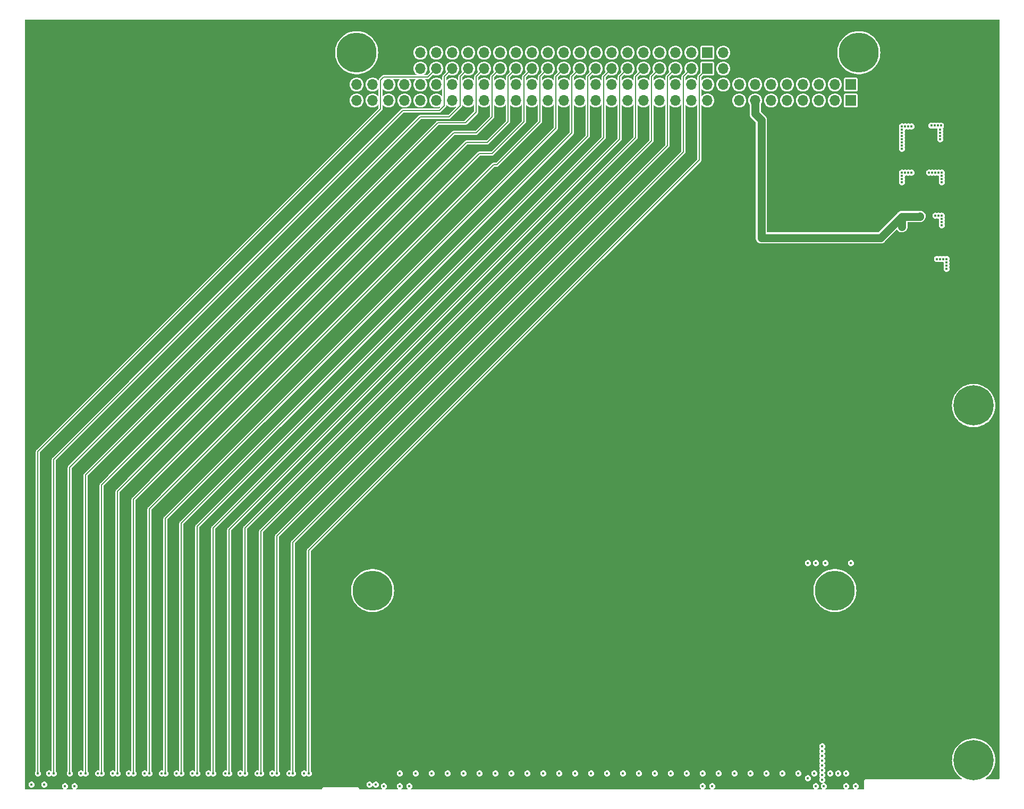
<source format=gbr>
%TF.GenerationSoftware,KiCad,Pcbnew,(7.0.0-0)*%
%TF.CreationDate,2023-03-28T15:20:12+02:00*%
%TF.ProjectId,PC104-ISA-Card,50433130-342d-4495-9341-2d436172642e,rev?*%
%TF.SameCoordinates,Original*%
%TF.FileFunction,Copper,L3,Inr*%
%TF.FilePolarity,Positive*%
%FSLAX46Y46*%
G04 Gerber Fmt 4.6, Leading zero omitted, Abs format (unit mm)*
G04 Created by KiCad (PCBNEW (7.0.0-0)) date 2023-03-28 15:20:12*
%MOMM*%
%LPD*%
G01*
G04 APERTURE LIST*
%TA.AperFunction,ComponentPad*%
%ADD10C,0.800000*%
%TD*%
%TA.AperFunction,ComponentPad*%
%ADD11C,6.400000*%
%TD*%
%TA.AperFunction,ComponentPad*%
%ADD12C,6.350000*%
%TD*%
%TA.AperFunction,ComponentPad*%
%ADD13R,1.700000X1.700000*%
%TD*%
%TA.AperFunction,ComponentPad*%
%ADD14O,1.700000X1.700000*%
%TD*%
%TA.AperFunction,ViaPad*%
%ADD15C,0.450000*%
%TD*%
%TA.AperFunction,Conductor*%
%ADD16C,1.270000*%
%TD*%
%TA.AperFunction,Conductor*%
%ADD17C,0.127000*%
%TD*%
G04 APERTURE END LIST*
D10*
%TO.N,GND*%
%TO.C,H1*%
X192680000Y-149015000D03*
X193382944Y-147317944D03*
X193382944Y-150712056D03*
X195080000Y-146615000D03*
D11*
X195080000Y-149015000D03*
D10*
X195080000Y-151415000D03*
X196777056Y-147317944D03*
X196777056Y-150712056D03*
X197480000Y-149015000D03*
%TD*%
%TO.N,GND*%
%TO.C,H2*%
X192680000Y-92500000D03*
X193382944Y-90802944D03*
X193382944Y-94197056D03*
X195080000Y-90100000D03*
D11*
X195080000Y-92500000D03*
D10*
X195080000Y-94900000D03*
X196777056Y-90802944D03*
X196777056Y-94197056D03*
X197480000Y-92500000D03*
%TD*%
D12*
%TO.N,*%
%TO.C,J1*%
X99300000Y-121980000D03*
X172960000Y-121980000D03*
X96760000Y-36250000D03*
X176770000Y-36250000D03*
D13*
%TO.N,/IO{slash}~{IOCHK}*%
X175499999Y-41329999D03*
D14*
%TO.N,/DB7{slash}SD7*%
X172959999Y-41329999D03*
%TO.N,/DB6{slash}SD6*%
X170419999Y-41329999D03*
%TO.N,/DB5{slash}SD5*%
X167879999Y-41329999D03*
%TO.N,/DB4{slash}SD4*%
X165339999Y-41329999D03*
%TO.N,/DB3{slash}SD3*%
X162799999Y-41329999D03*
%TO.N,/DB2{slash}SD2*%
X160259999Y-41329999D03*
%TO.N,/DB1{slash}SD1*%
X157719999Y-41329999D03*
%TO.N,/DB0{slash}SD0*%
X155179999Y-41329999D03*
%TO.N,/IO_READY{slash}IOCHRDY*%
X152639999Y-41329999D03*
%TO.N,/AEN*%
X150099999Y-41329999D03*
%TO.N,/BA19{slash}SA19*%
X147559999Y-41329999D03*
%TO.N,/BA18{slash}SA18*%
X145019999Y-41329999D03*
%TO.N,/BA17{slash}SA17*%
X142479999Y-41329999D03*
%TO.N,/BA16{slash}SA16*%
X139939999Y-41329999D03*
%TO.N,/BA15{slash}SA15*%
X137399999Y-41329999D03*
%TO.N,/BA14{slash}SA14*%
X134859999Y-41329999D03*
%TO.N,/BA13{slash}SA13*%
X132319999Y-41329999D03*
%TO.N,/BA12{slash}SA12*%
X129779999Y-41329999D03*
%TO.N,/BA11{slash}SA11*%
X127239999Y-41329999D03*
%TO.N,/BA10{slash}SA10*%
X124699999Y-41329999D03*
%TO.N,/BA9{slash}SA9*%
X122159999Y-41329999D03*
%TO.N,/BA8{slash}SA8*%
X119619999Y-41329999D03*
%TO.N,/BA7{slash}SA7*%
X117079999Y-41329999D03*
%TO.N,/BA6{slash}SA6*%
X114539999Y-41329999D03*
%TO.N,/BA5{slash}SA5*%
X111999999Y-41329999D03*
%TO.N,/BA4{slash}SA4*%
X109459999Y-41329999D03*
%TO.N,/BA3{slash}SA3*%
X106919999Y-41329999D03*
%TO.N,/BA2{slash}SA2*%
X104379999Y-41329999D03*
%TO.N,/BA1{slash}SA1*%
X101839999Y-41329999D03*
%TO.N,/BA0{slash}SA0*%
X99299999Y-41329999D03*
%TO.N,GND*%
X96759999Y-41329999D03*
D13*
X175499999Y-43869999D03*
D14*
%TO.N,/RESET*%
X172959999Y-43869999D03*
%TO.N,+5V*%
X170419999Y-43869999D03*
%TO.N,/IRQ2{slash}IRQ9*%
X167879999Y-43869999D03*
%TO.N,-5V*%
X165339999Y-43869999D03*
%TO.N,/DRQ2*%
X162799999Y-43869999D03*
%TO.N,-12V*%
X160259999Y-43869999D03*
%TO.N,/~{SRDY}*%
X157719999Y-43869999D03*
%TO.N,+12V*%
X155179999Y-43869999D03*
%TO.N,unconnected-(J1-PadB10)*%
X152639999Y-43869999D03*
%TO.N,/~{SMEMW}*%
X150099999Y-43869999D03*
%TO.N,/~{SMEMR}*%
X147559999Y-43869999D03*
%TO.N,/~{IOW}*%
X145019999Y-43869999D03*
%TO.N,/~{IOR}*%
X142479999Y-43869999D03*
%TO.N,/~{DACK3}*%
X139939999Y-43869999D03*
%TO.N,/DRQ3*%
X137399999Y-43869999D03*
%TO.N,/~{DACK1}*%
X134859999Y-43869999D03*
%TO.N,/DRQ1*%
X132319999Y-43869999D03*
%TO.N,/~{REFRESH}*%
X129779999Y-43869999D03*
%TO.N,/CLK{slash}BCLK*%
X127239999Y-43869999D03*
%TO.N,/IRQ7*%
X124699999Y-43869999D03*
%TO.N,/IRQ6*%
X122159999Y-43869999D03*
%TO.N,/IRQ5*%
X119619999Y-43869999D03*
%TO.N,/IRQ4*%
X117079999Y-43869999D03*
%TO.N,/IRQ3*%
X114539999Y-43869999D03*
%TO.N,/~{DACK2}*%
X111999999Y-43869999D03*
%TO.N,/TC*%
X109459999Y-43869999D03*
%TO.N,/ALE{slash}BALE*%
X106919999Y-43869999D03*
%TO.N,+5V*%
X104379999Y-43869999D03*
%TO.N,/OSC*%
X101839999Y-43869999D03*
%TO.N,GND*%
X99299999Y-43869999D03*
X96759999Y-43869999D03*
X155179999Y-38789999D03*
D13*
%TO.N,/SBHE{slash}~{SBHE}*%
X152639999Y-38789999D03*
D14*
%TO.N,/LA23*%
X150099999Y-38789999D03*
%TO.N,/LA22*%
X147559999Y-38789999D03*
%TO.N,/LA21*%
X145019999Y-38789999D03*
%TO.N,/LA20*%
X142479999Y-38789999D03*
%TO.N,/LA19*%
X139939999Y-38789999D03*
%TO.N,/LA18*%
X137399999Y-38789999D03*
%TO.N,/LA17*%
X134859999Y-38789999D03*
%TO.N,/~{MEMR}*%
X132319999Y-38789999D03*
%TO.N,/~{MEMW}*%
X129779999Y-38789999D03*
%TO.N,/D8{slash}SD8*%
X127239999Y-38789999D03*
%TO.N,/D9{slash}SD9*%
X124699999Y-38789999D03*
%TO.N,/D10{slash}SD10*%
X122159999Y-38789999D03*
%TO.N,/D11{slash}SD11*%
X119619999Y-38789999D03*
%TO.N,/D12{slash}SD12*%
X117079999Y-38789999D03*
%TO.N,/D13{slash}SD13*%
X114539999Y-38789999D03*
%TO.N,/D14{slash}SD14*%
X111999999Y-38789999D03*
%TO.N,/D15{slash}SD15*%
X109459999Y-38789999D03*
%TO.N,unconnected-(J1-PadC19)*%
X106919999Y-38789999D03*
%TO.N,GND*%
X155179999Y-36249999D03*
D13*
%TO.N,/~{MEMCS16}*%
X152639999Y-36249999D03*
D14*
%TO.N,/~{IOCS16}*%
X150099999Y-36249999D03*
%TO.N,/IRQ10*%
X147559999Y-36249999D03*
%TO.N,/IRQ11*%
X145019999Y-36249999D03*
%TO.N,/IRQ12*%
X142479999Y-36249999D03*
%TO.N,/IRQ15*%
X139939999Y-36249999D03*
%TO.N,/IRQ14*%
X137399999Y-36249999D03*
%TO.N,/~{DACK0}*%
X134859999Y-36249999D03*
%TO.N,/DRQ0*%
X132319999Y-36249999D03*
%TO.N,/~{DACK5}*%
X129779999Y-36249999D03*
%TO.N,/DRQ5*%
X127239999Y-36249999D03*
%TO.N,/~{DACK6}*%
X124699999Y-36249999D03*
%TO.N,/DRQ6*%
X122159999Y-36249999D03*
%TO.N,/~{DACK7}*%
X119619999Y-36249999D03*
%TO.N,/DRQ7*%
X117079999Y-36249999D03*
%TO.N,+5V*%
X114539999Y-36249999D03*
%TO.N,/MASTER{slash}~{MASTER}*%
X111999999Y-36249999D03*
%TO.N,GND*%
X109459999Y-36249999D03*
X106919999Y-36249999D03*
%TD*%
D15*
%TO.N,GND*%
X136652000Y-151130000D03*
X189992000Y-63754000D03*
X153416000Y-153162000D03*
X123952000Y-151130000D03*
X189484000Y-62230000D03*
X175514000Y-117602000D03*
X190754000Y-70154800D03*
X46990000Y-152908000D03*
X162052000Y-151130000D03*
X189992000Y-56896000D03*
X190754000Y-69138800D03*
X188976000Y-55372000D03*
X189738000Y-50038000D03*
X113792000Y-151130000D03*
X98806000Y-152908000D03*
X167132000Y-151130000D03*
X126492000Y-151130000D03*
X141732000Y-151130000D03*
X169926000Y-117602000D03*
X99822000Y-152908000D03*
X189992000Y-63246000D03*
X189738000Y-49022000D03*
X151892000Y-153162000D03*
X189992000Y-55372000D03*
X189992000Y-62230000D03*
X149352000Y-151130000D03*
X174752000Y-153162000D03*
X188976000Y-62230000D03*
X106172000Y-151130000D03*
X139192000Y-151130000D03*
X169672000Y-151130000D03*
X144272000Y-151130000D03*
X174752000Y-151130000D03*
X190754000Y-69646800D03*
X176276000Y-153162000D03*
X189738000Y-48514000D03*
X116332000Y-151130000D03*
X189992000Y-62738000D03*
X118872000Y-151130000D03*
X171450000Y-117602000D03*
X190754000Y-70713600D03*
X164592000Y-151130000D03*
X189230000Y-69138800D03*
X188849000Y-47879000D03*
X189992000Y-56388000D03*
X156972000Y-151130000D03*
X159512000Y-151130000D03*
X129032000Y-151130000D03*
X187960000Y-55372000D03*
X168656000Y-117602000D03*
X146812000Y-151130000D03*
X111252000Y-151130000D03*
X188468000Y-55372000D03*
X172212000Y-151130000D03*
X189357000Y-47879000D03*
X189992000Y-55880000D03*
X108712000Y-151130000D03*
X189738000Y-69138800D03*
X189865000Y-47879000D03*
X190246000Y-69138800D03*
X131572000Y-151130000D03*
X44958000Y-152908000D03*
X121412000Y-151130000D03*
X154432000Y-151130000D03*
X189484000Y-55372000D03*
X151892000Y-151130000D03*
X189738000Y-49530000D03*
X134112000Y-151130000D03*
X101092000Y-153162000D03*
X103632000Y-151130000D03*
X188341000Y-47879000D03*
%TO.N,+5V*%
X170942000Y-150622000D03*
X185166000Y-48006000D03*
X169926000Y-153162000D03*
X183642000Y-51054000D03*
X170942000Y-148336000D03*
X183642000Y-49530000D03*
X183642000Y-50038000D03*
X105156000Y-153162000D03*
X183642000Y-48006000D03*
X183642000Y-49022000D03*
X170942000Y-152146000D03*
X51816000Y-153162000D03*
X170942000Y-149860000D03*
X50292000Y-153162000D03*
X170942000Y-146812000D03*
X183642000Y-50546000D03*
X184658000Y-48006000D03*
X171196000Y-153162000D03*
X170942000Y-147574000D03*
X170942000Y-149098000D03*
X183642000Y-51562000D03*
X103632000Y-153162000D03*
X184150000Y-48006000D03*
X183642000Y-48514000D03*
X170942000Y-151384000D03*
%TO.N,/RESET*%
X173482000Y-151130000D03*
%TO.N,/IRQ2{slash}IRQ9*%
X168656000Y-151892000D03*
%TO.N,-5V*%
X183642000Y-56388000D03*
X183642000Y-55372000D03*
X184150000Y-55372000D03*
X184658000Y-55372000D03*
X185166000Y-55372000D03*
X183642000Y-56896000D03*
X183642000Y-55880000D03*
%TO.N,-12V*%
X161290000Y-64770000D03*
X184658000Y-62382400D03*
X161290000Y-60198000D03*
X161290000Y-64008000D03*
X161290000Y-61722000D03*
X161036000Y-65532000D03*
X186182000Y-62382400D03*
X184150000Y-62382400D03*
X161290000Y-57912000D03*
X161290000Y-62484000D03*
X161290000Y-58674000D03*
X183639000Y-62360000D03*
X161290000Y-63246000D03*
X183642000Y-63906400D03*
X161290000Y-57150000D03*
X183642000Y-62890400D03*
X183642000Y-63398400D03*
X161290000Y-59436000D03*
X185674000Y-62382400D03*
X161290000Y-60960000D03*
X185166000Y-62382400D03*
%TO.N,+12V*%
X184302400Y-69646800D03*
X155702000Y-55880000D03*
X155702000Y-63500000D03*
X155702000Y-150368000D03*
X155702000Y-50800000D03*
X184912000Y-69138800D03*
X155702000Y-149606000D03*
X155702000Y-145796000D03*
X155702000Y-147320000D03*
X155702000Y-54610000D03*
X155702000Y-151130000D03*
X155702000Y-58420000D03*
X155702000Y-66040000D03*
X155702000Y-152654000D03*
X155702000Y-46990000D03*
X155702000Y-148844000D03*
X155702000Y-64770000D03*
X155702000Y-148082000D03*
X155702000Y-142748000D03*
X155702000Y-48260000D03*
X185420000Y-69138800D03*
X155702000Y-67310000D03*
X155702000Y-151892000D03*
X155702000Y-60960000D03*
X185953400Y-69139400D03*
X155702000Y-146558000D03*
X155702000Y-52070000D03*
X184302400Y-70662800D03*
X155702000Y-145034000D03*
X155702000Y-144272000D03*
X155702000Y-45720000D03*
X155702000Y-57150000D03*
X155702000Y-143510000D03*
X155702000Y-53340000D03*
X155702000Y-59690000D03*
X155702000Y-62230000D03*
X184302400Y-70154800D03*
X184404000Y-69138800D03*
X155702000Y-49530000D03*
%TO.N,/SBHE{slash}~{SBHE}*%
X89154000Y-151130000D03*
%TO.N,/LA23*%
X86614000Y-151130000D03*
%TO.N,/LA22*%
X84074000Y-151130000D03*
%TO.N,/LA21*%
X81534000Y-151130000D03*
%TO.N,/LA20*%
X78994000Y-151130000D03*
%TO.N,/LA19*%
X76454000Y-151130000D03*
%TO.N,/LA18*%
X73914000Y-151130000D03*
%TO.N,/LA17*%
X71374000Y-151130000D03*
%TO.N,/~{MEMR}*%
X68834000Y-151130000D03*
%TO.N,/~{MEMW}*%
X66294000Y-151130000D03*
%TO.N,/D8{slash}SD8*%
X63754000Y-151130000D03*
%TO.N,/D9{slash}SD9*%
X61214000Y-151130000D03*
%TO.N,/D10{slash}SD10*%
X58674000Y-151130000D03*
%TO.N,/D11{slash}SD11*%
X56134000Y-151130000D03*
%TO.N,/D12{slash}SD12*%
X53580000Y-151144000D03*
%TO.N,/D13{slash}SD13*%
X51054000Y-151130000D03*
%TO.N,/D14{slash}SD14*%
X48514000Y-151130000D03*
%TO.N,/D15{slash}SD15*%
X45974000Y-151130000D03*
%TO.N,/~{MEMCS16}*%
X88392000Y-151130000D03*
%TO.N,/~{IOCS16}*%
X86037497Y-151130000D03*
%TO.N,/IRQ10*%
X83312000Y-151130000D03*
%TO.N,/IRQ11*%
X80957497Y-151130000D03*
%TO.N,/IRQ12*%
X78232000Y-151130000D03*
%TO.N,/IRQ15*%
X75877497Y-151130000D03*
%TO.N,/IRQ14*%
X73152000Y-151130000D03*
%TO.N,/~{DACK0}*%
X70612000Y-151130000D03*
%TO.N,/DRQ0*%
X68072000Y-151130000D03*
%TO.N,/~{DACK5}*%
X65717497Y-151130000D03*
%TO.N,/DRQ5*%
X62992000Y-151130000D03*
%TO.N,/~{DACK6}*%
X60452000Y-151130000D03*
%TO.N,/DRQ6*%
X57912000Y-151130000D03*
%TO.N,/~{DACK7}*%
X55557497Y-151130000D03*
%TO.N,/DRQ7*%
X52832000Y-151130000D03*
%TO.N,/MASTER{slash}~{MASTER}*%
X47752000Y-151130000D03*
%TD*%
D16*
%TO.N,-12V*%
X185143600Y-62360000D02*
X184680400Y-62360000D01*
X186509200Y-62360000D02*
X186204400Y-62360000D01*
X160260000Y-46010800D02*
X161239200Y-46990000D01*
X184635600Y-62360000D02*
X184172400Y-62360000D01*
X183642000Y-63398400D02*
X183639000Y-63401400D01*
X183639000Y-62360000D02*
X183639000Y-62887400D01*
X186182000Y-62382400D02*
X186159600Y-62360000D01*
X183639000Y-63903400D02*
X183642000Y-63906400D01*
X186204400Y-62360000D02*
X186182000Y-62382400D01*
X185188400Y-62360000D02*
X185166000Y-62382400D01*
X186509200Y-62360000D02*
X186537600Y-62331600D01*
X183639000Y-63395400D02*
X183642000Y-63398400D01*
X184172400Y-62360000D02*
X184150000Y-62382400D01*
X184150000Y-62382400D02*
X184127600Y-62360000D01*
X186159600Y-62360000D02*
X185696400Y-62360000D01*
X160260000Y-43870000D02*
X160260000Y-46010800D01*
X185166000Y-62382400D02*
X185143600Y-62360000D01*
X183639000Y-62893400D02*
X183639000Y-63395400D01*
X184680400Y-62360000D02*
X184658000Y-62382400D01*
X184658000Y-62382400D02*
X184635600Y-62360000D01*
X185651600Y-62360000D02*
X185188400Y-62360000D01*
X183639000Y-63401400D02*
X183639000Y-63903400D01*
X183639000Y-62887400D02*
X183642000Y-62890400D01*
X161239200Y-65786000D02*
X180213000Y-65786000D01*
X183642000Y-63906400D02*
X183639000Y-63909400D01*
X184127600Y-62360000D02*
X183639000Y-62360000D01*
X185674000Y-62382400D02*
X185651600Y-62360000D01*
X161239200Y-46990000D02*
X161239200Y-65786000D01*
X185696400Y-62360000D02*
X185674000Y-62382400D01*
X180213000Y-65786000D02*
X183639000Y-62360000D01*
X183642000Y-62890400D02*
X183639000Y-62893400D01*
X183639000Y-63909400D02*
X183639000Y-64005000D01*
%TO.N,+12V*%
X184302400Y-70662800D02*
X184302400Y-69240400D01*
X155180000Y-44842400D02*
X155180000Y-43870000D01*
X155702000Y-45364400D02*
X155180000Y-44842400D01*
X185953400Y-69139400D02*
X155982000Y-69139400D01*
X155982000Y-69139400D02*
X155727400Y-68884800D01*
X155702000Y-45720000D02*
X155702000Y-45364400D01*
X155727400Y-68884800D02*
X155727400Y-46024800D01*
X155727400Y-46024800D02*
X155702000Y-45999400D01*
X155702000Y-45999400D02*
X155702000Y-45720000D01*
X184302400Y-69240400D02*
X184404000Y-69138800D01*
D17*
%TO.N,/SBHE{slash}~{SBHE}*%
X151384000Y-41148000D02*
X151384000Y-51816000D01*
X151384000Y-53340000D02*
X151384000Y-51816000D01*
X89154000Y-151130000D02*
X89154000Y-115570000D01*
X89154000Y-115570000D02*
X151384000Y-53340000D01*
X152640000Y-38790000D02*
X151384000Y-40046000D01*
X151384000Y-40046000D02*
X151384000Y-41148000D01*
X151384000Y-51816000D02*
X151384000Y-52070000D01*
%TO.N,/LA23*%
X148844000Y-52070000D02*
X148844000Y-40046000D01*
X86614000Y-114300000D02*
X148844000Y-52070000D01*
X86614000Y-151130000D02*
X86614000Y-114300000D01*
X148844000Y-40046000D02*
X150100000Y-38790000D01*
%TO.N,/LA22*%
X146304000Y-41910000D02*
X146304000Y-51054000D01*
X146304000Y-40046000D02*
X146304000Y-41910000D01*
X84074000Y-151130000D02*
X84074000Y-113284000D01*
X144272000Y-53086000D02*
X84582000Y-112776000D01*
X84074000Y-113284000D02*
X84582000Y-112776000D01*
X146304000Y-51054000D02*
X144272000Y-53086000D01*
X147560000Y-38790000D02*
X146304000Y-40046000D01*
%TO.N,/LA21*%
X81534000Y-112522000D02*
X143764000Y-50292000D01*
X81534000Y-151130000D02*
X81534000Y-112522000D01*
X143764000Y-50292000D02*
X143764000Y-40046000D01*
X143764000Y-40046000D02*
X145020000Y-38790000D01*
%TO.N,/LA20*%
X141224000Y-40640000D02*
X141224000Y-49784000D01*
X142480000Y-38790000D02*
X141224000Y-40046000D01*
X80645000Y-110363000D02*
X78994000Y-112014000D01*
X132588000Y-58420000D02*
X80645000Y-110363000D01*
X78994000Y-151130000D02*
X78994000Y-113030000D01*
X141224000Y-40046000D02*
X141224000Y-40640000D01*
X78994000Y-112014000D02*
X78994000Y-113030000D01*
X141224000Y-49784000D02*
X132588000Y-58420000D01*
%TO.N,/LA19*%
X76454000Y-151130000D02*
X76454000Y-112268000D01*
X138684000Y-40046000D02*
X139940000Y-38790000D01*
X138684000Y-50038000D02*
X138684000Y-40046000D01*
X76454000Y-112268000D02*
X138684000Y-50038000D01*
%TO.N,/LA18*%
X73914000Y-112014000D02*
X73914000Y-151130000D01*
X136144000Y-42672000D02*
X136144000Y-49784000D01*
X136144000Y-40046000D02*
X136144000Y-42672000D01*
X136144000Y-49784000D02*
X73914000Y-112014000D01*
X137400000Y-38790000D02*
X136144000Y-40046000D01*
%TO.N,/LA17*%
X71374000Y-151130000D02*
X71374000Y-111760000D01*
X133604000Y-49530000D02*
X133604000Y-49022000D01*
X133604000Y-40894000D02*
X133604000Y-49022000D01*
X133604000Y-40046000D02*
X133604000Y-40894000D01*
X71374000Y-111760000D02*
X133604000Y-49530000D01*
X133604000Y-49022000D02*
X133604000Y-49276000D01*
X134860000Y-38790000D02*
X133604000Y-40046000D01*
%TO.N,/~{MEMR}*%
X68834000Y-115316000D02*
X68834000Y-151130000D01*
X68834000Y-111252000D02*
X68834000Y-115316000D01*
X132320000Y-38790000D02*
X131064000Y-40046000D01*
X131064000Y-46736000D02*
X131064000Y-49022000D01*
X131064000Y-49022000D02*
X68834000Y-111252000D01*
X131064000Y-40046000D02*
X131064000Y-46736000D01*
%TO.N,/~{MEMW}*%
X128524000Y-40046000D02*
X129780000Y-38790000D01*
X66294000Y-110490000D02*
X128524000Y-48260000D01*
X128524000Y-48260000D02*
X128524000Y-40046000D01*
X66294000Y-151130000D02*
X66294000Y-110490000D01*
%TO.N,/D8{slash}SD8*%
X118618000Y-54102000D02*
X119126000Y-54102000D01*
X65786000Y-106934000D02*
X118618000Y-54102000D01*
X63754000Y-108966000D02*
X65786000Y-106934000D01*
X125984000Y-40046000D02*
X127240000Y-38790000D01*
X125984000Y-47244000D02*
X125984000Y-40046000D01*
X63754000Y-151130000D02*
X63754000Y-108966000D01*
X119126000Y-54102000D02*
X125984000Y-47244000D01*
%TO.N,/D9{slash}SD9*%
X123444000Y-40046000D02*
X123444000Y-40386000D01*
X123444000Y-47244000D02*
X118364000Y-52324000D01*
X116332000Y-52324000D02*
X118364000Y-52324000D01*
X124700000Y-38790000D02*
X123444000Y-40046000D01*
X61214000Y-107442000D02*
X64008000Y-104648000D01*
X61214000Y-151130000D02*
X61214000Y-107442000D01*
X123444000Y-40386000D02*
X123444000Y-47244000D01*
X64008000Y-104648000D02*
X116332000Y-52324000D01*
%TO.N,/D10{slash}SD10*%
X120904000Y-40046000D02*
X120904000Y-40640000D01*
X120904000Y-40640000D02*
X120904000Y-47244000D01*
X120904000Y-47244000D02*
X117602000Y-50546000D01*
X122160000Y-38790000D02*
X120904000Y-40046000D01*
X60452000Y-104394000D02*
X114300000Y-50546000D01*
X58674000Y-106172000D02*
X60452000Y-104394000D01*
X114300000Y-50546000D02*
X117602000Y-50546000D01*
X58674000Y-151130000D02*
X58674000Y-106172000D01*
%TO.N,/D11{slash}SD11*%
X118364000Y-46482000D02*
X115824000Y-49022000D01*
X57404000Y-103886000D02*
X112268000Y-49022000D01*
X56134000Y-105156000D02*
X57404000Y-103886000D01*
X112268000Y-49022000D02*
X115824000Y-49022000D01*
X56134000Y-151130000D02*
X56134000Y-105156000D01*
X118364000Y-40046000D02*
X118364000Y-46482000D01*
X119620000Y-38790000D02*
X118364000Y-40046000D01*
%TO.N,/D12{slash}SD12*%
X115824000Y-40046000D02*
X115824000Y-45720000D01*
X53580000Y-103552394D02*
X53580000Y-151144000D01*
X115824000Y-45720000D02*
X114092803Y-47451197D01*
X117080000Y-38790000D02*
X115824000Y-40046000D01*
X109681197Y-47451197D02*
X53580000Y-103552394D01*
X114092803Y-47451197D02*
X109681197Y-47451197D01*
%TO.N,/D13{slash}SD13*%
X111506000Y-46482000D02*
X106934000Y-46482000D01*
X113284000Y-44704000D02*
X111506000Y-46482000D01*
X113284000Y-40046000D02*
X113284000Y-44704000D01*
X114540000Y-38790000D02*
X113284000Y-40046000D01*
X106934000Y-46482000D02*
X51054000Y-102362000D01*
X51054000Y-102362000D02*
X51054000Y-151130000D01*
%TO.N,/D14{slash}SD14*%
X104140000Y-45466000D02*
X109982000Y-45466000D01*
X48514000Y-101092000D02*
X60706000Y-88900000D01*
X48514000Y-151130000D02*
X48514000Y-101092000D01*
X60706000Y-88900000D02*
X104140000Y-45466000D01*
X110744000Y-44704000D02*
X109982000Y-45466000D01*
X110744000Y-40046000D02*
X110744000Y-44704000D01*
X112000000Y-38790000D02*
X110744000Y-40046000D01*
%TO.N,/D15{slash}SD15*%
X109460000Y-38790000D02*
X108118000Y-40132000D01*
X101092000Y-40132000D02*
X100584000Y-40640000D01*
X100584000Y-45212000D02*
X100076000Y-45720000D01*
X100076000Y-45720000D02*
X45974000Y-99822000D01*
X100584000Y-43942000D02*
X100584000Y-44196000D01*
X108118000Y-40132000D02*
X107950000Y-40132000D01*
X100584000Y-40640000D02*
X100584000Y-43942000D01*
X45974000Y-99822000D02*
X45974000Y-151130000D01*
X107950000Y-40132000D02*
X101092000Y-40132000D01*
X100584000Y-43942000D02*
X100584000Y-45212000D01*
%TD*%
%TA.AperFunction,Conductor*%
%TO.N,+12V*%
G36*
X199141048Y-30968952D02*
G01*
X199159500Y-31013500D01*
X199159500Y-151966500D01*
X199141048Y-152011048D01*
X199096500Y-152029500D01*
X196997328Y-152029500D01*
X196959202Y-152016654D01*
X196936624Y-151983354D01*
X196938802Y-151943181D01*
X196964848Y-151912518D01*
X197021468Y-151878451D01*
X197319681Y-151651756D01*
X197591635Y-151394147D01*
X197834143Y-151108645D01*
X198044361Y-150798597D01*
X198219824Y-150467637D01*
X198358476Y-150119647D01*
X198458691Y-149758706D01*
X198519294Y-149389046D01*
X198539574Y-149015000D01*
X198519294Y-148640954D01*
X198458691Y-148271294D01*
X198358476Y-147910353D01*
X198219824Y-147562363D01*
X198044361Y-147231403D01*
X198028419Y-147207891D01*
X197934793Y-147069803D01*
X197834143Y-146921355D01*
X197591635Y-146635853D01*
X197319681Y-146378244D01*
X197021468Y-146151549D01*
X197020010Y-146150672D01*
X197020006Y-146150669D01*
X196864788Y-146057278D01*
X196700494Y-145958425D01*
X196360520Y-145801136D01*
X196358900Y-145800590D01*
X196007158Y-145682074D01*
X196007154Y-145682073D01*
X196005534Y-145681527D01*
X196003869Y-145681160D01*
X196003860Y-145681158D01*
X195641358Y-145601366D01*
X195641347Y-145601364D01*
X195639697Y-145601001D01*
X195638019Y-145600818D01*
X195638010Y-145600817D01*
X195268994Y-145560684D01*
X195268985Y-145560683D01*
X195267298Y-145560500D01*
X194892702Y-145560500D01*
X194891015Y-145560683D01*
X194891005Y-145560684D01*
X194521989Y-145600817D01*
X194521977Y-145600818D01*
X194520303Y-145601001D01*
X194518655Y-145601363D01*
X194518641Y-145601366D01*
X194156139Y-145681158D01*
X194156126Y-145681161D01*
X194154466Y-145681527D01*
X194152849Y-145682071D01*
X194152841Y-145682074D01*
X193801099Y-145800590D01*
X193801090Y-145800593D01*
X193799480Y-145801136D01*
X193797934Y-145801850D01*
X193797927Y-145801854D01*
X193461047Y-145957712D01*
X193459506Y-145958425D01*
X193458056Y-145959297D01*
X193458053Y-145959299D01*
X193139993Y-146150669D01*
X193139980Y-146150677D01*
X193138532Y-146151549D01*
X193137177Y-146152578D01*
X193137174Y-146152581D01*
X192841681Y-146377208D01*
X192841673Y-146377214D01*
X192840319Y-146378244D01*
X192839081Y-146379415D01*
X192839077Y-146379420D01*
X192569607Y-146634676D01*
X192569602Y-146634680D01*
X192568365Y-146635853D01*
X192567262Y-146637151D01*
X192567253Y-146637161D01*
X192326964Y-146920050D01*
X192326951Y-146920066D01*
X192325857Y-146921355D01*
X192324902Y-146922762D01*
X192324897Y-146922770D01*
X192116595Y-147229991D01*
X192116584Y-147230008D01*
X192115639Y-147231403D01*
X191940176Y-147562363D01*
X191939550Y-147563932D01*
X191939543Y-147563949D01*
X191802151Y-147908778D01*
X191802148Y-147908786D01*
X191801524Y-147910353D01*
X191801073Y-147911976D01*
X191801069Y-147911989D01*
X191701764Y-148269652D01*
X191701760Y-148269667D01*
X191701309Y-148271294D01*
X191701035Y-148272961D01*
X191701032Y-148272978D01*
X191640981Y-148639274D01*
X191640706Y-148640954D01*
X191640614Y-148642647D01*
X191640614Y-148642649D01*
X191623548Y-148957421D01*
X191620426Y-149015000D01*
X191640706Y-149389046D01*
X191640980Y-149390720D01*
X191640981Y-149390725D01*
X191701032Y-149757021D01*
X191701034Y-149757034D01*
X191701309Y-149758706D01*
X191701761Y-149760336D01*
X191701764Y-149760347D01*
X191801012Y-150117803D01*
X191801524Y-150119647D01*
X191802150Y-150121218D01*
X191802151Y-150121221D01*
X191939543Y-150466050D01*
X191939547Y-150466060D01*
X191940176Y-150467637D01*
X192115639Y-150798597D01*
X192116589Y-150799999D01*
X192116595Y-150800008D01*
X192254228Y-151003000D01*
X192325857Y-151108645D01*
X192326958Y-151109941D01*
X192326964Y-151109949D01*
X192447606Y-151251979D01*
X192568365Y-151394147D01*
X192840319Y-151651756D01*
X193138532Y-151878451D01*
X193139993Y-151879330D01*
X193195152Y-151912518D01*
X193221198Y-151943181D01*
X193223376Y-151983354D01*
X193200798Y-152016654D01*
X193162672Y-152029500D01*
X178107648Y-152029500D01*
X177972352Y-152029500D01*
X177944050Y-152037809D01*
X177935274Y-152039718D01*
X177910544Y-152043274D01*
X177910534Y-152043276D01*
X177906082Y-152043917D01*
X177901987Y-152045786D01*
X177901987Y-152045787D01*
X177879261Y-152056165D01*
X177870843Y-152059305D01*
X177846858Y-152066348D01*
X177846856Y-152066348D01*
X177842537Y-152067617D01*
X177838750Y-152070050D01*
X177838747Y-152070052D01*
X177817728Y-152083560D01*
X177809842Y-152087866D01*
X177787112Y-152098246D01*
X177787101Y-152098252D01*
X177783013Y-152100120D01*
X177779609Y-152103068D01*
X177779611Y-152103068D01*
X177760723Y-152119434D01*
X177753531Y-152124817D01*
X177732513Y-152138325D01*
X177732507Y-152138329D01*
X177728720Y-152140764D01*
X177725772Y-152144164D01*
X177725767Y-152144170D01*
X177709404Y-152163053D01*
X177703053Y-152169404D01*
X177684170Y-152185767D01*
X177684164Y-152185772D01*
X177680764Y-152188720D01*
X177678329Y-152192507D01*
X177678325Y-152192513D01*
X177664817Y-152213531D01*
X177659436Y-152220720D01*
X177640120Y-152243013D01*
X177638252Y-152247101D01*
X177638246Y-152247112D01*
X177627866Y-152269842D01*
X177623560Y-152277728D01*
X177610052Y-152298747D01*
X177610050Y-152298750D01*
X177607617Y-152302537D01*
X177606348Y-152306856D01*
X177606348Y-152306858D01*
X177599305Y-152330843D01*
X177596165Y-152339261D01*
X177583917Y-152366082D01*
X177583276Y-152370534D01*
X177583274Y-152370544D01*
X177579718Y-152395274D01*
X177577809Y-152404050D01*
X177569500Y-152432352D01*
X177569500Y-152436861D01*
X177569500Y-153607000D01*
X177551048Y-153651548D01*
X177506500Y-153670000D01*
X176587006Y-153670000D01*
X176549251Y-153657434D01*
X176526558Y-153624749D01*
X176527978Y-153584984D01*
X176552946Y-153554001D01*
X176593235Y-153528109D01*
X176683529Y-153423903D01*
X176740808Y-153298480D01*
X176760431Y-153162000D01*
X176740808Y-153025520D01*
X176683529Y-152900097D01*
X176593235Y-152795891D01*
X176532699Y-152756987D01*
X176481032Y-152723782D01*
X176481026Y-152723779D01*
X176477240Y-152721346D01*
X176344942Y-152682500D01*
X176207058Y-152682500D01*
X176202733Y-152683769D01*
X176202732Y-152683770D01*
X176079084Y-152720076D01*
X176079081Y-152720077D01*
X176074760Y-152721346D01*
X176070975Y-152723778D01*
X176070967Y-152723782D01*
X175962555Y-152793455D01*
X175962553Y-152793456D01*
X175958765Y-152795891D01*
X175955816Y-152799293D01*
X175955814Y-152799296D01*
X175871423Y-152896690D01*
X175868471Y-152900097D01*
X175866601Y-152904190D01*
X175866598Y-152904196D01*
X175813063Y-153021421D01*
X175813061Y-153021426D01*
X175811192Y-153025520D01*
X175810551Y-153029973D01*
X175810550Y-153029979D01*
X175804022Y-153075387D01*
X175791569Y-153162000D01*
X175792210Y-153166458D01*
X175810550Y-153294020D01*
X175810551Y-153294024D01*
X175811192Y-153298480D01*
X175813062Y-153302574D01*
X175813063Y-153302578D01*
X175866598Y-153419803D01*
X175866600Y-153419806D01*
X175868471Y-153423903D01*
X175958765Y-153528109D01*
X175989293Y-153547728D01*
X175999054Y-153554001D01*
X176024022Y-153584984D01*
X176025442Y-153624749D01*
X176002749Y-153657434D01*
X175964994Y-153670000D01*
X175063006Y-153670000D01*
X175025251Y-153657434D01*
X175002558Y-153624749D01*
X175003978Y-153584984D01*
X175028946Y-153554001D01*
X175069235Y-153528109D01*
X175159529Y-153423903D01*
X175216808Y-153298480D01*
X175236431Y-153162000D01*
X175216808Y-153025520D01*
X175159529Y-152900097D01*
X175069235Y-152795891D01*
X175008699Y-152756987D01*
X174957032Y-152723782D01*
X174957026Y-152723779D01*
X174953240Y-152721346D01*
X174820942Y-152682500D01*
X174683058Y-152682500D01*
X174678733Y-152683769D01*
X174678732Y-152683770D01*
X174555084Y-152720076D01*
X174555081Y-152720077D01*
X174550760Y-152721346D01*
X174546975Y-152723778D01*
X174546967Y-152723782D01*
X174438555Y-152793455D01*
X174438553Y-152793456D01*
X174434765Y-152795891D01*
X174431816Y-152799293D01*
X174431814Y-152799296D01*
X174347423Y-152896690D01*
X174344471Y-152900097D01*
X174342601Y-152904190D01*
X174342598Y-152904196D01*
X174289063Y-153021421D01*
X174289061Y-153021426D01*
X174287192Y-153025520D01*
X174286551Y-153029973D01*
X174286550Y-153029979D01*
X174280022Y-153075387D01*
X174267569Y-153162000D01*
X174268210Y-153166458D01*
X174286550Y-153294020D01*
X174286551Y-153294024D01*
X174287192Y-153298480D01*
X174289062Y-153302574D01*
X174289063Y-153302578D01*
X174342598Y-153419803D01*
X174342600Y-153419806D01*
X174344471Y-153423903D01*
X174434765Y-153528109D01*
X174465293Y-153547728D01*
X174475054Y-153554001D01*
X174500022Y-153584984D01*
X174501442Y-153624749D01*
X174478749Y-153657434D01*
X174440994Y-153670000D01*
X171507006Y-153670000D01*
X171469251Y-153657434D01*
X171446558Y-153624749D01*
X171447978Y-153584984D01*
X171472946Y-153554001D01*
X171513235Y-153528109D01*
X171603529Y-153423903D01*
X171660808Y-153298480D01*
X171680431Y-153162000D01*
X171660808Y-153025520D01*
X171603529Y-152900097D01*
X171513235Y-152795891D01*
X171452699Y-152756987D01*
X171401032Y-152723782D01*
X171401026Y-152723779D01*
X171397240Y-152721346D01*
X171264942Y-152682500D01*
X171208659Y-152682500D01*
X171170904Y-152669934D01*
X171148211Y-152637249D01*
X171149631Y-152597484D01*
X171174599Y-152566501D01*
X171179308Y-152563474D01*
X171259235Y-152512109D01*
X171349529Y-152407903D01*
X171406808Y-152282480D01*
X171426431Y-152146000D01*
X171406808Y-152009520D01*
X171376512Y-151943181D01*
X171351401Y-151888196D01*
X171351400Y-151888195D01*
X171349529Y-151884097D01*
X171282079Y-151806255D01*
X171266692Y-151765000D01*
X171282080Y-151723744D01*
X171349529Y-151645903D01*
X171406808Y-151520480D01*
X171426431Y-151384000D01*
X171406808Y-151247520D01*
X171353138Y-151130000D01*
X171727569Y-151130000D01*
X171728210Y-151134458D01*
X171746550Y-151262020D01*
X171746551Y-151262024D01*
X171747192Y-151266480D01*
X171749062Y-151270574D01*
X171749063Y-151270578D01*
X171802598Y-151387803D01*
X171802600Y-151387806D01*
X171804471Y-151391903D01*
X171894765Y-151496109D01*
X171939064Y-151524578D01*
X172006967Y-151568217D01*
X172006970Y-151568218D01*
X172010760Y-151570654D01*
X172143058Y-151609500D01*
X172276434Y-151609500D01*
X172280942Y-151609500D01*
X172413240Y-151570654D01*
X172529235Y-151496109D01*
X172619529Y-151391903D01*
X172676808Y-151266480D01*
X172696431Y-151130000D01*
X172997569Y-151130000D01*
X172998210Y-151134458D01*
X173016550Y-151262020D01*
X173016551Y-151262024D01*
X173017192Y-151266480D01*
X173019062Y-151270574D01*
X173019063Y-151270578D01*
X173072598Y-151387803D01*
X173072600Y-151387806D01*
X173074471Y-151391903D01*
X173164765Y-151496109D01*
X173209064Y-151524578D01*
X173276967Y-151568217D01*
X173276970Y-151568218D01*
X173280760Y-151570654D01*
X173413058Y-151609500D01*
X173546434Y-151609500D01*
X173550942Y-151609500D01*
X173683240Y-151570654D01*
X173799235Y-151496109D01*
X173889529Y-151391903D01*
X173946808Y-151266480D01*
X173966431Y-151130000D01*
X174267569Y-151130000D01*
X174268210Y-151134458D01*
X174286550Y-151262020D01*
X174286551Y-151262024D01*
X174287192Y-151266480D01*
X174289062Y-151270574D01*
X174289063Y-151270578D01*
X174342598Y-151387803D01*
X174342600Y-151387806D01*
X174344471Y-151391903D01*
X174434765Y-151496109D01*
X174479064Y-151524578D01*
X174546967Y-151568217D01*
X174546970Y-151568218D01*
X174550760Y-151570654D01*
X174683058Y-151609500D01*
X174816434Y-151609500D01*
X174820942Y-151609500D01*
X174953240Y-151570654D01*
X175069235Y-151496109D01*
X175159529Y-151391903D01*
X175216808Y-151266480D01*
X175236431Y-151130000D01*
X175216808Y-150993520D01*
X175159529Y-150868097D01*
X175069235Y-150763891D01*
X175034044Y-150741275D01*
X174957032Y-150691782D01*
X174957026Y-150691779D01*
X174953240Y-150689346D01*
X174820942Y-150650500D01*
X174683058Y-150650500D01*
X174678733Y-150651769D01*
X174678732Y-150651770D01*
X174555084Y-150688076D01*
X174555081Y-150688077D01*
X174550760Y-150689346D01*
X174546975Y-150691778D01*
X174546967Y-150691782D01*
X174438555Y-150761455D01*
X174438553Y-150761456D01*
X174434765Y-150763891D01*
X174431816Y-150767293D01*
X174431814Y-150767296D01*
X174371000Y-150837480D01*
X174344471Y-150868097D01*
X174342601Y-150872190D01*
X174342598Y-150872196D01*
X174289063Y-150989421D01*
X174289061Y-150989426D01*
X174287192Y-150993520D01*
X174286551Y-150997973D01*
X174286550Y-150997979D01*
X174279897Y-151044256D01*
X174267569Y-151130000D01*
X173966431Y-151130000D01*
X173946808Y-150993520D01*
X173889529Y-150868097D01*
X173799235Y-150763891D01*
X173764044Y-150741275D01*
X173687032Y-150691782D01*
X173687026Y-150691779D01*
X173683240Y-150689346D01*
X173550942Y-150650500D01*
X173413058Y-150650500D01*
X173408733Y-150651769D01*
X173408732Y-150651770D01*
X173285084Y-150688076D01*
X173285081Y-150688077D01*
X173280760Y-150689346D01*
X173276975Y-150691778D01*
X173276967Y-150691782D01*
X173168555Y-150761455D01*
X173168553Y-150761456D01*
X173164765Y-150763891D01*
X173161816Y-150767293D01*
X173161814Y-150767296D01*
X173101000Y-150837480D01*
X173074471Y-150868097D01*
X173072601Y-150872190D01*
X173072598Y-150872196D01*
X173019063Y-150989421D01*
X173019061Y-150989426D01*
X173017192Y-150993520D01*
X173016551Y-150997973D01*
X173016550Y-150997979D01*
X173009897Y-151044256D01*
X172997569Y-151130000D01*
X172696431Y-151130000D01*
X172676808Y-150993520D01*
X172619529Y-150868097D01*
X172529235Y-150763891D01*
X172494044Y-150741275D01*
X172417032Y-150691782D01*
X172417026Y-150691779D01*
X172413240Y-150689346D01*
X172280942Y-150650500D01*
X172143058Y-150650500D01*
X172138733Y-150651769D01*
X172138732Y-150651770D01*
X172015084Y-150688076D01*
X172015081Y-150688077D01*
X172010760Y-150689346D01*
X172006975Y-150691778D01*
X172006967Y-150691782D01*
X171898555Y-150761455D01*
X171898553Y-150761456D01*
X171894765Y-150763891D01*
X171891816Y-150767293D01*
X171891814Y-150767296D01*
X171831000Y-150837480D01*
X171804471Y-150868097D01*
X171802601Y-150872190D01*
X171802598Y-150872196D01*
X171749063Y-150989421D01*
X171749061Y-150989426D01*
X171747192Y-150993520D01*
X171746551Y-150997973D01*
X171746550Y-150997979D01*
X171739897Y-151044256D01*
X171727569Y-151130000D01*
X171353138Y-151130000D01*
X171349529Y-151122097D01*
X171282079Y-151044255D01*
X171266692Y-151003000D01*
X171282080Y-150961744D01*
X171349529Y-150883903D01*
X171406808Y-150758480D01*
X171426431Y-150622000D01*
X171406808Y-150485520D01*
X171349529Y-150360097D01*
X171282079Y-150282255D01*
X171266692Y-150241000D01*
X171282080Y-150199744D01*
X171349529Y-150121903D01*
X171406808Y-149996480D01*
X171426431Y-149860000D01*
X171406808Y-149723520D01*
X171349529Y-149598097D01*
X171282079Y-149520255D01*
X171266692Y-149479000D01*
X171282080Y-149437744D01*
X171349529Y-149359903D01*
X171406808Y-149234480D01*
X171426431Y-149098000D01*
X171406808Y-148961520D01*
X171349529Y-148836097D01*
X171282079Y-148758255D01*
X171266692Y-148717000D01*
X171282080Y-148675744D01*
X171282081Y-148675743D01*
X171349529Y-148597903D01*
X171406808Y-148472480D01*
X171426431Y-148336000D01*
X171406808Y-148199520D01*
X171349529Y-148074097D01*
X171282079Y-147996255D01*
X171266692Y-147955000D01*
X171282080Y-147913744D01*
X171286383Y-147908778D01*
X171349529Y-147835903D01*
X171406808Y-147710480D01*
X171426431Y-147574000D01*
X171406808Y-147437520D01*
X171349529Y-147312097D01*
X171282079Y-147234255D01*
X171266692Y-147193000D01*
X171282080Y-147151744D01*
X171349529Y-147073903D01*
X171406808Y-146948480D01*
X171426431Y-146812000D01*
X171406808Y-146675520D01*
X171349529Y-146550097D01*
X171259235Y-146445891D01*
X171228708Y-146426272D01*
X171147032Y-146373782D01*
X171147026Y-146373779D01*
X171143240Y-146371346D01*
X171010942Y-146332500D01*
X170873058Y-146332500D01*
X170868733Y-146333769D01*
X170868732Y-146333770D01*
X170745084Y-146370076D01*
X170745081Y-146370077D01*
X170740760Y-146371346D01*
X170736975Y-146373778D01*
X170736967Y-146373782D01*
X170628555Y-146443455D01*
X170628553Y-146443456D01*
X170624765Y-146445891D01*
X170621816Y-146449293D01*
X170621814Y-146449296D01*
X170537423Y-146546690D01*
X170534471Y-146550097D01*
X170532601Y-146554190D01*
X170532598Y-146554196D01*
X170479063Y-146671421D01*
X170479061Y-146671426D01*
X170477192Y-146675520D01*
X170476551Y-146679973D01*
X170476550Y-146679979D01*
X170458844Y-146803126D01*
X170457569Y-146812000D01*
X170458210Y-146816458D01*
X170476550Y-146944020D01*
X170476551Y-146944024D01*
X170477192Y-146948480D01*
X170479062Y-146952574D01*
X170479063Y-146952578D01*
X170532598Y-147069803D01*
X170532600Y-147069806D01*
X170534471Y-147073903D01*
X170601920Y-147151744D01*
X170617307Y-147193000D01*
X170601920Y-147234255D01*
X170534471Y-147312097D01*
X170532601Y-147316190D01*
X170532598Y-147316196D01*
X170479063Y-147433421D01*
X170479061Y-147433426D01*
X170477192Y-147437520D01*
X170476551Y-147441973D01*
X170476550Y-147441979D01*
X170459460Y-147560848D01*
X170457569Y-147574000D01*
X170458210Y-147578458D01*
X170476550Y-147706020D01*
X170476551Y-147706024D01*
X170477192Y-147710480D01*
X170479062Y-147714574D01*
X170479063Y-147714578D01*
X170532598Y-147831803D01*
X170532600Y-147831806D01*
X170534471Y-147835903D01*
X170597617Y-147908778D01*
X170601920Y-147913744D01*
X170617307Y-147955000D01*
X170601920Y-147996255D01*
X170534471Y-148074097D01*
X170532601Y-148078190D01*
X170532598Y-148078196D01*
X170479063Y-148195421D01*
X170479061Y-148195426D01*
X170477192Y-148199520D01*
X170476551Y-148203973D01*
X170476550Y-148203979D01*
X170467108Y-148269652D01*
X170457569Y-148336000D01*
X170458210Y-148340458D01*
X170476550Y-148468020D01*
X170476551Y-148468024D01*
X170477192Y-148472480D01*
X170479062Y-148476574D01*
X170479063Y-148476578D01*
X170532598Y-148593803D01*
X170532600Y-148593806D01*
X170534471Y-148597903D01*
X170601919Y-148675743D01*
X170617307Y-148716999D01*
X170601920Y-148758254D01*
X170537422Y-148832690D01*
X170537418Y-148832695D01*
X170534471Y-148836097D01*
X170532601Y-148840190D01*
X170532598Y-148840196D01*
X170479063Y-148957421D01*
X170479061Y-148957426D01*
X170477192Y-148961520D01*
X170476551Y-148965973D01*
X170476550Y-148965979D01*
X170458844Y-149089126D01*
X170457569Y-149098000D01*
X170458210Y-149102458D01*
X170476550Y-149230020D01*
X170476551Y-149230024D01*
X170477192Y-149234480D01*
X170479062Y-149238574D01*
X170479063Y-149238578D01*
X170532598Y-149355803D01*
X170532600Y-149355806D01*
X170534471Y-149359903D01*
X170601920Y-149437744D01*
X170617307Y-149479000D01*
X170601920Y-149520255D01*
X170534471Y-149598097D01*
X170532601Y-149602190D01*
X170532598Y-149602196D01*
X170479063Y-149719421D01*
X170479061Y-149719426D01*
X170477192Y-149723520D01*
X170476551Y-149727973D01*
X170476550Y-149727979D01*
X170458844Y-149851126D01*
X170457569Y-149860000D01*
X170458210Y-149864458D01*
X170476550Y-149992020D01*
X170476551Y-149992024D01*
X170477192Y-149996480D01*
X170479062Y-150000574D01*
X170479063Y-150000578D01*
X170532598Y-150117803D01*
X170532600Y-150117806D01*
X170534471Y-150121903D01*
X170601920Y-150199744D01*
X170617307Y-150241000D01*
X170601920Y-150282255D01*
X170534471Y-150360097D01*
X170532601Y-150364190D01*
X170532598Y-150364196D01*
X170479063Y-150481421D01*
X170479061Y-150481426D01*
X170477192Y-150485520D01*
X170476551Y-150489973D01*
X170476550Y-150489979D01*
X170458844Y-150613126D01*
X170457569Y-150622000D01*
X170458210Y-150626458D01*
X170476550Y-150754020D01*
X170476551Y-150754024D01*
X170477192Y-150758480D01*
X170479062Y-150762574D01*
X170479063Y-150762578D01*
X170532598Y-150879803D01*
X170532600Y-150879806D01*
X170534471Y-150883903D01*
X170601920Y-150961744D01*
X170617307Y-151003000D01*
X170601920Y-151044255D01*
X170534471Y-151122097D01*
X170532601Y-151126190D01*
X170532598Y-151126196D01*
X170479063Y-151243421D01*
X170479061Y-151243426D01*
X170477192Y-151247520D01*
X170476551Y-151251973D01*
X170476550Y-151251979D01*
X170458844Y-151375126D01*
X170457569Y-151384000D01*
X170458210Y-151388458D01*
X170476550Y-151516020D01*
X170476551Y-151516024D01*
X170477192Y-151520480D01*
X170479062Y-151524574D01*
X170479063Y-151524578D01*
X170532598Y-151641803D01*
X170532600Y-151641806D01*
X170534471Y-151645903D01*
X170601920Y-151723744D01*
X170617307Y-151765000D01*
X170601920Y-151806255D01*
X170534471Y-151884097D01*
X170532601Y-151888190D01*
X170532598Y-151888196D01*
X170479063Y-152005421D01*
X170479061Y-152005426D01*
X170477192Y-152009520D01*
X170476551Y-152013973D01*
X170476550Y-152013979D01*
X170461389Y-152119434D01*
X170457569Y-152146000D01*
X170458210Y-152150458D01*
X170476550Y-152278020D01*
X170476551Y-152278024D01*
X170477192Y-152282480D01*
X170479062Y-152286574D01*
X170479063Y-152286578D01*
X170532598Y-152403803D01*
X170532600Y-152403806D01*
X170534471Y-152407903D01*
X170624765Y-152512109D01*
X170671107Y-152541891D01*
X170736967Y-152584217D01*
X170736970Y-152584218D01*
X170740760Y-152586654D01*
X170873058Y-152625500D01*
X170877566Y-152625500D01*
X170929341Y-152625500D01*
X170967096Y-152638066D01*
X170989789Y-152670751D01*
X170988369Y-152710516D01*
X170963401Y-152741499D01*
X170882555Y-152793455D01*
X170882553Y-152793456D01*
X170878765Y-152795891D01*
X170875816Y-152799293D01*
X170875814Y-152799296D01*
X170791423Y-152896690D01*
X170788471Y-152900097D01*
X170786601Y-152904190D01*
X170786598Y-152904196D01*
X170733063Y-153021421D01*
X170733061Y-153021426D01*
X170731192Y-153025520D01*
X170730551Y-153029973D01*
X170730550Y-153029979D01*
X170724022Y-153075387D01*
X170711569Y-153162000D01*
X170712210Y-153166458D01*
X170730550Y-153294020D01*
X170730551Y-153294024D01*
X170731192Y-153298480D01*
X170733062Y-153302574D01*
X170733063Y-153302578D01*
X170786598Y-153419803D01*
X170786600Y-153419806D01*
X170788471Y-153423903D01*
X170878765Y-153528109D01*
X170909293Y-153547728D01*
X170919054Y-153554001D01*
X170944022Y-153584984D01*
X170945442Y-153624749D01*
X170922749Y-153657434D01*
X170884994Y-153670000D01*
X170237006Y-153670000D01*
X170199251Y-153657434D01*
X170176558Y-153624749D01*
X170177978Y-153584984D01*
X170202946Y-153554001D01*
X170243235Y-153528109D01*
X170333529Y-153423903D01*
X170390808Y-153298480D01*
X170410431Y-153162000D01*
X170390808Y-153025520D01*
X170333529Y-152900097D01*
X170243235Y-152795891D01*
X170182699Y-152756987D01*
X170131032Y-152723782D01*
X170131026Y-152723779D01*
X170127240Y-152721346D01*
X169994942Y-152682500D01*
X169857058Y-152682500D01*
X169852733Y-152683769D01*
X169852732Y-152683770D01*
X169729084Y-152720076D01*
X169729081Y-152720077D01*
X169724760Y-152721346D01*
X169720975Y-152723778D01*
X169720967Y-152723782D01*
X169612555Y-152793455D01*
X169612553Y-152793456D01*
X169608765Y-152795891D01*
X169605816Y-152799293D01*
X169605814Y-152799296D01*
X169521423Y-152896690D01*
X169518471Y-152900097D01*
X169516601Y-152904190D01*
X169516598Y-152904196D01*
X169463063Y-153021421D01*
X169463061Y-153021426D01*
X169461192Y-153025520D01*
X169460551Y-153029973D01*
X169460550Y-153029979D01*
X169454022Y-153075387D01*
X169441569Y-153162000D01*
X169442210Y-153166458D01*
X169460550Y-153294020D01*
X169460551Y-153294024D01*
X169461192Y-153298480D01*
X169463062Y-153302574D01*
X169463063Y-153302578D01*
X169516598Y-153419803D01*
X169516600Y-153419806D01*
X169518471Y-153423903D01*
X169608765Y-153528109D01*
X169639293Y-153547728D01*
X169649054Y-153554001D01*
X169674022Y-153584984D01*
X169675442Y-153624749D01*
X169652749Y-153657434D01*
X169614994Y-153670000D01*
X153727006Y-153670000D01*
X153689251Y-153657434D01*
X153666558Y-153624749D01*
X153667978Y-153584984D01*
X153692946Y-153554001D01*
X153733235Y-153528109D01*
X153823529Y-153423903D01*
X153880808Y-153298480D01*
X153900431Y-153162000D01*
X153880808Y-153025520D01*
X153823529Y-152900097D01*
X153733235Y-152795891D01*
X153672699Y-152756987D01*
X153621032Y-152723782D01*
X153621026Y-152723779D01*
X153617240Y-152721346D01*
X153484942Y-152682500D01*
X153347058Y-152682500D01*
X153342733Y-152683769D01*
X153342732Y-152683770D01*
X153219084Y-152720076D01*
X153219081Y-152720077D01*
X153214760Y-152721346D01*
X153210975Y-152723778D01*
X153210967Y-152723782D01*
X153102555Y-152793455D01*
X153102553Y-152793456D01*
X153098765Y-152795891D01*
X153095816Y-152799293D01*
X153095814Y-152799296D01*
X153011423Y-152896690D01*
X153008471Y-152900097D01*
X153006601Y-152904190D01*
X153006598Y-152904196D01*
X152953063Y-153021421D01*
X152953061Y-153021426D01*
X152951192Y-153025520D01*
X152950551Y-153029973D01*
X152950550Y-153029979D01*
X152944022Y-153075387D01*
X152931569Y-153162000D01*
X152932210Y-153166458D01*
X152950550Y-153294020D01*
X152950551Y-153294024D01*
X152951192Y-153298480D01*
X152953062Y-153302574D01*
X152953063Y-153302578D01*
X153006598Y-153419803D01*
X153006600Y-153419806D01*
X153008471Y-153423903D01*
X153098765Y-153528109D01*
X153129293Y-153547728D01*
X153139054Y-153554001D01*
X153164022Y-153584984D01*
X153165442Y-153624749D01*
X153142749Y-153657434D01*
X153104994Y-153670000D01*
X152203006Y-153670000D01*
X152165251Y-153657434D01*
X152142558Y-153624749D01*
X152143978Y-153584984D01*
X152168946Y-153554001D01*
X152209235Y-153528109D01*
X152299529Y-153423903D01*
X152356808Y-153298480D01*
X152376431Y-153162000D01*
X152356808Y-153025520D01*
X152299529Y-152900097D01*
X152209235Y-152795891D01*
X152148699Y-152756987D01*
X152097032Y-152723782D01*
X152097026Y-152723779D01*
X152093240Y-152721346D01*
X151960942Y-152682500D01*
X151823058Y-152682500D01*
X151818733Y-152683769D01*
X151818732Y-152683770D01*
X151695084Y-152720076D01*
X151695081Y-152720077D01*
X151690760Y-152721346D01*
X151686975Y-152723778D01*
X151686967Y-152723782D01*
X151578555Y-152793455D01*
X151578553Y-152793456D01*
X151574765Y-152795891D01*
X151571816Y-152799293D01*
X151571814Y-152799296D01*
X151487423Y-152896690D01*
X151484471Y-152900097D01*
X151482601Y-152904190D01*
X151482598Y-152904196D01*
X151429063Y-153021421D01*
X151429061Y-153021426D01*
X151427192Y-153025520D01*
X151426551Y-153029973D01*
X151426550Y-153029979D01*
X151420022Y-153075387D01*
X151407569Y-153162000D01*
X151408210Y-153166458D01*
X151426550Y-153294020D01*
X151426551Y-153294024D01*
X151427192Y-153298480D01*
X151429062Y-153302574D01*
X151429063Y-153302578D01*
X151482598Y-153419803D01*
X151482600Y-153419806D01*
X151484471Y-153423903D01*
X151574765Y-153528109D01*
X151605293Y-153547728D01*
X151615054Y-153554001D01*
X151640022Y-153584984D01*
X151641442Y-153624749D01*
X151618749Y-153657434D01*
X151580994Y-153670000D01*
X105467006Y-153670000D01*
X105429251Y-153657434D01*
X105406558Y-153624749D01*
X105407978Y-153584984D01*
X105432946Y-153554001D01*
X105473235Y-153528109D01*
X105563529Y-153423903D01*
X105620808Y-153298480D01*
X105640431Y-153162000D01*
X105620808Y-153025520D01*
X105563529Y-152900097D01*
X105473235Y-152795891D01*
X105412699Y-152756987D01*
X105361032Y-152723782D01*
X105361026Y-152723779D01*
X105357240Y-152721346D01*
X105224942Y-152682500D01*
X105087058Y-152682500D01*
X105082733Y-152683769D01*
X105082732Y-152683770D01*
X104959084Y-152720076D01*
X104959081Y-152720077D01*
X104954760Y-152721346D01*
X104950975Y-152723778D01*
X104950967Y-152723782D01*
X104842555Y-152793455D01*
X104842553Y-152793456D01*
X104838765Y-152795891D01*
X104835816Y-152799293D01*
X104835814Y-152799296D01*
X104751423Y-152896690D01*
X104748471Y-152900097D01*
X104746601Y-152904190D01*
X104746598Y-152904196D01*
X104693063Y-153021421D01*
X104693061Y-153021426D01*
X104691192Y-153025520D01*
X104690551Y-153029973D01*
X104690550Y-153029979D01*
X104684022Y-153075387D01*
X104671569Y-153162000D01*
X104672210Y-153166458D01*
X104690550Y-153294020D01*
X104690551Y-153294024D01*
X104691192Y-153298480D01*
X104693062Y-153302574D01*
X104693063Y-153302578D01*
X104746598Y-153419803D01*
X104746600Y-153419806D01*
X104748471Y-153423903D01*
X104838765Y-153528109D01*
X104869293Y-153547728D01*
X104879054Y-153554001D01*
X104904022Y-153584984D01*
X104905442Y-153624749D01*
X104882749Y-153657434D01*
X104844994Y-153670000D01*
X103943006Y-153670000D01*
X103905251Y-153657434D01*
X103882558Y-153624749D01*
X103883978Y-153584984D01*
X103908946Y-153554001D01*
X103949235Y-153528109D01*
X104039529Y-153423903D01*
X104096808Y-153298480D01*
X104116431Y-153162000D01*
X104096808Y-153025520D01*
X104039529Y-152900097D01*
X103949235Y-152795891D01*
X103888699Y-152756987D01*
X103837032Y-152723782D01*
X103837026Y-152723779D01*
X103833240Y-152721346D01*
X103700942Y-152682500D01*
X103563058Y-152682500D01*
X103558733Y-152683769D01*
X103558732Y-152683770D01*
X103435084Y-152720076D01*
X103435081Y-152720077D01*
X103430760Y-152721346D01*
X103426975Y-152723778D01*
X103426967Y-152723782D01*
X103318555Y-152793455D01*
X103318553Y-152793456D01*
X103314765Y-152795891D01*
X103311816Y-152799293D01*
X103311814Y-152799296D01*
X103227423Y-152896690D01*
X103224471Y-152900097D01*
X103222601Y-152904190D01*
X103222598Y-152904196D01*
X103169063Y-153021421D01*
X103169061Y-153021426D01*
X103167192Y-153025520D01*
X103166551Y-153029973D01*
X103166550Y-153029979D01*
X103160022Y-153075387D01*
X103147569Y-153162000D01*
X103148210Y-153166458D01*
X103166550Y-153294020D01*
X103166551Y-153294024D01*
X103167192Y-153298480D01*
X103169062Y-153302574D01*
X103169063Y-153302578D01*
X103222598Y-153419803D01*
X103222600Y-153419806D01*
X103224471Y-153423903D01*
X103314765Y-153528109D01*
X103345293Y-153547728D01*
X103355054Y-153554001D01*
X103380022Y-153584984D01*
X103381442Y-153624749D01*
X103358749Y-153657434D01*
X103320994Y-153670000D01*
X101403006Y-153670000D01*
X101365251Y-153657434D01*
X101342558Y-153624749D01*
X101343978Y-153584984D01*
X101368946Y-153554001D01*
X101409235Y-153528109D01*
X101499529Y-153423903D01*
X101556808Y-153298480D01*
X101576431Y-153162000D01*
X101556808Y-153025520D01*
X101499529Y-152900097D01*
X101409235Y-152795891D01*
X101348699Y-152756987D01*
X101297032Y-152723782D01*
X101297026Y-152723779D01*
X101293240Y-152721346D01*
X101160942Y-152682500D01*
X101023058Y-152682500D01*
X101018733Y-152683769D01*
X101018732Y-152683770D01*
X100895084Y-152720076D01*
X100895081Y-152720077D01*
X100890760Y-152721346D01*
X100886975Y-152723778D01*
X100886967Y-152723782D01*
X100778555Y-152793455D01*
X100778553Y-152793456D01*
X100774765Y-152795891D01*
X100771816Y-152799293D01*
X100771814Y-152799296D01*
X100687423Y-152896690D01*
X100684471Y-152900097D01*
X100682601Y-152904190D01*
X100682598Y-152904196D01*
X100629063Y-153021421D01*
X100629061Y-153021426D01*
X100627192Y-153025520D01*
X100626551Y-153029973D01*
X100626550Y-153029979D01*
X100620022Y-153075387D01*
X100607569Y-153162000D01*
X100608210Y-153166458D01*
X100626550Y-153294020D01*
X100626551Y-153294024D01*
X100627192Y-153298480D01*
X100629062Y-153302574D01*
X100629063Y-153302578D01*
X100682598Y-153419803D01*
X100682600Y-153419806D01*
X100684471Y-153423903D01*
X100774765Y-153528109D01*
X100805293Y-153547728D01*
X100815054Y-153554001D01*
X100840022Y-153584984D01*
X100841442Y-153624749D01*
X100818749Y-153657434D01*
X100780994Y-153670000D01*
X97272061Y-153670000D01*
X97238001Y-153659999D01*
X97214755Y-153633172D01*
X97203832Y-153609255D01*
X97200694Y-153600843D01*
X97192383Y-153572537D01*
X97176437Y-153547726D01*
X97172129Y-153539836D01*
X97161752Y-153517112D01*
X97161751Y-153517111D01*
X97159880Y-153513013D01*
X97140567Y-153490725D01*
X97135181Y-153483530D01*
X97121674Y-153462513D01*
X97121672Y-153462511D01*
X97119236Y-153458720D01*
X97096951Y-153439409D01*
X97090597Y-153433055D01*
X97074231Y-153414169D01*
X97074229Y-153414167D01*
X97071280Y-153410764D01*
X97067492Y-153408329D01*
X97067488Y-153408326D01*
X97046467Y-153394816D01*
X97039272Y-153389430D01*
X97020393Y-153373071D01*
X97020391Y-153373070D01*
X97016987Y-153370120D01*
X96990162Y-153357869D01*
X96982275Y-153353562D01*
X96961254Y-153340052D01*
X96961246Y-153340048D01*
X96957463Y-153337617D01*
X96929159Y-153329306D01*
X96920740Y-153326165D01*
X96898021Y-153315790D01*
X96898016Y-153315788D01*
X96893918Y-153313917D01*
X96889462Y-153313276D01*
X96889451Y-153313273D01*
X96864726Y-153309718D01*
X96855946Y-153307808D01*
X96831976Y-153300770D01*
X96831970Y-153300769D01*
X96827648Y-153299500D01*
X96793648Y-153299500D01*
X91747648Y-153299500D01*
X91612352Y-153299500D01*
X91584050Y-153307809D01*
X91575274Y-153309718D01*
X91550544Y-153313274D01*
X91550534Y-153313276D01*
X91546082Y-153313917D01*
X91541987Y-153315786D01*
X91541987Y-153315787D01*
X91519261Y-153326165D01*
X91510843Y-153329305D01*
X91486858Y-153336348D01*
X91486856Y-153336348D01*
X91482537Y-153337617D01*
X91478750Y-153340050D01*
X91478747Y-153340052D01*
X91457728Y-153353560D01*
X91449842Y-153357866D01*
X91427112Y-153368246D01*
X91427101Y-153368252D01*
X91423013Y-153370120D01*
X91400728Y-153389430D01*
X91400723Y-153389434D01*
X91393531Y-153394817D01*
X91372513Y-153408325D01*
X91372507Y-153408329D01*
X91368720Y-153410764D01*
X91365772Y-153414164D01*
X91365767Y-153414170D01*
X91349404Y-153433053D01*
X91343053Y-153439404D01*
X91324170Y-153455767D01*
X91324164Y-153455772D01*
X91320764Y-153458720D01*
X91318329Y-153462507D01*
X91318325Y-153462513D01*
X91304817Y-153483531D01*
X91299436Y-153490720D01*
X91280120Y-153513013D01*
X91278252Y-153517101D01*
X91278246Y-153517112D01*
X91267866Y-153539842D01*
X91263560Y-153547728D01*
X91250052Y-153568747D01*
X91250050Y-153568750D01*
X91247617Y-153572537D01*
X91246348Y-153576856D01*
X91246348Y-153576858D01*
X91239305Y-153600843D01*
X91236165Y-153609260D01*
X91225248Y-153633168D01*
X91202002Y-153659998D01*
X91167940Y-153670000D01*
X52127006Y-153670000D01*
X52089251Y-153657434D01*
X52066558Y-153624749D01*
X52067978Y-153584984D01*
X52092946Y-153554001D01*
X52133235Y-153528109D01*
X52223529Y-153423903D01*
X52280808Y-153298480D01*
X52300431Y-153162000D01*
X52280808Y-153025520D01*
X52227138Y-152908000D01*
X98321569Y-152908000D01*
X98322210Y-152912458D01*
X98340550Y-153040020D01*
X98340551Y-153040024D01*
X98341192Y-153044480D01*
X98343062Y-153048574D01*
X98343063Y-153048578D01*
X98396598Y-153165803D01*
X98396600Y-153165806D01*
X98398471Y-153169903D01*
X98488765Y-153274109D01*
X98530251Y-153300770D01*
X98600967Y-153346217D01*
X98600970Y-153346218D01*
X98604760Y-153348654D01*
X98737058Y-153387500D01*
X98870434Y-153387500D01*
X98874942Y-153387500D01*
X99007240Y-153348654D01*
X99123235Y-153274109D01*
X99213529Y-153169903D01*
X99256693Y-153075386D01*
X99290585Y-153043071D01*
X99337415Y-153043071D01*
X99371307Y-153075387D01*
X99412598Y-153165803D01*
X99412600Y-153165806D01*
X99414471Y-153169903D01*
X99504765Y-153274109D01*
X99546251Y-153300770D01*
X99616967Y-153346217D01*
X99616970Y-153346218D01*
X99620760Y-153348654D01*
X99753058Y-153387500D01*
X99886434Y-153387500D01*
X99890942Y-153387500D01*
X100023240Y-153348654D01*
X100139235Y-153274109D01*
X100229529Y-153169903D01*
X100286808Y-153044480D01*
X100306431Y-152908000D01*
X100286808Y-152771520D01*
X100229529Y-152646097D01*
X100139235Y-152541891D01*
X100092893Y-152512109D01*
X100027032Y-152469782D01*
X100027026Y-152469779D01*
X100023240Y-152467346D01*
X99890942Y-152428500D01*
X99753058Y-152428500D01*
X99748733Y-152429769D01*
X99748732Y-152429770D01*
X99625084Y-152466076D01*
X99625081Y-152466077D01*
X99620760Y-152467346D01*
X99616975Y-152469778D01*
X99616967Y-152469782D01*
X99508555Y-152539455D01*
X99508553Y-152539456D01*
X99504765Y-152541891D01*
X99501816Y-152545293D01*
X99501814Y-152545296D01*
X99432318Y-152625500D01*
X99414471Y-152646097D01*
X99412601Y-152650190D01*
X99412598Y-152650196D01*
X99371307Y-152740612D01*
X99337415Y-152772928D01*
X99290585Y-152772928D01*
X99256693Y-152740612D01*
X99215401Y-152650196D01*
X99215400Y-152650195D01*
X99213529Y-152646097D01*
X99123235Y-152541891D01*
X99076893Y-152512109D01*
X99011032Y-152469782D01*
X99011026Y-152469779D01*
X99007240Y-152467346D01*
X98874942Y-152428500D01*
X98737058Y-152428500D01*
X98732733Y-152429769D01*
X98732732Y-152429770D01*
X98609084Y-152466076D01*
X98609081Y-152466077D01*
X98604760Y-152467346D01*
X98600975Y-152469778D01*
X98600967Y-152469782D01*
X98492555Y-152539455D01*
X98492553Y-152539456D01*
X98488765Y-152541891D01*
X98485816Y-152545293D01*
X98485814Y-152545296D01*
X98416318Y-152625500D01*
X98398471Y-152646097D01*
X98396601Y-152650190D01*
X98396598Y-152650196D01*
X98343063Y-152767421D01*
X98343061Y-152767426D01*
X98341192Y-152771520D01*
X98340551Y-152775973D01*
X98340550Y-152775979D01*
X98337198Y-152799296D01*
X98321569Y-152908000D01*
X52227138Y-152908000D01*
X52223529Y-152900097D01*
X52133235Y-152795891D01*
X52072699Y-152756987D01*
X52021032Y-152723782D01*
X52021026Y-152723779D01*
X52017240Y-152721346D01*
X51884942Y-152682500D01*
X51747058Y-152682500D01*
X51742733Y-152683769D01*
X51742732Y-152683770D01*
X51619084Y-152720076D01*
X51619081Y-152720077D01*
X51614760Y-152721346D01*
X51610975Y-152723778D01*
X51610967Y-152723782D01*
X51502555Y-152793455D01*
X51502553Y-152793456D01*
X51498765Y-152795891D01*
X51495816Y-152799293D01*
X51495814Y-152799296D01*
X51411423Y-152896690D01*
X51408471Y-152900097D01*
X51406601Y-152904190D01*
X51406598Y-152904196D01*
X51353063Y-153021421D01*
X51353061Y-153021426D01*
X51351192Y-153025520D01*
X51350551Y-153029973D01*
X51350550Y-153029979D01*
X51344022Y-153075387D01*
X51331569Y-153162000D01*
X51332210Y-153166458D01*
X51350550Y-153294020D01*
X51350551Y-153294024D01*
X51351192Y-153298480D01*
X51353062Y-153302574D01*
X51353063Y-153302578D01*
X51406598Y-153419803D01*
X51406600Y-153419806D01*
X51408471Y-153423903D01*
X51498765Y-153528109D01*
X51529293Y-153547728D01*
X51539054Y-153554001D01*
X51564022Y-153584984D01*
X51565442Y-153624749D01*
X51542749Y-153657434D01*
X51504994Y-153670000D01*
X50603006Y-153670000D01*
X50565251Y-153657434D01*
X50542558Y-153624749D01*
X50543978Y-153584984D01*
X50568946Y-153554001D01*
X50609235Y-153528109D01*
X50699529Y-153423903D01*
X50756808Y-153298480D01*
X50776431Y-153162000D01*
X50756808Y-153025520D01*
X50699529Y-152900097D01*
X50609235Y-152795891D01*
X50548699Y-152756987D01*
X50497032Y-152723782D01*
X50497026Y-152723779D01*
X50493240Y-152721346D01*
X50360942Y-152682500D01*
X50223058Y-152682500D01*
X50218733Y-152683769D01*
X50218732Y-152683770D01*
X50095084Y-152720076D01*
X50095081Y-152720077D01*
X50090760Y-152721346D01*
X50086975Y-152723778D01*
X50086967Y-152723782D01*
X49978555Y-152793455D01*
X49978553Y-152793456D01*
X49974765Y-152795891D01*
X49971816Y-152799293D01*
X49971814Y-152799296D01*
X49887423Y-152896690D01*
X49884471Y-152900097D01*
X49882601Y-152904190D01*
X49882598Y-152904196D01*
X49829063Y-153021421D01*
X49829061Y-153021426D01*
X49827192Y-153025520D01*
X49826551Y-153029973D01*
X49826550Y-153029979D01*
X49820022Y-153075387D01*
X49807569Y-153162000D01*
X49808210Y-153166458D01*
X49826550Y-153294020D01*
X49826551Y-153294024D01*
X49827192Y-153298480D01*
X49829062Y-153302574D01*
X49829063Y-153302578D01*
X49882598Y-153419803D01*
X49882600Y-153419806D01*
X49884471Y-153423903D01*
X49974765Y-153528109D01*
X50005293Y-153547728D01*
X50015054Y-153554001D01*
X50040022Y-153584984D01*
X50041442Y-153624749D01*
X50018749Y-153657434D01*
X49980994Y-153670000D01*
X43953500Y-153670000D01*
X43908952Y-153651548D01*
X43890500Y-153607000D01*
X43890500Y-152908000D01*
X44473569Y-152908000D01*
X44474210Y-152912458D01*
X44492550Y-153040020D01*
X44492551Y-153040024D01*
X44493192Y-153044480D01*
X44495062Y-153048574D01*
X44495063Y-153048578D01*
X44548598Y-153165803D01*
X44548600Y-153165806D01*
X44550471Y-153169903D01*
X44640765Y-153274109D01*
X44682251Y-153300770D01*
X44752967Y-153346217D01*
X44752970Y-153346218D01*
X44756760Y-153348654D01*
X44889058Y-153387500D01*
X45022434Y-153387500D01*
X45026942Y-153387500D01*
X45159240Y-153348654D01*
X45275235Y-153274109D01*
X45365529Y-153169903D01*
X45422808Y-153044480D01*
X45442431Y-152908000D01*
X46505569Y-152908000D01*
X46506210Y-152912458D01*
X46524550Y-153040020D01*
X46524551Y-153040024D01*
X46525192Y-153044480D01*
X46527062Y-153048574D01*
X46527063Y-153048578D01*
X46580598Y-153165803D01*
X46580600Y-153165806D01*
X46582471Y-153169903D01*
X46672765Y-153274109D01*
X46714251Y-153300770D01*
X46784967Y-153346217D01*
X46784970Y-153346218D01*
X46788760Y-153348654D01*
X46921058Y-153387500D01*
X47054434Y-153387500D01*
X47058942Y-153387500D01*
X47191240Y-153348654D01*
X47307235Y-153274109D01*
X47397529Y-153169903D01*
X47454808Y-153044480D01*
X47474431Y-152908000D01*
X47454808Y-152771520D01*
X47397529Y-152646097D01*
X47307235Y-152541891D01*
X47260893Y-152512109D01*
X47195032Y-152469782D01*
X47195026Y-152469779D01*
X47191240Y-152467346D01*
X47058942Y-152428500D01*
X46921058Y-152428500D01*
X46916733Y-152429769D01*
X46916732Y-152429770D01*
X46793084Y-152466076D01*
X46793081Y-152466077D01*
X46788760Y-152467346D01*
X46784975Y-152469778D01*
X46784967Y-152469782D01*
X46676555Y-152539455D01*
X46676553Y-152539456D01*
X46672765Y-152541891D01*
X46669816Y-152545293D01*
X46669814Y-152545296D01*
X46600318Y-152625500D01*
X46582471Y-152646097D01*
X46580601Y-152650190D01*
X46580598Y-152650196D01*
X46527063Y-152767421D01*
X46527061Y-152767426D01*
X46525192Y-152771520D01*
X46524551Y-152775973D01*
X46524550Y-152775979D01*
X46521198Y-152799296D01*
X46505569Y-152908000D01*
X45442431Y-152908000D01*
X45422808Y-152771520D01*
X45365529Y-152646097D01*
X45275235Y-152541891D01*
X45228893Y-152512109D01*
X45163032Y-152469782D01*
X45163026Y-152469779D01*
X45159240Y-152467346D01*
X45026942Y-152428500D01*
X44889058Y-152428500D01*
X44884733Y-152429769D01*
X44884732Y-152429770D01*
X44761084Y-152466076D01*
X44761081Y-152466077D01*
X44756760Y-152467346D01*
X44752975Y-152469778D01*
X44752967Y-152469782D01*
X44644555Y-152539455D01*
X44644553Y-152539456D01*
X44640765Y-152541891D01*
X44637816Y-152545293D01*
X44637814Y-152545296D01*
X44568318Y-152625500D01*
X44550471Y-152646097D01*
X44548601Y-152650190D01*
X44548598Y-152650196D01*
X44495063Y-152767421D01*
X44495061Y-152767426D01*
X44493192Y-152771520D01*
X44492551Y-152775973D01*
X44492550Y-152775979D01*
X44489198Y-152799296D01*
X44473569Y-152908000D01*
X43890500Y-152908000D01*
X43890500Y-151892000D01*
X168171569Y-151892000D01*
X168172210Y-151896458D01*
X168190550Y-152024020D01*
X168190551Y-152024024D01*
X168191192Y-152028480D01*
X168193062Y-152032574D01*
X168193063Y-152032578D01*
X168246598Y-152149803D01*
X168246600Y-152149806D01*
X168248471Y-152153903D01*
X168338765Y-152258109D01*
X168383064Y-152286578D01*
X168450967Y-152330217D01*
X168450970Y-152330218D01*
X168454760Y-152332654D01*
X168587058Y-152371500D01*
X168720434Y-152371500D01*
X168724942Y-152371500D01*
X168857240Y-152332654D01*
X168973235Y-152258109D01*
X169063529Y-152153903D01*
X169120808Y-152028480D01*
X169140431Y-151892000D01*
X169120808Y-151755520D01*
X169063529Y-151630097D01*
X168973235Y-151525891D01*
X168926893Y-151496109D01*
X168861032Y-151453782D01*
X168861026Y-151453779D01*
X168857240Y-151451346D01*
X168724942Y-151412500D01*
X168587058Y-151412500D01*
X168582733Y-151413769D01*
X168582732Y-151413770D01*
X168459084Y-151450076D01*
X168459081Y-151450077D01*
X168454760Y-151451346D01*
X168450975Y-151453778D01*
X168450967Y-151453782D01*
X168342555Y-151523455D01*
X168342553Y-151523456D01*
X168338765Y-151525891D01*
X168335816Y-151529293D01*
X168335814Y-151529296D01*
X168254187Y-151623500D01*
X168248471Y-151630097D01*
X168246601Y-151634190D01*
X168246598Y-151634196D01*
X168193063Y-151751421D01*
X168193061Y-151751426D01*
X168191192Y-151755520D01*
X168190551Y-151759973D01*
X168190550Y-151759979D01*
X168183897Y-151806256D01*
X168171569Y-151892000D01*
X43890500Y-151892000D01*
X43890500Y-151130000D01*
X45489569Y-151130000D01*
X45490210Y-151134458D01*
X45508550Y-151262020D01*
X45508551Y-151262024D01*
X45509192Y-151266480D01*
X45511062Y-151270574D01*
X45511063Y-151270578D01*
X45564598Y-151387803D01*
X45564600Y-151387806D01*
X45566471Y-151391903D01*
X45656765Y-151496109D01*
X45701064Y-151524578D01*
X45768967Y-151568217D01*
X45768970Y-151568218D01*
X45772760Y-151570654D01*
X45905058Y-151609500D01*
X46038434Y-151609500D01*
X46042942Y-151609500D01*
X46175240Y-151570654D01*
X46291235Y-151496109D01*
X46381529Y-151391903D01*
X46438808Y-151266480D01*
X46458431Y-151130000D01*
X47267569Y-151130000D01*
X47268210Y-151134458D01*
X47286550Y-151262020D01*
X47286551Y-151262024D01*
X47287192Y-151266480D01*
X47289062Y-151270574D01*
X47289063Y-151270578D01*
X47342598Y-151387803D01*
X47342600Y-151387806D01*
X47344471Y-151391903D01*
X47434765Y-151496109D01*
X47479064Y-151524578D01*
X47546967Y-151568217D01*
X47546970Y-151568218D01*
X47550760Y-151570654D01*
X47683058Y-151609500D01*
X47816434Y-151609500D01*
X47820942Y-151609500D01*
X47953240Y-151570654D01*
X48069235Y-151496109D01*
X48072319Y-151492550D01*
X48085387Y-151477469D01*
X48115251Y-151458276D01*
X48150749Y-151458276D01*
X48180613Y-151477469D01*
X48193809Y-151492699D01*
X48193814Y-151492703D01*
X48196765Y-151496109D01*
X48200560Y-151498547D01*
X48200559Y-151498547D01*
X48308967Y-151568217D01*
X48308970Y-151568218D01*
X48312760Y-151570654D01*
X48445058Y-151609500D01*
X48578434Y-151609500D01*
X48582942Y-151609500D01*
X48715240Y-151570654D01*
X48831235Y-151496109D01*
X48921529Y-151391903D01*
X48978808Y-151266480D01*
X48998431Y-151130000D01*
X48978808Y-150993520D01*
X48921529Y-150868097D01*
X48847387Y-150782532D01*
X48832000Y-150741277D01*
X48832000Y-101249816D01*
X48850452Y-101205268D01*
X54693302Y-95362418D01*
X60950534Y-89105186D01*
X60950534Y-89105185D01*
X104253267Y-45802452D01*
X104297816Y-45784000D01*
X109965367Y-45784000D01*
X109970858Y-45784240D01*
X110010143Y-45787677D01*
X110048245Y-45777466D01*
X110053604Y-45776279D01*
X110092440Y-45769432D01*
X110097554Y-45766478D01*
X110112755Y-45760181D01*
X110118466Y-45758652D01*
X110150783Y-45736023D01*
X110155400Y-45733082D01*
X110157564Y-45731832D01*
X110189560Y-45713360D01*
X110214917Y-45683139D01*
X110218608Y-45679110D01*
X110957110Y-44940608D01*
X110961139Y-44936917D01*
X110991360Y-44911560D01*
X111011081Y-44877400D01*
X111014023Y-44872783D01*
X111036652Y-44840466D01*
X111038181Y-44834755D01*
X111044480Y-44819552D01*
X111047432Y-44814440D01*
X111054279Y-44775603D01*
X111055466Y-44770245D01*
X111065677Y-44732143D01*
X111062239Y-44692853D01*
X111062000Y-44687364D01*
X111062000Y-44648639D01*
X111073862Y-44611844D01*
X111104980Y-44588905D01*
X111143636Y-44588459D01*
X111175275Y-44610673D01*
X111176159Y-44611844D01*
X111178513Y-44614962D01*
X111180268Y-44617285D01*
X111331538Y-44755186D01*
X111505573Y-44862944D01*
X111696444Y-44936888D01*
X111897653Y-44974500D01*
X112099434Y-44974500D01*
X112102347Y-44974500D01*
X112303556Y-44936888D01*
X112494427Y-44862944D01*
X112507776Y-44854678D01*
X112551800Y-44846185D01*
X112590325Y-44869124D01*
X112603836Y-44911878D01*
X112585489Y-44952790D01*
X111392732Y-46145548D01*
X111372293Y-46159204D01*
X111348184Y-46164000D01*
X106950633Y-46164000D01*
X106945142Y-46163760D01*
X106911348Y-46160803D01*
X106911345Y-46160803D01*
X106905857Y-46160323D01*
X106867757Y-46170531D01*
X106862405Y-46171718D01*
X106828983Y-46177611D01*
X106828979Y-46177612D01*
X106823560Y-46178568D01*
X106818792Y-46181319D01*
X106818787Y-46181322D01*
X106818426Y-46181531D01*
X106803256Y-46187814D01*
X106802860Y-46187920D01*
X106802857Y-46187921D01*
X106797534Y-46189348D01*
X106793025Y-46192504D01*
X106793016Y-46192509D01*
X106765218Y-46211973D01*
X106760587Y-46214923D01*
X106731213Y-46231883D01*
X106731208Y-46231886D01*
X106726440Y-46234640D01*
X106722902Y-46238855D01*
X106722895Y-46238862D01*
X106701087Y-46264851D01*
X106697376Y-46268902D01*
X50840902Y-102125376D01*
X50836851Y-102129087D01*
X50810862Y-102150895D01*
X50810855Y-102150902D01*
X50806640Y-102154440D01*
X50803886Y-102159208D01*
X50803883Y-102159213D01*
X50786923Y-102188587D01*
X50783973Y-102193218D01*
X50764509Y-102221016D01*
X50764504Y-102221025D01*
X50761348Y-102225534D01*
X50759921Y-102230857D01*
X50759920Y-102230860D01*
X50759814Y-102231256D01*
X50753531Y-102246426D01*
X50753322Y-102246787D01*
X50753319Y-102246792D01*
X50750568Y-102251560D01*
X50749612Y-102256979D01*
X50749611Y-102256983D01*
X50743718Y-102290405D01*
X50742531Y-102295757D01*
X50732323Y-102333857D01*
X50732803Y-102339345D01*
X50732803Y-102339348D01*
X50735760Y-102373142D01*
X50736000Y-102378633D01*
X50736000Y-150741277D01*
X50720612Y-150782532D01*
X50705470Y-150800008D01*
X50673001Y-150837480D01*
X50646471Y-150868097D01*
X50644601Y-150872190D01*
X50644598Y-150872196D01*
X50591063Y-150989421D01*
X50591061Y-150989426D01*
X50589192Y-150993520D01*
X50588551Y-150997973D01*
X50588550Y-150997979D01*
X50581897Y-151044256D01*
X50569569Y-151130000D01*
X50570210Y-151134458D01*
X50588550Y-151262020D01*
X50588551Y-151262024D01*
X50589192Y-151266480D01*
X50591062Y-151270574D01*
X50591063Y-151270578D01*
X50644598Y-151387803D01*
X50644600Y-151387806D01*
X50646471Y-151391903D01*
X50736765Y-151496109D01*
X50781064Y-151524578D01*
X50848967Y-151568217D01*
X50848970Y-151568218D01*
X50852760Y-151570654D01*
X50985058Y-151609500D01*
X51118434Y-151609500D01*
X51122942Y-151609500D01*
X51255240Y-151570654D01*
X51371235Y-151496109D01*
X51461529Y-151391903D01*
X51518808Y-151266480D01*
X51538431Y-151130000D01*
X51518808Y-150993520D01*
X51461529Y-150868097D01*
X51387387Y-150782532D01*
X51372000Y-150741277D01*
X51372000Y-102519816D01*
X51390452Y-102475268D01*
X107047268Y-46818452D01*
X107091816Y-46800000D01*
X111489367Y-46800000D01*
X111494858Y-46800240D01*
X111534143Y-46803677D01*
X111572245Y-46793466D01*
X111577604Y-46792279D01*
X111616440Y-46785432D01*
X111621554Y-46782478D01*
X111636755Y-46776181D01*
X111642466Y-46774652D01*
X111674783Y-46752023D01*
X111679400Y-46749082D01*
X111699835Y-46737284D01*
X111713560Y-46729360D01*
X111738917Y-46699139D01*
X111742608Y-46695110D01*
X113497110Y-44940608D01*
X113501139Y-44936917D01*
X113531360Y-44911560D01*
X113551081Y-44877400D01*
X113554023Y-44872783D01*
X113576652Y-44840466D01*
X113578181Y-44834755D01*
X113584480Y-44819552D01*
X113587432Y-44814440D01*
X113594279Y-44775603D01*
X113595466Y-44770245D01*
X113605677Y-44732143D01*
X113602239Y-44692853D01*
X113602000Y-44687364D01*
X113602000Y-44648639D01*
X113613862Y-44611844D01*
X113644980Y-44588905D01*
X113683636Y-44588459D01*
X113715275Y-44610673D01*
X113716159Y-44611844D01*
X113718513Y-44614962D01*
X113720268Y-44617285D01*
X113871538Y-44755186D01*
X114045573Y-44862944D01*
X114236444Y-44936888D01*
X114437653Y-44974500D01*
X114639434Y-44974500D01*
X114642347Y-44974500D01*
X114843556Y-44936888D01*
X115034427Y-44862944D01*
X115208462Y-44755186D01*
X115359732Y-44617285D01*
X115392725Y-44573594D01*
X115424364Y-44551380D01*
X115463021Y-44551827D01*
X115494139Y-44574766D01*
X115506000Y-44611561D01*
X115506000Y-45562184D01*
X115487548Y-45606732D01*
X113979535Y-47114745D01*
X113934987Y-47133197D01*
X109697833Y-47133197D01*
X109692343Y-47132957D01*
X109658545Y-47130000D01*
X109658543Y-47130000D01*
X109653054Y-47129520D01*
X109614954Y-47139728D01*
X109609602Y-47140915D01*
X109576180Y-47146808D01*
X109576176Y-47146809D01*
X109570757Y-47147765D01*
X109565989Y-47150516D01*
X109565984Y-47150519D01*
X109565623Y-47150728D01*
X109550453Y-47157011D01*
X109550057Y-47157117D01*
X109550054Y-47157118D01*
X109544731Y-47158545D01*
X109540222Y-47161701D01*
X109540213Y-47161706D01*
X109512415Y-47181170D01*
X109507784Y-47184120D01*
X109478410Y-47201080D01*
X109478405Y-47201083D01*
X109473637Y-47203837D01*
X109470099Y-47208052D01*
X109470092Y-47208059D01*
X109448284Y-47234048D01*
X109444573Y-47238099D01*
X53366902Y-103315770D01*
X53362851Y-103319481D01*
X53336862Y-103341289D01*
X53336855Y-103341296D01*
X53332640Y-103344834D01*
X53329886Y-103349602D01*
X53329883Y-103349607D01*
X53312923Y-103378981D01*
X53309973Y-103383612D01*
X53290509Y-103411410D01*
X53290504Y-103411419D01*
X53287348Y-103415928D01*
X53285921Y-103421251D01*
X53285920Y-103421254D01*
X53285814Y-103421650D01*
X53279531Y-103436820D01*
X53279322Y-103437181D01*
X53279319Y-103437186D01*
X53276568Y-103441954D01*
X53275612Y-103447373D01*
X53275611Y-103447377D01*
X53269718Y-103480799D01*
X53268531Y-103486151D01*
X53258323Y-103524251D01*
X53258803Y-103529739D01*
X53258803Y-103529742D01*
X53261760Y-103563536D01*
X53262000Y-103569027D01*
X53262000Y-150725119D01*
X53250749Y-150761051D01*
X53221014Y-150784148D01*
X53183415Y-150786161D01*
X53156313Y-150769416D01*
X53155593Y-150770249D01*
X53152185Y-150767296D01*
X53149235Y-150763891D01*
X53144816Y-150761051D01*
X53037032Y-150691782D01*
X53037026Y-150691779D01*
X53033240Y-150689346D01*
X52900942Y-150650500D01*
X52763058Y-150650500D01*
X52758733Y-150651769D01*
X52758732Y-150651770D01*
X52635084Y-150688076D01*
X52635081Y-150688077D01*
X52630760Y-150689346D01*
X52626975Y-150691778D01*
X52626967Y-150691782D01*
X52518555Y-150761455D01*
X52518553Y-150761456D01*
X52514765Y-150763891D01*
X52511816Y-150767293D01*
X52511814Y-150767296D01*
X52451000Y-150837480D01*
X52424471Y-150868097D01*
X52422601Y-150872190D01*
X52422598Y-150872196D01*
X52369063Y-150989421D01*
X52369061Y-150989426D01*
X52367192Y-150993520D01*
X52366551Y-150997973D01*
X52366550Y-150997979D01*
X52359897Y-151044256D01*
X52347569Y-151130000D01*
X52348210Y-151134458D01*
X52366550Y-151262020D01*
X52366551Y-151262024D01*
X52367192Y-151266480D01*
X52369062Y-151270574D01*
X52369063Y-151270578D01*
X52422598Y-151387803D01*
X52422600Y-151387806D01*
X52424471Y-151391903D01*
X52514765Y-151496109D01*
X52559064Y-151524578D01*
X52626967Y-151568217D01*
X52626970Y-151568218D01*
X52630760Y-151570654D01*
X52763058Y-151609500D01*
X52896434Y-151609500D01*
X52900942Y-151609500D01*
X53033240Y-151570654D01*
X53149235Y-151496109D01*
X53152318Y-151492550D01*
X53152485Y-151492442D01*
X53155591Y-151489752D01*
X53155977Y-151490198D01*
X53182182Y-151473355D01*
X53217682Y-151473354D01*
X53247546Y-151492545D01*
X53262765Y-151510109D01*
X53292621Y-151529296D01*
X53374967Y-151582217D01*
X53374970Y-151582218D01*
X53378760Y-151584654D01*
X53511058Y-151623500D01*
X53644434Y-151623500D01*
X53648942Y-151623500D01*
X53781240Y-151584654D01*
X53897235Y-151510109D01*
X53987529Y-151405903D01*
X54044808Y-151280480D01*
X54064431Y-151144000D01*
X54044808Y-151007520D01*
X53987529Y-150882097D01*
X53913387Y-150796532D01*
X53898000Y-150755277D01*
X53898000Y-103710210D01*
X53916452Y-103665662D01*
X109794465Y-47787649D01*
X109839013Y-47769197D01*
X114076170Y-47769197D01*
X114081661Y-47769437D01*
X114120946Y-47772874D01*
X114159048Y-47762663D01*
X114164407Y-47761476D01*
X114203243Y-47754629D01*
X114208357Y-47751675D01*
X114223558Y-47745378D01*
X114229269Y-47743849D01*
X114261586Y-47721220D01*
X114266203Y-47718279D01*
X114268367Y-47717029D01*
X114300363Y-47698557D01*
X114325720Y-47668336D01*
X114329411Y-47664307D01*
X116037110Y-45956608D01*
X116041139Y-45952917D01*
X116071360Y-45927560D01*
X116091081Y-45893400D01*
X116094023Y-45888783D01*
X116116652Y-45856466D01*
X116118181Y-45850755D01*
X116124480Y-45835552D01*
X116127432Y-45830440D01*
X116134279Y-45791603D01*
X116135466Y-45786245D01*
X116145677Y-45748143D01*
X116142240Y-45708858D01*
X116142000Y-45703367D01*
X116142000Y-44648639D01*
X116153862Y-44611844D01*
X116184980Y-44588905D01*
X116223636Y-44588459D01*
X116255275Y-44610673D01*
X116256159Y-44611844D01*
X116258513Y-44614962D01*
X116260268Y-44617285D01*
X116411538Y-44755186D01*
X116585573Y-44862944D01*
X116776444Y-44936888D01*
X116977653Y-44974500D01*
X117179434Y-44974500D01*
X117182347Y-44974500D01*
X117383556Y-44936888D01*
X117574427Y-44862944D01*
X117748462Y-44755186D01*
X117899732Y-44617285D01*
X117932725Y-44573594D01*
X117964364Y-44551380D01*
X118003021Y-44551827D01*
X118034139Y-44574766D01*
X118046000Y-44611561D01*
X118046000Y-46324185D01*
X118041204Y-46348294D01*
X118027548Y-46368733D01*
X115710732Y-48685548D01*
X115666184Y-48704000D01*
X112284633Y-48704000D01*
X112279142Y-48703760D01*
X112245348Y-48700803D01*
X112245345Y-48700803D01*
X112239857Y-48700323D01*
X112201757Y-48710531D01*
X112196405Y-48711718D01*
X112162983Y-48717611D01*
X112162979Y-48717612D01*
X112157560Y-48718568D01*
X112152792Y-48721319D01*
X112152787Y-48721322D01*
X112152426Y-48721531D01*
X112137256Y-48727814D01*
X112136860Y-48727920D01*
X112136857Y-48727921D01*
X112131534Y-48729348D01*
X112127025Y-48732504D01*
X112127016Y-48732509D01*
X112099218Y-48751973D01*
X112094587Y-48754923D01*
X112065213Y-48771883D01*
X112065208Y-48771886D01*
X112060440Y-48774640D01*
X112056902Y-48778855D01*
X112056895Y-48778862D01*
X112035087Y-48804851D01*
X112031376Y-48808902D01*
X57198816Y-103641462D01*
X57198814Y-103641466D01*
X55920902Y-104919376D01*
X55916851Y-104923087D01*
X55890862Y-104944895D01*
X55890855Y-104944902D01*
X55886640Y-104948440D01*
X55883886Y-104953208D01*
X55883883Y-104953213D01*
X55866923Y-104982587D01*
X55863973Y-104987218D01*
X55844509Y-105015016D01*
X55844504Y-105015025D01*
X55841348Y-105019534D01*
X55839921Y-105024857D01*
X55839920Y-105024860D01*
X55839814Y-105025256D01*
X55833531Y-105040426D01*
X55833322Y-105040787D01*
X55833319Y-105040792D01*
X55830568Y-105045560D01*
X55829612Y-105050979D01*
X55829611Y-105050983D01*
X55823718Y-105084405D01*
X55822531Y-105089757D01*
X55812323Y-105127857D01*
X55812803Y-105133345D01*
X55812803Y-105133348D01*
X55815760Y-105167142D01*
X55816000Y-105172633D01*
X55816000Y-150622002D01*
X55804318Y-150658546D01*
X55773605Y-150681537D01*
X55735251Y-150682450D01*
X55626439Y-150650500D01*
X55488555Y-150650500D01*
X55484230Y-150651769D01*
X55484229Y-150651770D01*
X55360581Y-150688076D01*
X55360578Y-150688077D01*
X55356257Y-150689346D01*
X55352472Y-150691778D01*
X55352464Y-150691782D01*
X55244052Y-150761455D01*
X55244050Y-150761456D01*
X55240262Y-150763891D01*
X55237313Y-150767293D01*
X55237311Y-150767296D01*
X55176497Y-150837480D01*
X55149968Y-150868097D01*
X55148098Y-150872190D01*
X55148095Y-150872196D01*
X55094560Y-150989421D01*
X55094558Y-150989426D01*
X55092689Y-150993520D01*
X55092048Y-150997973D01*
X55092047Y-150997979D01*
X55085394Y-151044256D01*
X55073066Y-151130000D01*
X55073707Y-151134458D01*
X55092047Y-151262020D01*
X55092048Y-151262024D01*
X55092689Y-151266480D01*
X55094559Y-151270574D01*
X55094560Y-151270578D01*
X55148095Y-151387803D01*
X55148097Y-151387806D01*
X55149968Y-151391903D01*
X55240262Y-151496109D01*
X55284561Y-151524578D01*
X55352464Y-151568217D01*
X55352467Y-151568218D01*
X55356257Y-151570654D01*
X55488555Y-151609500D01*
X55621931Y-151609500D01*
X55626439Y-151609500D01*
X55758737Y-151570654D01*
X55811686Y-151536625D01*
X55845747Y-151526623D01*
X55879808Y-151536624D01*
X55928967Y-151568217D01*
X55928970Y-151568218D01*
X55932760Y-151570654D01*
X56065058Y-151609500D01*
X56198434Y-151609500D01*
X56202942Y-151609500D01*
X56335240Y-151570654D01*
X56451235Y-151496109D01*
X56541529Y-151391903D01*
X56598808Y-151266480D01*
X56618431Y-151130000D01*
X56598808Y-150993520D01*
X56541529Y-150868097D01*
X56467387Y-150782532D01*
X56452000Y-150741277D01*
X56452000Y-105313816D01*
X56470452Y-105269268D01*
X56886535Y-104853185D01*
X57648534Y-104091186D01*
X57648534Y-104091185D01*
X112381267Y-49358452D01*
X112425816Y-49340000D01*
X115807367Y-49340000D01*
X115812858Y-49340240D01*
X115852143Y-49343677D01*
X115890245Y-49333466D01*
X115895604Y-49332279D01*
X115934440Y-49325432D01*
X115939554Y-49322478D01*
X115954755Y-49316181D01*
X115960466Y-49314652D01*
X115992783Y-49292023D01*
X115997400Y-49289082D01*
X116020059Y-49276000D01*
X116031560Y-49269360D01*
X116056917Y-49239139D01*
X116060608Y-49235110D01*
X118577104Y-46718613D01*
X118581133Y-46714922D01*
X118611360Y-46689560D01*
X118631089Y-46655385D01*
X118634023Y-46650780D01*
X118656651Y-46618466D01*
X118658180Y-46612755D01*
X118664477Y-46597557D01*
X118667432Y-46592440D01*
X118674280Y-46553599D01*
X118675470Y-46548232D01*
X118685677Y-46510143D01*
X118682240Y-46470858D01*
X118682000Y-46465367D01*
X118682000Y-44648639D01*
X118693862Y-44611844D01*
X118724980Y-44588905D01*
X118763636Y-44588459D01*
X118795275Y-44610673D01*
X118796159Y-44611844D01*
X118798513Y-44614962D01*
X118800268Y-44617285D01*
X118951538Y-44755186D01*
X119125573Y-44862944D01*
X119316444Y-44936888D01*
X119517653Y-44974500D01*
X119719434Y-44974500D01*
X119722347Y-44974500D01*
X119923556Y-44936888D01*
X120114427Y-44862944D01*
X120288462Y-44755186D01*
X120439732Y-44617285D01*
X120472725Y-44573594D01*
X120504364Y-44551380D01*
X120543021Y-44551827D01*
X120574139Y-44574766D01*
X120586000Y-44611561D01*
X120586000Y-47086184D01*
X120567548Y-47130732D01*
X117488732Y-50209548D01*
X117444184Y-50228000D01*
X114316633Y-50228000D01*
X114311142Y-50227760D01*
X114277348Y-50224803D01*
X114277345Y-50224803D01*
X114271857Y-50224323D01*
X114233757Y-50234531D01*
X114228405Y-50235718D01*
X114194983Y-50241611D01*
X114194979Y-50241612D01*
X114189560Y-50242568D01*
X114184792Y-50245319D01*
X114184787Y-50245322D01*
X114184426Y-50245531D01*
X114169256Y-50251814D01*
X114168860Y-50251920D01*
X114168857Y-50251921D01*
X114163534Y-50253348D01*
X114159025Y-50256504D01*
X114159016Y-50256509D01*
X114131218Y-50275973D01*
X114126587Y-50278923D01*
X114097213Y-50295883D01*
X114097208Y-50295886D01*
X114092440Y-50298640D01*
X114088902Y-50302855D01*
X114088895Y-50302862D01*
X114067087Y-50328851D01*
X114063376Y-50332902D01*
X60246813Y-104149466D01*
X60246812Y-104149467D01*
X58460902Y-105935376D01*
X58456851Y-105939087D01*
X58430862Y-105960895D01*
X58430855Y-105960902D01*
X58426640Y-105964440D01*
X58423886Y-105969208D01*
X58423883Y-105969213D01*
X58406923Y-105998587D01*
X58403973Y-106003218D01*
X58384509Y-106031016D01*
X58384504Y-106031025D01*
X58381348Y-106035534D01*
X58379921Y-106040857D01*
X58379920Y-106040860D01*
X58379814Y-106041256D01*
X58373531Y-106056426D01*
X58373322Y-106056787D01*
X58373319Y-106056792D01*
X58370568Y-106061560D01*
X58369612Y-106066979D01*
X58369611Y-106066983D01*
X58363718Y-106100405D01*
X58362531Y-106105757D01*
X58352323Y-106143857D01*
X58352803Y-106149345D01*
X58352803Y-106149348D01*
X58355760Y-106183142D01*
X58356000Y-106188633D01*
X58356000Y-150741275D01*
X58337548Y-150785823D01*
X58293000Y-150804275D01*
X58292999Y-150804275D01*
X58266827Y-150798582D01*
X58245386Y-150782530D01*
X58232190Y-150767300D01*
X58232185Y-150767296D01*
X58229235Y-150763891D01*
X58224816Y-150761051D01*
X58117032Y-150691782D01*
X58117026Y-150691779D01*
X58113240Y-150689346D01*
X57980942Y-150650500D01*
X57843058Y-150650500D01*
X57838733Y-150651769D01*
X57838732Y-150651770D01*
X57715084Y-150688076D01*
X57715081Y-150688077D01*
X57710760Y-150689346D01*
X57706975Y-150691778D01*
X57706967Y-150691782D01*
X57598555Y-150761455D01*
X57598553Y-150761456D01*
X57594765Y-150763891D01*
X57591816Y-150767293D01*
X57591814Y-150767296D01*
X57531000Y-150837480D01*
X57504471Y-150868097D01*
X57502601Y-150872190D01*
X57502598Y-150872196D01*
X57449063Y-150989421D01*
X57449061Y-150989426D01*
X57447192Y-150993520D01*
X57446551Y-150997973D01*
X57446550Y-150997979D01*
X57439897Y-151044256D01*
X57427569Y-151130000D01*
X57428210Y-151134458D01*
X57446550Y-151262020D01*
X57446551Y-151262024D01*
X57447192Y-151266480D01*
X57449062Y-151270574D01*
X57449063Y-151270578D01*
X57502598Y-151387803D01*
X57502600Y-151387806D01*
X57504471Y-151391903D01*
X57594765Y-151496109D01*
X57639064Y-151524578D01*
X57706967Y-151568217D01*
X57706970Y-151568218D01*
X57710760Y-151570654D01*
X57843058Y-151609500D01*
X57976434Y-151609500D01*
X57980942Y-151609500D01*
X58113240Y-151570654D01*
X58229235Y-151496109D01*
X58232319Y-151492550D01*
X58245387Y-151477469D01*
X58275251Y-151458276D01*
X58310749Y-151458276D01*
X58340613Y-151477469D01*
X58353809Y-151492699D01*
X58353814Y-151492703D01*
X58356765Y-151496109D01*
X58360560Y-151498547D01*
X58360559Y-151498547D01*
X58468967Y-151568217D01*
X58468970Y-151568218D01*
X58472760Y-151570654D01*
X58605058Y-151609500D01*
X58738434Y-151609500D01*
X58742942Y-151609500D01*
X58875240Y-151570654D01*
X58991235Y-151496109D01*
X59081529Y-151391903D01*
X59138808Y-151266480D01*
X59158431Y-151130000D01*
X59138808Y-150993520D01*
X59081529Y-150868097D01*
X59007387Y-150782532D01*
X58992000Y-150741277D01*
X58992000Y-106329816D01*
X59010452Y-106285268D01*
X59360344Y-105935376D01*
X60696534Y-104599186D01*
X60696533Y-104599186D01*
X114413267Y-50882452D01*
X114457816Y-50864000D01*
X117585367Y-50864000D01*
X117590858Y-50864240D01*
X117630143Y-50867677D01*
X117668245Y-50857466D01*
X117673604Y-50856279D01*
X117712440Y-50849432D01*
X117717554Y-50846478D01*
X117732755Y-50840181D01*
X117738466Y-50838652D01*
X117770783Y-50816023D01*
X117775400Y-50813082D01*
X117798059Y-50800000D01*
X117809560Y-50793360D01*
X117834917Y-50763139D01*
X117838608Y-50759110D01*
X121117110Y-47480608D01*
X121121139Y-47476917D01*
X121151360Y-47451560D01*
X121171081Y-47417400D01*
X121174023Y-47412783D01*
X121196652Y-47380466D01*
X121198181Y-47374755D01*
X121204480Y-47359552D01*
X121207432Y-47354440D01*
X121214279Y-47315603D01*
X121215466Y-47310245D01*
X121225677Y-47272143D01*
X121222240Y-47232854D01*
X121222000Y-47227367D01*
X121222000Y-44648639D01*
X121233862Y-44611844D01*
X121264980Y-44588905D01*
X121303636Y-44588459D01*
X121335275Y-44610673D01*
X121336159Y-44611844D01*
X121338513Y-44614962D01*
X121340268Y-44617285D01*
X121491538Y-44755186D01*
X121665573Y-44862944D01*
X121856444Y-44936888D01*
X122057653Y-44974500D01*
X122259434Y-44974500D01*
X122262347Y-44974500D01*
X122463556Y-44936888D01*
X122654427Y-44862944D01*
X122828462Y-44755186D01*
X122979732Y-44617285D01*
X123012725Y-44573594D01*
X123044364Y-44551380D01*
X123083021Y-44551827D01*
X123114139Y-44574766D01*
X123126000Y-44611561D01*
X123126000Y-47086184D01*
X123107548Y-47130732D01*
X118250732Y-51987548D01*
X118206184Y-52006000D01*
X116348633Y-52006000D01*
X116343142Y-52005760D01*
X116309348Y-52002803D01*
X116309345Y-52002803D01*
X116303857Y-52002323D01*
X116298535Y-52003748D01*
X116298535Y-52003749D01*
X116265773Y-52012527D01*
X116260411Y-52013715D01*
X116226989Y-52019609D01*
X116226980Y-52019612D01*
X116221560Y-52020568D01*
X116216791Y-52023320D01*
X116216788Y-52023322D01*
X116216434Y-52023527D01*
X116201252Y-52029816D01*
X116200857Y-52029921D01*
X116200849Y-52029924D01*
X116195534Y-52031349D01*
X116191024Y-52034506D01*
X116191019Y-52034509D01*
X116163234Y-52053964D01*
X116158603Y-52056915D01*
X116129209Y-52073886D01*
X116129206Y-52073887D01*
X116124440Y-52076640D01*
X116120902Y-52080855D01*
X116120895Y-52080862D01*
X116099082Y-52106857D01*
X116095371Y-52110908D01*
X63802811Y-104403468D01*
X61000902Y-107205376D01*
X60996851Y-107209087D01*
X60970862Y-107230895D01*
X60970855Y-107230902D01*
X60966640Y-107234440D01*
X60963886Y-107239208D01*
X60963883Y-107239213D01*
X60946923Y-107268587D01*
X60943973Y-107273218D01*
X60924509Y-107301016D01*
X60924504Y-107301025D01*
X60921348Y-107305534D01*
X60919921Y-107310857D01*
X60919920Y-107310860D01*
X60919814Y-107311256D01*
X60913531Y-107326426D01*
X60913322Y-107326787D01*
X60913319Y-107326792D01*
X60910568Y-107331560D01*
X60909612Y-107336979D01*
X60909611Y-107336983D01*
X60903718Y-107370405D01*
X60902531Y-107375757D01*
X60892323Y-107413857D01*
X60892803Y-107419345D01*
X60892803Y-107419348D01*
X60895760Y-107453142D01*
X60896000Y-107458633D01*
X60896000Y-150741275D01*
X60877548Y-150785823D01*
X60833000Y-150804275D01*
X60832999Y-150804275D01*
X60806827Y-150798582D01*
X60785386Y-150782530D01*
X60772190Y-150767300D01*
X60772185Y-150767296D01*
X60769235Y-150763891D01*
X60764816Y-150761051D01*
X60657032Y-150691782D01*
X60657026Y-150691779D01*
X60653240Y-150689346D01*
X60520942Y-150650500D01*
X60383058Y-150650500D01*
X60378733Y-150651769D01*
X60378732Y-150651770D01*
X60255084Y-150688076D01*
X60255081Y-150688077D01*
X60250760Y-150689346D01*
X60246975Y-150691778D01*
X60246967Y-150691782D01*
X60138555Y-150761455D01*
X60138553Y-150761456D01*
X60134765Y-150763891D01*
X60131816Y-150767293D01*
X60131814Y-150767296D01*
X60071000Y-150837480D01*
X60044471Y-150868097D01*
X60042601Y-150872190D01*
X60042598Y-150872196D01*
X59989063Y-150989421D01*
X59989061Y-150989426D01*
X59987192Y-150993520D01*
X59986551Y-150997973D01*
X59986550Y-150997979D01*
X59979897Y-151044256D01*
X59967569Y-151130000D01*
X59968210Y-151134458D01*
X59986550Y-151262020D01*
X59986551Y-151262024D01*
X59987192Y-151266480D01*
X59989062Y-151270574D01*
X59989063Y-151270578D01*
X60042598Y-151387803D01*
X60042600Y-151387806D01*
X60044471Y-151391903D01*
X60134765Y-151496109D01*
X60179064Y-151524578D01*
X60246967Y-151568217D01*
X60246970Y-151568218D01*
X60250760Y-151570654D01*
X60383058Y-151609500D01*
X60516434Y-151609500D01*
X60520942Y-151609500D01*
X60653240Y-151570654D01*
X60769235Y-151496109D01*
X60772319Y-151492550D01*
X60785387Y-151477469D01*
X60815251Y-151458276D01*
X60850749Y-151458276D01*
X60880613Y-151477469D01*
X60893809Y-151492699D01*
X60893814Y-151492703D01*
X60896765Y-151496109D01*
X60900560Y-151498547D01*
X60900559Y-151498547D01*
X61008967Y-151568217D01*
X61008970Y-151568218D01*
X61012760Y-151570654D01*
X61145058Y-151609500D01*
X61278434Y-151609500D01*
X61282942Y-151609500D01*
X61415240Y-151570654D01*
X61531235Y-151496109D01*
X61621529Y-151391903D01*
X61678808Y-151266480D01*
X61698431Y-151130000D01*
X61678808Y-150993520D01*
X61621529Y-150868097D01*
X61547387Y-150782532D01*
X61532000Y-150741277D01*
X61532000Y-107599816D01*
X61550452Y-107555268D01*
X64252534Y-104853186D01*
X64252534Y-104853185D01*
X116445267Y-52660452D01*
X116489815Y-52642000D01*
X118347367Y-52642000D01*
X118352858Y-52642240D01*
X118392143Y-52645677D01*
X118430245Y-52635466D01*
X118435604Y-52634279D01*
X118474440Y-52627432D01*
X118479554Y-52624478D01*
X118494755Y-52618181D01*
X118500466Y-52616652D01*
X118532783Y-52594023D01*
X118537400Y-52591082D01*
X118539564Y-52589832D01*
X118571560Y-52571360D01*
X118596917Y-52541139D01*
X118600608Y-52537110D01*
X123657110Y-47480608D01*
X123661139Y-47476917D01*
X123691360Y-47451560D01*
X123711081Y-47417400D01*
X123714023Y-47412783D01*
X123736652Y-47380466D01*
X123738181Y-47374755D01*
X123744480Y-47359552D01*
X123747432Y-47354440D01*
X123754279Y-47315603D01*
X123755466Y-47310245D01*
X123765677Y-47272143D01*
X123762240Y-47232854D01*
X123762000Y-47227367D01*
X123762000Y-44648639D01*
X123773862Y-44611844D01*
X123804980Y-44588905D01*
X123843636Y-44588459D01*
X123875275Y-44610673D01*
X123876159Y-44611844D01*
X123878513Y-44614962D01*
X123880268Y-44617285D01*
X124031538Y-44755186D01*
X124205573Y-44862944D01*
X124396444Y-44936888D01*
X124597653Y-44974500D01*
X124799434Y-44974500D01*
X124802347Y-44974500D01*
X125003556Y-44936888D01*
X125194427Y-44862944D01*
X125368462Y-44755186D01*
X125519732Y-44617285D01*
X125552725Y-44573594D01*
X125584364Y-44551380D01*
X125623021Y-44551827D01*
X125654139Y-44574766D01*
X125666000Y-44611561D01*
X125666000Y-47086184D01*
X125647548Y-47130732D01*
X119012732Y-53765548D01*
X118968184Y-53784000D01*
X118634633Y-53784000D01*
X118629142Y-53783760D01*
X118595348Y-53780803D01*
X118595345Y-53780803D01*
X118589857Y-53780323D01*
X118551757Y-53790531D01*
X118546405Y-53791718D01*
X118512983Y-53797611D01*
X118512979Y-53797612D01*
X118507560Y-53798568D01*
X118502792Y-53801319D01*
X118502787Y-53801322D01*
X118502426Y-53801531D01*
X118487256Y-53807814D01*
X118486860Y-53807920D01*
X118486857Y-53807921D01*
X118481534Y-53809348D01*
X118477025Y-53812504D01*
X118477016Y-53812509D01*
X118449218Y-53831973D01*
X118444587Y-53834923D01*
X118415213Y-53851883D01*
X118415208Y-53851886D01*
X118410440Y-53854640D01*
X118406902Y-53858855D01*
X118406895Y-53858862D01*
X118385087Y-53884851D01*
X118381376Y-53888902D01*
X65580813Y-106689466D01*
X65580812Y-106689467D01*
X63540902Y-108729376D01*
X63536851Y-108733087D01*
X63510862Y-108754895D01*
X63510855Y-108754902D01*
X63506640Y-108758440D01*
X63503886Y-108763208D01*
X63503883Y-108763213D01*
X63486923Y-108792587D01*
X63483973Y-108797218D01*
X63464509Y-108825016D01*
X63464504Y-108825025D01*
X63461348Y-108829534D01*
X63459921Y-108834857D01*
X63459920Y-108834860D01*
X63459814Y-108835256D01*
X63453531Y-108850426D01*
X63453322Y-108850787D01*
X63453319Y-108850792D01*
X63450568Y-108855560D01*
X63449612Y-108860979D01*
X63449611Y-108860983D01*
X63443718Y-108894405D01*
X63442531Y-108899757D01*
X63432323Y-108937857D01*
X63432803Y-108943345D01*
X63432803Y-108943348D01*
X63435760Y-108977142D01*
X63436000Y-108982633D01*
X63436000Y-150741275D01*
X63417548Y-150785823D01*
X63373000Y-150804275D01*
X63372999Y-150804275D01*
X63346827Y-150798582D01*
X63325386Y-150782530D01*
X63312190Y-150767300D01*
X63312185Y-150767296D01*
X63309235Y-150763891D01*
X63304816Y-150761051D01*
X63197032Y-150691782D01*
X63197026Y-150691779D01*
X63193240Y-150689346D01*
X63060942Y-150650500D01*
X62923058Y-150650500D01*
X62918733Y-150651769D01*
X62918732Y-150651770D01*
X62795084Y-150688076D01*
X62795081Y-150688077D01*
X62790760Y-150689346D01*
X62786975Y-150691778D01*
X62786967Y-150691782D01*
X62678555Y-150761455D01*
X62678553Y-150761456D01*
X62674765Y-150763891D01*
X62671816Y-150767293D01*
X62671814Y-150767296D01*
X62611000Y-150837480D01*
X62584471Y-150868097D01*
X62582601Y-150872190D01*
X62582598Y-150872196D01*
X62529063Y-150989421D01*
X62529061Y-150989426D01*
X62527192Y-150993520D01*
X62526551Y-150997973D01*
X62526550Y-150997979D01*
X62519897Y-151044256D01*
X62507569Y-151130000D01*
X62508210Y-151134458D01*
X62526550Y-151262020D01*
X62526551Y-151262024D01*
X62527192Y-151266480D01*
X62529062Y-151270574D01*
X62529063Y-151270578D01*
X62582598Y-151387803D01*
X62582600Y-151387806D01*
X62584471Y-151391903D01*
X62674765Y-151496109D01*
X62719064Y-151524578D01*
X62786967Y-151568217D01*
X62786970Y-151568218D01*
X62790760Y-151570654D01*
X62923058Y-151609500D01*
X63056434Y-151609500D01*
X63060942Y-151609500D01*
X63193240Y-151570654D01*
X63309235Y-151496109D01*
X63312319Y-151492550D01*
X63325387Y-151477469D01*
X63355251Y-151458276D01*
X63390749Y-151458276D01*
X63420613Y-151477469D01*
X63433809Y-151492699D01*
X63433814Y-151492703D01*
X63436765Y-151496109D01*
X63440560Y-151498547D01*
X63440559Y-151498547D01*
X63548967Y-151568217D01*
X63548970Y-151568218D01*
X63552760Y-151570654D01*
X63685058Y-151609500D01*
X63818434Y-151609500D01*
X63822942Y-151609500D01*
X63955240Y-151570654D01*
X64071235Y-151496109D01*
X64161529Y-151391903D01*
X64218808Y-151266480D01*
X64238431Y-151130000D01*
X64218808Y-150993520D01*
X64161529Y-150868097D01*
X64087387Y-150782532D01*
X64072000Y-150741277D01*
X64072000Y-109123816D01*
X64090452Y-109079268D01*
X64440344Y-108729376D01*
X66030534Y-107139186D01*
X66030534Y-107139185D01*
X118731267Y-54438452D01*
X118775816Y-54420000D01*
X119109367Y-54420000D01*
X119114858Y-54420240D01*
X119154143Y-54423677D01*
X119192245Y-54413466D01*
X119197604Y-54412279D01*
X119236440Y-54405432D01*
X119241554Y-54402478D01*
X119256755Y-54396181D01*
X119262466Y-54394652D01*
X119294783Y-54372023D01*
X119299400Y-54369082D01*
X119301564Y-54367832D01*
X119333560Y-54349360D01*
X119358917Y-54319139D01*
X119362608Y-54315110D01*
X126197110Y-47480608D01*
X126201139Y-47476917D01*
X126231360Y-47451560D01*
X126251081Y-47417400D01*
X126254023Y-47412783D01*
X126276652Y-47380466D01*
X126278181Y-47374755D01*
X126284480Y-47359552D01*
X126287432Y-47354440D01*
X126294279Y-47315603D01*
X126295466Y-47310245D01*
X126305677Y-47272143D01*
X126302239Y-47232853D01*
X126302000Y-47227364D01*
X126302000Y-44648639D01*
X126313862Y-44611844D01*
X126344980Y-44588905D01*
X126383636Y-44588459D01*
X126415275Y-44610673D01*
X126416159Y-44611844D01*
X126418513Y-44614962D01*
X126420268Y-44617285D01*
X126571538Y-44755186D01*
X126745573Y-44862944D01*
X126936444Y-44936888D01*
X127137653Y-44974500D01*
X127339434Y-44974500D01*
X127342347Y-44974500D01*
X127543556Y-44936888D01*
X127734427Y-44862944D01*
X127908462Y-44755186D01*
X128059732Y-44617285D01*
X128092725Y-44573594D01*
X128124364Y-44551380D01*
X128163021Y-44551827D01*
X128194139Y-44574766D01*
X128206000Y-44611561D01*
X128206000Y-48102184D01*
X128201204Y-48126293D01*
X128187548Y-48146732D01*
X66080902Y-110253376D01*
X66076851Y-110257087D01*
X66050862Y-110278895D01*
X66050855Y-110278902D01*
X66046640Y-110282440D01*
X66043886Y-110287208D01*
X66043883Y-110287213D01*
X66026923Y-110316587D01*
X66023973Y-110321218D01*
X66004509Y-110349016D01*
X66004504Y-110349025D01*
X66001348Y-110353534D01*
X65999921Y-110358857D01*
X65999920Y-110358860D01*
X65999814Y-110359256D01*
X65993531Y-110374426D01*
X65993322Y-110374787D01*
X65993319Y-110374792D01*
X65990568Y-110379560D01*
X65989612Y-110384979D01*
X65989611Y-110384983D01*
X65983718Y-110418405D01*
X65982531Y-110423757D01*
X65972323Y-110461857D01*
X65972803Y-110467345D01*
X65972803Y-110467348D01*
X65975760Y-110501142D01*
X65976000Y-110506633D01*
X65976000Y-150622002D01*
X65964318Y-150658546D01*
X65933605Y-150681537D01*
X65895251Y-150682450D01*
X65786439Y-150650500D01*
X65648555Y-150650500D01*
X65644230Y-150651769D01*
X65644229Y-150651770D01*
X65520581Y-150688076D01*
X65520578Y-150688077D01*
X65516257Y-150689346D01*
X65512472Y-150691778D01*
X65512464Y-150691782D01*
X65404052Y-150761455D01*
X65404050Y-150761456D01*
X65400262Y-150763891D01*
X65397313Y-150767293D01*
X65397311Y-150767296D01*
X65336497Y-150837480D01*
X65309968Y-150868097D01*
X65308098Y-150872190D01*
X65308095Y-150872196D01*
X65254560Y-150989421D01*
X65254558Y-150989426D01*
X65252689Y-150993520D01*
X65252048Y-150997973D01*
X65252047Y-150997979D01*
X65245394Y-151044256D01*
X65233066Y-151130000D01*
X65233707Y-151134458D01*
X65252047Y-151262020D01*
X65252048Y-151262024D01*
X65252689Y-151266480D01*
X65254559Y-151270574D01*
X65254560Y-151270578D01*
X65308095Y-151387803D01*
X65308097Y-151387806D01*
X65309968Y-151391903D01*
X65400262Y-151496109D01*
X65444561Y-151524578D01*
X65512464Y-151568217D01*
X65512467Y-151568218D01*
X65516257Y-151570654D01*
X65648555Y-151609500D01*
X65781931Y-151609500D01*
X65786439Y-151609500D01*
X65918737Y-151570654D01*
X65971686Y-151536625D01*
X66005747Y-151526623D01*
X66039808Y-151536624D01*
X66088967Y-151568217D01*
X66088970Y-151568218D01*
X66092760Y-151570654D01*
X66225058Y-151609500D01*
X66358434Y-151609500D01*
X66362942Y-151609500D01*
X66495240Y-151570654D01*
X66611235Y-151496109D01*
X66701529Y-151391903D01*
X66758808Y-151266480D01*
X66778431Y-151130000D01*
X66758808Y-150993520D01*
X66701529Y-150868097D01*
X66627387Y-150782532D01*
X66612000Y-150741277D01*
X66612000Y-110647816D01*
X66630452Y-110603268D01*
X82098141Y-95135579D01*
X128737110Y-48496608D01*
X128741139Y-48492917D01*
X128771360Y-48467560D01*
X128791081Y-48433400D01*
X128794023Y-48428783D01*
X128816652Y-48396466D01*
X128818181Y-48390755D01*
X128824480Y-48375552D01*
X128827432Y-48370440D01*
X128834279Y-48331603D01*
X128835466Y-48326245D01*
X128845677Y-48288143D01*
X128842240Y-48248858D01*
X128842000Y-48243367D01*
X128842000Y-44648639D01*
X128853862Y-44611844D01*
X128884980Y-44588905D01*
X128923636Y-44588459D01*
X128955275Y-44610673D01*
X128956159Y-44611844D01*
X128958513Y-44614962D01*
X128960268Y-44617285D01*
X129111538Y-44755186D01*
X129285573Y-44862944D01*
X129476444Y-44936888D01*
X129677653Y-44974500D01*
X129879434Y-44974500D01*
X129882347Y-44974500D01*
X130083556Y-44936888D01*
X130274427Y-44862944D01*
X130448462Y-44755186D01*
X130599732Y-44617285D01*
X130632725Y-44573594D01*
X130664364Y-44551380D01*
X130703021Y-44551827D01*
X130734139Y-44574766D01*
X130746000Y-44611561D01*
X130746000Y-48864184D01*
X130741204Y-48888293D01*
X130727548Y-48908732D01*
X68620902Y-111015376D01*
X68616851Y-111019087D01*
X68590862Y-111040895D01*
X68590855Y-111040902D01*
X68586640Y-111044440D01*
X68583886Y-111049208D01*
X68583883Y-111049213D01*
X68566923Y-111078587D01*
X68563973Y-111083218D01*
X68544509Y-111111016D01*
X68544504Y-111111025D01*
X68541348Y-111115534D01*
X68539921Y-111120857D01*
X68539920Y-111120860D01*
X68539814Y-111121256D01*
X68533531Y-111136426D01*
X68533322Y-111136787D01*
X68533319Y-111136792D01*
X68530568Y-111141560D01*
X68529612Y-111146979D01*
X68529611Y-111146983D01*
X68523718Y-111180405D01*
X68522531Y-111185757D01*
X68512323Y-111223857D01*
X68512803Y-111229345D01*
X68512803Y-111229348D01*
X68515760Y-111263142D01*
X68516000Y-111268633D01*
X68516000Y-150741275D01*
X68497548Y-150785823D01*
X68453000Y-150804275D01*
X68452999Y-150804275D01*
X68426827Y-150798582D01*
X68405386Y-150782530D01*
X68392190Y-150767300D01*
X68392185Y-150767296D01*
X68389235Y-150763891D01*
X68384816Y-150761051D01*
X68277032Y-150691782D01*
X68277026Y-150691779D01*
X68273240Y-150689346D01*
X68140942Y-150650500D01*
X68003058Y-150650500D01*
X67998733Y-150651769D01*
X67998732Y-150651770D01*
X67875084Y-150688076D01*
X67875081Y-150688077D01*
X67870760Y-150689346D01*
X67866975Y-150691778D01*
X67866967Y-150691782D01*
X67758555Y-150761455D01*
X67758553Y-150761456D01*
X67754765Y-150763891D01*
X67751816Y-150767293D01*
X67751814Y-150767296D01*
X67691000Y-150837480D01*
X67664471Y-150868097D01*
X67662601Y-150872190D01*
X67662598Y-150872196D01*
X67609063Y-150989421D01*
X67609061Y-150989426D01*
X67607192Y-150993520D01*
X67606551Y-150997973D01*
X67606550Y-150997979D01*
X67599897Y-151044256D01*
X67587569Y-151130000D01*
X67588210Y-151134458D01*
X67606550Y-151262020D01*
X67606551Y-151262024D01*
X67607192Y-151266480D01*
X67609062Y-151270574D01*
X67609063Y-151270578D01*
X67662598Y-151387803D01*
X67662600Y-151387806D01*
X67664471Y-151391903D01*
X67754765Y-151496109D01*
X67799064Y-151524578D01*
X67866967Y-151568217D01*
X67866970Y-151568218D01*
X67870760Y-151570654D01*
X68003058Y-151609500D01*
X68136434Y-151609500D01*
X68140942Y-151609500D01*
X68273240Y-151570654D01*
X68389235Y-151496109D01*
X68392319Y-151492550D01*
X68405387Y-151477469D01*
X68435251Y-151458276D01*
X68470749Y-151458276D01*
X68500613Y-151477469D01*
X68513809Y-151492699D01*
X68513814Y-151492703D01*
X68516765Y-151496109D01*
X68520560Y-151498547D01*
X68520559Y-151498547D01*
X68628967Y-151568217D01*
X68628970Y-151568218D01*
X68632760Y-151570654D01*
X68765058Y-151609500D01*
X68898434Y-151609500D01*
X68902942Y-151609500D01*
X69035240Y-151570654D01*
X69151235Y-151496109D01*
X69241529Y-151391903D01*
X69298808Y-151266480D01*
X69318431Y-151130000D01*
X69298808Y-150993520D01*
X69241529Y-150868097D01*
X69167387Y-150782532D01*
X69152000Y-150741277D01*
X69152000Y-111409816D01*
X69170452Y-111365268D01*
X84622087Y-95913633D01*
X131277110Y-49258608D01*
X131281139Y-49254917D01*
X131311360Y-49229560D01*
X131331081Y-49195400D01*
X131334023Y-49190783D01*
X131356652Y-49158466D01*
X131358181Y-49152755D01*
X131364480Y-49137552D01*
X131367432Y-49132440D01*
X131374279Y-49093603D01*
X131375466Y-49088245D01*
X131385677Y-49050143D01*
X131382240Y-49010858D01*
X131382000Y-49005367D01*
X131382000Y-44648639D01*
X131393862Y-44611844D01*
X131424980Y-44588905D01*
X131463636Y-44588459D01*
X131495275Y-44610673D01*
X131496159Y-44611844D01*
X131498513Y-44614962D01*
X131500268Y-44617285D01*
X131651538Y-44755186D01*
X131825573Y-44862944D01*
X132016444Y-44936888D01*
X132217653Y-44974500D01*
X132419434Y-44974500D01*
X132422347Y-44974500D01*
X132623556Y-44936888D01*
X132814427Y-44862944D01*
X132988462Y-44755186D01*
X133139732Y-44617285D01*
X133172725Y-44573594D01*
X133204364Y-44551380D01*
X133243021Y-44551827D01*
X133274139Y-44574766D01*
X133286000Y-44611561D01*
X133286000Y-49372184D01*
X133281204Y-49396293D01*
X133267548Y-49416732D01*
X71160902Y-111523376D01*
X71156851Y-111527087D01*
X71130862Y-111548895D01*
X71130855Y-111548902D01*
X71126640Y-111552440D01*
X71123886Y-111557208D01*
X71123883Y-111557213D01*
X71106923Y-111586587D01*
X71103973Y-111591218D01*
X71084509Y-111619016D01*
X71084504Y-111619025D01*
X71081348Y-111623534D01*
X71079921Y-111628857D01*
X71079920Y-111628860D01*
X71079814Y-111629256D01*
X71073531Y-111644426D01*
X71073322Y-111644787D01*
X71073319Y-111644792D01*
X71070568Y-111649560D01*
X71069612Y-111654979D01*
X71069611Y-111654983D01*
X71063718Y-111688405D01*
X71062531Y-111693757D01*
X71052323Y-111731857D01*
X71052803Y-111737345D01*
X71052803Y-111737348D01*
X71055760Y-111771142D01*
X71056000Y-111776633D01*
X71056000Y-150741275D01*
X71037548Y-150785823D01*
X70993000Y-150804275D01*
X70992999Y-150804275D01*
X70966827Y-150798582D01*
X70945386Y-150782530D01*
X70932190Y-150767300D01*
X70932185Y-150767296D01*
X70929235Y-150763891D01*
X70924816Y-150761051D01*
X70817032Y-150691782D01*
X70817026Y-150691779D01*
X70813240Y-150689346D01*
X70680942Y-150650500D01*
X70543058Y-150650500D01*
X70538733Y-150651769D01*
X70538732Y-150651770D01*
X70415084Y-150688076D01*
X70415081Y-150688077D01*
X70410760Y-150689346D01*
X70406975Y-150691778D01*
X70406967Y-150691782D01*
X70298555Y-150761455D01*
X70298553Y-150761456D01*
X70294765Y-150763891D01*
X70291816Y-150767293D01*
X70291814Y-150767296D01*
X70231000Y-150837480D01*
X70204471Y-150868097D01*
X70202601Y-150872190D01*
X70202598Y-150872196D01*
X70149063Y-150989421D01*
X70149061Y-150989426D01*
X70147192Y-150993520D01*
X70146551Y-150997973D01*
X70146550Y-150997979D01*
X70139897Y-151044256D01*
X70127569Y-151130000D01*
X70128210Y-151134458D01*
X70146550Y-151262020D01*
X70146551Y-151262024D01*
X70147192Y-151266480D01*
X70149062Y-151270574D01*
X70149063Y-151270578D01*
X70202598Y-151387803D01*
X70202600Y-151387806D01*
X70204471Y-151391903D01*
X70294765Y-151496109D01*
X70339064Y-151524578D01*
X70406967Y-151568217D01*
X70406970Y-151568218D01*
X70410760Y-151570654D01*
X70543058Y-151609500D01*
X70676434Y-151609500D01*
X70680942Y-151609500D01*
X70813240Y-151570654D01*
X70929235Y-151496109D01*
X70932319Y-151492550D01*
X70945387Y-151477469D01*
X70975251Y-151458276D01*
X71010749Y-151458276D01*
X71040613Y-151477469D01*
X71053809Y-151492699D01*
X71053814Y-151492703D01*
X71056765Y-151496109D01*
X71060560Y-151498547D01*
X71060559Y-151498547D01*
X71168967Y-151568217D01*
X71168970Y-151568218D01*
X71172760Y-151570654D01*
X71305058Y-151609500D01*
X71438434Y-151609500D01*
X71442942Y-151609500D01*
X71575240Y-151570654D01*
X71691235Y-151496109D01*
X71781529Y-151391903D01*
X71838808Y-151266480D01*
X71858431Y-151130000D01*
X71838808Y-150993520D01*
X71781529Y-150868097D01*
X71707387Y-150782532D01*
X71692000Y-150741277D01*
X71692000Y-111917816D01*
X71710452Y-111873268D01*
X83998344Y-99585376D01*
X133817110Y-49766608D01*
X133821139Y-49762917D01*
X133851360Y-49737560D01*
X133871081Y-49703400D01*
X133874023Y-49698783D01*
X133896652Y-49666466D01*
X133898181Y-49660755D01*
X133904480Y-49645552D01*
X133907432Y-49640440D01*
X133914279Y-49601603D01*
X133915466Y-49596245D01*
X133925677Y-49558143D01*
X133922240Y-49518858D01*
X133922000Y-49513367D01*
X133922000Y-44648639D01*
X133933862Y-44611844D01*
X133964980Y-44588905D01*
X134003636Y-44588459D01*
X134035275Y-44610673D01*
X134036159Y-44611844D01*
X134038513Y-44614962D01*
X134040268Y-44617285D01*
X134191538Y-44755186D01*
X134365573Y-44862944D01*
X134556444Y-44936888D01*
X134757653Y-44974500D01*
X134959434Y-44974500D01*
X134962347Y-44974500D01*
X135163556Y-44936888D01*
X135354427Y-44862944D01*
X135528462Y-44755186D01*
X135679732Y-44617285D01*
X135712725Y-44573594D01*
X135744364Y-44551380D01*
X135783021Y-44551827D01*
X135814139Y-44574766D01*
X135826000Y-44611561D01*
X135826000Y-49626184D01*
X135821204Y-49650293D01*
X135807548Y-49670732D01*
X73700902Y-111777376D01*
X73696851Y-111781087D01*
X73670862Y-111802895D01*
X73670855Y-111802902D01*
X73666640Y-111806440D01*
X73663886Y-111811208D01*
X73663883Y-111811213D01*
X73646923Y-111840587D01*
X73643973Y-111845218D01*
X73624509Y-111873016D01*
X73624504Y-111873025D01*
X73621348Y-111877534D01*
X73619921Y-111882857D01*
X73619920Y-111882860D01*
X73619814Y-111883256D01*
X73613531Y-111898426D01*
X73613322Y-111898787D01*
X73613319Y-111898792D01*
X73610568Y-111903560D01*
X73609612Y-111908979D01*
X73609611Y-111908983D01*
X73603718Y-111942405D01*
X73602531Y-111947757D01*
X73592323Y-111985857D01*
X73592803Y-111991345D01*
X73592803Y-111991348D01*
X73595760Y-112025142D01*
X73596000Y-112030633D01*
X73596000Y-150741275D01*
X73577548Y-150785823D01*
X73533000Y-150804275D01*
X73532999Y-150804275D01*
X73506827Y-150798582D01*
X73485386Y-150782530D01*
X73472190Y-150767300D01*
X73472185Y-150767296D01*
X73469235Y-150763891D01*
X73464816Y-150761051D01*
X73357032Y-150691782D01*
X73357026Y-150691779D01*
X73353240Y-150689346D01*
X73220942Y-150650500D01*
X73083058Y-150650500D01*
X73078733Y-150651769D01*
X73078732Y-150651770D01*
X72955084Y-150688076D01*
X72955081Y-150688077D01*
X72950760Y-150689346D01*
X72946975Y-150691778D01*
X72946967Y-150691782D01*
X72838555Y-150761455D01*
X72838553Y-150761456D01*
X72834765Y-150763891D01*
X72831816Y-150767293D01*
X72831814Y-150767296D01*
X72771000Y-150837480D01*
X72744471Y-150868097D01*
X72742601Y-150872190D01*
X72742598Y-150872196D01*
X72689063Y-150989421D01*
X72689061Y-150989426D01*
X72687192Y-150993520D01*
X72686551Y-150997973D01*
X72686550Y-150997979D01*
X72679897Y-151044256D01*
X72667569Y-151130000D01*
X72668210Y-151134458D01*
X72686550Y-151262020D01*
X72686551Y-151262024D01*
X72687192Y-151266480D01*
X72689062Y-151270574D01*
X72689063Y-151270578D01*
X72742598Y-151387803D01*
X72742600Y-151387806D01*
X72744471Y-151391903D01*
X72834765Y-151496109D01*
X72879064Y-151524578D01*
X72946967Y-151568217D01*
X72946970Y-151568218D01*
X72950760Y-151570654D01*
X73083058Y-151609500D01*
X73216434Y-151609500D01*
X73220942Y-151609500D01*
X73353240Y-151570654D01*
X73469235Y-151496109D01*
X73472319Y-151492550D01*
X73485387Y-151477469D01*
X73515251Y-151458276D01*
X73550749Y-151458276D01*
X73580613Y-151477469D01*
X73593809Y-151492699D01*
X73593814Y-151492703D01*
X73596765Y-151496109D01*
X73600560Y-151498547D01*
X73600559Y-151498547D01*
X73708967Y-151568217D01*
X73708970Y-151568218D01*
X73712760Y-151570654D01*
X73845058Y-151609500D01*
X73978434Y-151609500D01*
X73982942Y-151609500D01*
X74115240Y-151570654D01*
X74231235Y-151496109D01*
X74321529Y-151391903D01*
X74378808Y-151266480D01*
X74398431Y-151130000D01*
X74378808Y-150993520D01*
X74321529Y-150868097D01*
X74247387Y-150782532D01*
X74232000Y-150741277D01*
X74232000Y-112171816D01*
X74250452Y-112127268D01*
X86792344Y-99585376D01*
X136357110Y-50020608D01*
X136361139Y-50016917D01*
X136391360Y-49991560D01*
X136411081Y-49957400D01*
X136414023Y-49952783D01*
X136436652Y-49920466D01*
X136438181Y-49914755D01*
X136444480Y-49899552D01*
X136447432Y-49894440D01*
X136454280Y-49855600D01*
X136455466Y-49850245D01*
X136465677Y-49812143D01*
X136462240Y-49772858D01*
X136462000Y-49767367D01*
X136462000Y-44648639D01*
X136473862Y-44611844D01*
X136504980Y-44588905D01*
X136543636Y-44588459D01*
X136575275Y-44610673D01*
X136576159Y-44611844D01*
X136578513Y-44614962D01*
X136580268Y-44617285D01*
X136731538Y-44755186D01*
X136905573Y-44862944D01*
X137096444Y-44936888D01*
X137297653Y-44974500D01*
X137499434Y-44974500D01*
X137502347Y-44974500D01*
X137703556Y-44936888D01*
X137894427Y-44862944D01*
X138068462Y-44755186D01*
X138219732Y-44617285D01*
X138252725Y-44573594D01*
X138284364Y-44551380D01*
X138323021Y-44551827D01*
X138354139Y-44574766D01*
X138366000Y-44611561D01*
X138366000Y-49880184D01*
X138361204Y-49904293D01*
X138347548Y-49924732D01*
X76240902Y-112031376D01*
X76236851Y-112035087D01*
X76210862Y-112056895D01*
X76210855Y-112056902D01*
X76206640Y-112060440D01*
X76203886Y-112065208D01*
X76203883Y-112065213D01*
X76186923Y-112094587D01*
X76183973Y-112099218D01*
X76164509Y-112127016D01*
X76164504Y-112127025D01*
X76161348Y-112131534D01*
X76159921Y-112136857D01*
X76159920Y-112136860D01*
X76159814Y-112137256D01*
X76153531Y-112152426D01*
X76153322Y-112152787D01*
X76153319Y-112152792D01*
X76150568Y-112157560D01*
X76149612Y-112162979D01*
X76149611Y-112162983D01*
X76143718Y-112196405D01*
X76142531Y-112201757D01*
X76132323Y-112239857D01*
X76132803Y-112245345D01*
X76132803Y-112245348D01*
X76135760Y-112279142D01*
X76136000Y-112284633D01*
X76136000Y-150622002D01*
X76124318Y-150658546D01*
X76093605Y-150681537D01*
X76055251Y-150682450D01*
X75946439Y-150650500D01*
X75808555Y-150650500D01*
X75804230Y-150651769D01*
X75804229Y-150651770D01*
X75680581Y-150688076D01*
X75680578Y-150688077D01*
X75676257Y-150689346D01*
X75672472Y-150691778D01*
X75672464Y-150691782D01*
X75564052Y-150761455D01*
X75564050Y-150761456D01*
X75560262Y-150763891D01*
X75557313Y-150767293D01*
X75557311Y-150767296D01*
X75496497Y-150837480D01*
X75469968Y-150868097D01*
X75468098Y-150872190D01*
X75468095Y-150872196D01*
X75414560Y-150989421D01*
X75414558Y-150989426D01*
X75412689Y-150993520D01*
X75412048Y-150997973D01*
X75412047Y-150997979D01*
X75405394Y-151044256D01*
X75393066Y-151130000D01*
X75393707Y-151134458D01*
X75412047Y-151262020D01*
X75412048Y-151262024D01*
X75412689Y-151266480D01*
X75414559Y-151270574D01*
X75414560Y-151270578D01*
X75468095Y-151387803D01*
X75468097Y-151387806D01*
X75469968Y-151391903D01*
X75560262Y-151496109D01*
X75604561Y-151524578D01*
X75672464Y-151568217D01*
X75672467Y-151568218D01*
X75676257Y-151570654D01*
X75808555Y-151609500D01*
X75941931Y-151609500D01*
X75946439Y-151609500D01*
X76078737Y-151570654D01*
X76131686Y-151536625D01*
X76165747Y-151526623D01*
X76199808Y-151536624D01*
X76248967Y-151568217D01*
X76248970Y-151568218D01*
X76252760Y-151570654D01*
X76385058Y-151609500D01*
X76518434Y-151609500D01*
X76522942Y-151609500D01*
X76655240Y-151570654D01*
X76771235Y-151496109D01*
X76861529Y-151391903D01*
X76918808Y-151266480D01*
X76938431Y-151130000D01*
X76918808Y-150993520D01*
X76861529Y-150868097D01*
X76787387Y-150782532D01*
X76772000Y-150741277D01*
X76772000Y-112425816D01*
X76790452Y-112381268D01*
X89586344Y-99585376D01*
X138897110Y-50274608D01*
X138901139Y-50270917D01*
X138931360Y-50245560D01*
X138951081Y-50211400D01*
X138954023Y-50206783D01*
X138976652Y-50174466D01*
X138978181Y-50168755D01*
X138984480Y-50153552D01*
X138987432Y-50148440D01*
X138994279Y-50109603D01*
X138995466Y-50104245D01*
X139005677Y-50066143D01*
X139002240Y-50026858D01*
X139002000Y-50021367D01*
X139002000Y-44648639D01*
X139013862Y-44611844D01*
X139044980Y-44588905D01*
X139083636Y-44588459D01*
X139115275Y-44610673D01*
X139116159Y-44611844D01*
X139118513Y-44614962D01*
X139120268Y-44617285D01*
X139271538Y-44755186D01*
X139445573Y-44862944D01*
X139636444Y-44936888D01*
X139837653Y-44974500D01*
X140039434Y-44974500D01*
X140042347Y-44974500D01*
X140243556Y-44936888D01*
X140434427Y-44862944D01*
X140608462Y-44755186D01*
X140759732Y-44617285D01*
X140792725Y-44573594D01*
X140824364Y-44551380D01*
X140863021Y-44551827D01*
X140894139Y-44574766D01*
X140906000Y-44611561D01*
X140906000Y-49626184D01*
X140887548Y-49670732D01*
X132382814Y-58175466D01*
X80439813Y-110118466D01*
X80439811Y-110118468D01*
X78780902Y-111777376D01*
X78776851Y-111781087D01*
X78750862Y-111802895D01*
X78750855Y-111802902D01*
X78746640Y-111806440D01*
X78743886Y-111811208D01*
X78743883Y-111811213D01*
X78726923Y-111840587D01*
X78723973Y-111845218D01*
X78704509Y-111873016D01*
X78704504Y-111873025D01*
X78701348Y-111877534D01*
X78699921Y-111882857D01*
X78699920Y-111882860D01*
X78699814Y-111883256D01*
X78693531Y-111898426D01*
X78693322Y-111898787D01*
X78693319Y-111898792D01*
X78690568Y-111903560D01*
X78689612Y-111908979D01*
X78689611Y-111908983D01*
X78683718Y-111942405D01*
X78682531Y-111947757D01*
X78672323Y-111985857D01*
X78672803Y-111991345D01*
X78672803Y-111991348D01*
X78675760Y-112025142D01*
X78676000Y-112030633D01*
X78676000Y-150741275D01*
X78657548Y-150785823D01*
X78613000Y-150804275D01*
X78612999Y-150804275D01*
X78586827Y-150798582D01*
X78565386Y-150782530D01*
X78552190Y-150767300D01*
X78552185Y-150767296D01*
X78549235Y-150763891D01*
X78544816Y-150761051D01*
X78437032Y-150691782D01*
X78437026Y-150691779D01*
X78433240Y-150689346D01*
X78300942Y-150650500D01*
X78163058Y-150650500D01*
X78158733Y-150651769D01*
X78158732Y-150651770D01*
X78035084Y-150688076D01*
X78035081Y-150688077D01*
X78030760Y-150689346D01*
X78026975Y-150691778D01*
X78026967Y-150691782D01*
X77918555Y-150761455D01*
X77918553Y-150761456D01*
X77914765Y-150763891D01*
X77911816Y-150767293D01*
X77911814Y-150767296D01*
X77851000Y-150837480D01*
X77824471Y-150868097D01*
X77822601Y-150872190D01*
X77822598Y-150872196D01*
X77769063Y-150989421D01*
X77769061Y-150989426D01*
X77767192Y-150993520D01*
X77766551Y-150997973D01*
X77766550Y-150997979D01*
X77759897Y-151044256D01*
X77747569Y-151130000D01*
X77748210Y-151134458D01*
X77766550Y-151262020D01*
X77766551Y-151262024D01*
X77767192Y-151266480D01*
X77769062Y-151270574D01*
X77769063Y-151270578D01*
X77822598Y-151387803D01*
X77822600Y-151387806D01*
X77824471Y-151391903D01*
X77914765Y-151496109D01*
X77959064Y-151524578D01*
X78026967Y-151568217D01*
X78026970Y-151568218D01*
X78030760Y-151570654D01*
X78163058Y-151609500D01*
X78296434Y-151609500D01*
X78300942Y-151609500D01*
X78433240Y-151570654D01*
X78549235Y-151496109D01*
X78552319Y-151492550D01*
X78565387Y-151477469D01*
X78595251Y-151458276D01*
X78630749Y-151458276D01*
X78660613Y-151477469D01*
X78673809Y-151492699D01*
X78673814Y-151492703D01*
X78676765Y-151496109D01*
X78680560Y-151498547D01*
X78680559Y-151498547D01*
X78788967Y-151568217D01*
X78788970Y-151568218D01*
X78792760Y-151570654D01*
X78925058Y-151609500D01*
X79058434Y-151609500D01*
X79062942Y-151609500D01*
X79195240Y-151570654D01*
X79311235Y-151496109D01*
X79401529Y-151391903D01*
X79458808Y-151266480D01*
X79478431Y-151130000D01*
X79458808Y-150993520D01*
X79401529Y-150868097D01*
X79327387Y-150782532D01*
X79312000Y-150741277D01*
X79312000Y-112171816D01*
X79330452Y-112127268D01*
X80092452Y-111365268D01*
X80889534Y-110568186D01*
X80889534Y-110568185D01*
X132832534Y-58625186D01*
X132832534Y-58625185D01*
X141437110Y-50020608D01*
X141441139Y-50016917D01*
X141471360Y-49991560D01*
X141491090Y-49957384D01*
X141494021Y-49952784D01*
X141516651Y-49920466D01*
X141518180Y-49914755D01*
X141524477Y-49899557D01*
X141524480Y-49899552D01*
X141527432Y-49894440D01*
X141534280Y-49855599D01*
X141535470Y-49850232D01*
X141545677Y-49812143D01*
X141542240Y-49772858D01*
X141542000Y-49767367D01*
X141542000Y-44648639D01*
X141553862Y-44611844D01*
X141584980Y-44588905D01*
X141623636Y-44588459D01*
X141655275Y-44610673D01*
X141656159Y-44611844D01*
X141658513Y-44614962D01*
X141660268Y-44617285D01*
X141811538Y-44755186D01*
X141985573Y-44862944D01*
X142176444Y-44936888D01*
X142377653Y-44974500D01*
X142579434Y-44974500D01*
X142582347Y-44974500D01*
X142783556Y-44936888D01*
X142974427Y-44862944D01*
X143148462Y-44755186D01*
X143299732Y-44617285D01*
X143332725Y-44573594D01*
X143364364Y-44551380D01*
X143403021Y-44551827D01*
X143434139Y-44574766D01*
X143446000Y-44611561D01*
X143446000Y-50134184D01*
X143441204Y-50158293D01*
X143427548Y-50178732D01*
X81320902Y-112285376D01*
X81316851Y-112289087D01*
X81290862Y-112310895D01*
X81290855Y-112310902D01*
X81286640Y-112314440D01*
X81283886Y-112319208D01*
X81283883Y-112319213D01*
X81266923Y-112348587D01*
X81263973Y-112353218D01*
X81244509Y-112381016D01*
X81244504Y-112381025D01*
X81241348Y-112385534D01*
X81239921Y-112390857D01*
X81239920Y-112390860D01*
X81239814Y-112391256D01*
X81233531Y-112406426D01*
X81233322Y-112406787D01*
X81233319Y-112406792D01*
X81230568Y-112411560D01*
X81229612Y-112416979D01*
X81229611Y-112416983D01*
X81223718Y-112450405D01*
X81222531Y-112455757D01*
X81212323Y-112493857D01*
X81212803Y-112499345D01*
X81212803Y-112499348D01*
X81215760Y-112533142D01*
X81216000Y-112538633D01*
X81216000Y-150622002D01*
X81204318Y-150658546D01*
X81173605Y-150681537D01*
X81135251Y-150682450D01*
X81026439Y-150650500D01*
X80888555Y-150650500D01*
X80884230Y-150651769D01*
X80884229Y-150651770D01*
X80760581Y-150688076D01*
X80760578Y-150688077D01*
X80756257Y-150689346D01*
X80752472Y-150691778D01*
X80752464Y-150691782D01*
X80644052Y-150761455D01*
X80644050Y-150761456D01*
X80640262Y-150763891D01*
X80637313Y-150767293D01*
X80637311Y-150767296D01*
X80576497Y-150837480D01*
X80549968Y-150868097D01*
X80548098Y-150872190D01*
X80548095Y-150872196D01*
X80494560Y-150989421D01*
X80494558Y-150989426D01*
X80492689Y-150993520D01*
X80492048Y-150997973D01*
X80492047Y-150997979D01*
X80485394Y-151044256D01*
X80473066Y-151130000D01*
X80473707Y-151134458D01*
X80492047Y-151262020D01*
X80492048Y-151262024D01*
X80492689Y-151266480D01*
X80494559Y-151270574D01*
X80494560Y-151270578D01*
X80548095Y-151387803D01*
X80548097Y-151387806D01*
X80549968Y-151391903D01*
X80640262Y-151496109D01*
X80684561Y-151524578D01*
X80752464Y-151568217D01*
X80752467Y-151568218D01*
X80756257Y-151570654D01*
X80888555Y-151609500D01*
X81021931Y-151609500D01*
X81026439Y-151609500D01*
X81158737Y-151570654D01*
X81211686Y-151536625D01*
X81245747Y-151526623D01*
X81279808Y-151536624D01*
X81328967Y-151568217D01*
X81328970Y-151568218D01*
X81332760Y-151570654D01*
X81465058Y-151609500D01*
X81598434Y-151609500D01*
X81602942Y-151609500D01*
X81735240Y-151570654D01*
X81851235Y-151496109D01*
X81941529Y-151391903D01*
X81998808Y-151266480D01*
X82018431Y-151130000D01*
X81998808Y-150993520D01*
X81941529Y-150868097D01*
X81867387Y-150782532D01*
X81852000Y-150741277D01*
X81852000Y-112679816D01*
X81870452Y-112635268D01*
X94920344Y-99585376D01*
X143977110Y-50528608D01*
X143981139Y-50524917D01*
X144011360Y-50499560D01*
X144031081Y-50465400D01*
X144034023Y-50460783D01*
X144056652Y-50428466D01*
X144058181Y-50422755D01*
X144064480Y-50407552D01*
X144067432Y-50402440D01*
X144074279Y-50363603D01*
X144075466Y-50358245D01*
X144085677Y-50320143D01*
X144082240Y-50280858D01*
X144082000Y-50275367D01*
X144082000Y-44648639D01*
X144093862Y-44611844D01*
X144124980Y-44588905D01*
X144163636Y-44588459D01*
X144195275Y-44610673D01*
X144196159Y-44611844D01*
X144198513Y-44614962D01*
X144200268Y-44617285D01*
X144351538Y-44755186D01*
X144525573Y-44862944D01*
X144716444Y-44936888D01*
X144917653Y-44974500D01*
X145119434Y-44974500D01*
X145122347Y-44974500D01*
X145323556Y-44936888D01*
X145514427Y-44862944D01*
X145688462Y-44755186D01*
X145839732Y-44617285D01*
X145872725Y-44573594D01*
X145904364Y-44551380D01*
X145943021Y-44551827D01*
X145974139Y-44574766D01*
X145986000Y-44611561D01*
X145986000Y-50896184D01*
X145981204Y-50920293D01*
X145967548Y-50940732D01*
X144066813Y-52841466D01*
X144066811Y-52841468D01*
X84337466Y-112570814D01*
X84337463Y-112570817D01*
X83860902Y-113047376D01*
X83856851Y-113051087D01*
X83830862Y-113072895D01*
X83830855Y-113072902D01*
X83826640Y-113076440D01*
X83823886Y-113081208D01*
X83823883Y-113081213D01*
X83806923Y-113110587D01*
X83803973Y-113115218D01*
X83784509Y-113143016D01*
X83784504Y-113143025D01*
X83781348Y-113147534D01*
X83779921Y-113152857D01*
X83779920Y-113152860D01*
X83779814Y-113153256D01*
X83773531Y-113168426D01*
X83773322Y-113168787D01*
X83773319Y-113168792D01*
X83770568Y-113173560D01*
X83769612Y-113178979D01*
X83769611Y-113178983D01*
X83763718Y-113212405D01*
X83762531Y-113217757D01*
X83752323Y-113255857D01*
X83752803Y-113261345D01*
X83752803Y-113261348D01*
X83755760Y-113295142D01*
X83756000Y-113300633D01*
X83756000Y-150741275D01*
X83737548Y-150785823D01*
X83693000Y-150804275D01*
X83692999Y-150804275D01*
X83666827Y-150798582D01*
X83645386Y-150782530D01*
X83632190Y-150767300D01*
X83632185Y-150767296D01*
X83629235Y-150763891D01*
X83624816Y-150761051D01*
X83517032Y-150691782D01*
X83517026Y-150691779D01*
X83513240Y-150689346D01*
X83380942Y-150650500D01*
X83243058Y-150650500D01*
X83238733Y-150651769D01*
X83238732Y-150651770D01*
X83115084Y-150688076D01*
X83115081Y-150688077D01*
X83110760Y-150689346D01*
X83106975Y-150691778D01*
X83106967Y-150691782D01*
X82998555Y-150761455D01*
X82998553Y-150761456D01*
X82994765Y-150763891D01*
X82991816Y-150767293D01*
X82991814Y-150767296D01*
X82931000Y-150837480D01*
X82904471Y-150868097D01*
X82902601Y-150872190D01*
X82902598Y-150872196D01*
X82849063Y-150989421D01*
X82849061Y-150989426D01*
X82847192Y-150993520D01*
X82846551Y-150997973D01*
X82846550Y-150997979D01*
X82839897Y-151044256D01*
X82827569Y-151130000D01*
X82828210Y-151134458D01*
X82846550Y-151262020D01*
X82846551Y-151262024D01*
X82847192Y-151266480D01*
X82849062Y-151270574D01*
X82849063Y-151270578D01*
X82902598Y-151387803D01*
X82902600Y-151387806D01*
X82904471Y-151391903D01*
X82994765Y-151496109D01*
X83039064Y-151524578D01*
X83106967Y-151568217D01*
X83106970Y-151568218D01*
X83110760Y-151570654D01*
X83243058Y-151609500D01*
X83376434Y-151609500D01*
X83380942Y-151609500D01*
X83513240Y-151570654D01*
X83629235Y-151496109D01*
X83632319Y-151492550D01*
X83645387Y-151477469D01*
X83675251Y-151458276D01*
X83710749Y-151458276D01*
X83740613Y-151477469D01*
X83753809Y-151492699D01*
X83753814Y-151492703D01*
X83756765Y-151496109D01*
X83760560Y-151498547D01*
X83760559Y-151498547D01*
X83868967Y-151568217D01*
X83868970Y-151568218D01*
X83872760Y-151570654D01*
X84005058Y-151609500D01*
X84138434Y-151609500D01*
X84142942Y-151609500D01*
X84275240Y-151570654D01*
X84391235Y-151496109D01*
X84481529Y-151391903D01*
X84538808Y-151266480D01*
X84558431Y-151130000D01*
X84538808Y-150993520D01*
X84481529Y-150868097D01*
X84407387Y-150782532D01*
X84392000Y-150741277D01*
X84392000Y-113441816D01*
X84410452Y-113397268D01*
X84595314Y-113212405D01*
X84787182Y-113020536D01*
X84787186Y-113020534D01*
X144516534Y-53291186D01*
X146517110Y-51290608D01*
X146521139Y-51286917D01*
X146551360Y-51261560D01*
X146571081Y-51227400D01*
X146574023Y-51222783D01*
X146596652Y-51190466D01*
X146598181Y-51184755D01*
X146604480Y-51169552D01*
X146607432Y-51164440D01*
X146614279Y-51125603D01*
X146615466Y-51120245D01*
X146625677Y-51082143D01*
X146622240Y-51042858D01*
X146622000Y-51037367D01*
X146622000Y-44648639D01*
X146633862Y-44611844D01*
X146664980Y-44588905D01*
X146703636Y-44588459D01*
X146735275Y-44610673D01*
X146736159Y-44611844D01*
X146738513Y-44614962D01*
X146740268Y-44617285D01*
X146891538Y-44755186D01*
X147065573Y-44862944D01*
X147256444Y-44936888D01*
X147457653Y-44974500D01*
X147659434Y-44974500D01*
X147662347Y-44974500D01*
X147863556Y-44936888D01*
X148054427Y-44862944D01*
X148228462Y-44755186D01*
X148379732Y-44617285D01*
X148412725Y-44573594D01*
X148444364Y-44551380D01*
X148483021Y-44551827D01*
X148514139Y-44574766D01*
X148526000Y-44611561D01*
X148526000Y-51912184D01*
X148521204Y-51936293D01*
X148507548Y-51956732D01*
X86400902Y-114063376D01*
X86396851Y-114067087D01*
X86370862Y-114088895D01*
X86370855Y-114088902D01*
X86366640Y-114092440D01*
X86363886Y-114097208D01*
X86363883Y-114097213D01*
X86346923Y-114126587D01*
X86343973Y-114131218D01*
X86324509Y-114159016D01*
X86324504Y-114159025D01*
X86321348Y-114163534D01*
X86319921Y-114168857D01*
X86319920Y-114168860D01*
X86319814Y-114169256D01*
X86313531Y-114184426D01*
X86313322Y-114184787D01*
X86313319Y-114184792D01*
X86310568Y-114189560D01*
X86309612Y-114194979D01*
X86309611Y-114194983D01*
X86303718Y-114228405D01*
X86302531Y-114233757D01*
X86292323Y-114271857D01*
X86292803Y-114277345D01*
X86292803Y-114277348D01*
X86295760Y-114311142D01*
X86296000Y-114316633D01*
X86296000Y-150622002D01*
X86284318Y-150658546D01*
X86253605Y-150681537D01*
X86215251Y-150682450D01*
X86106439Y-150650500D01*
X85968555Y-150650500D01*
X85964230Y-150651769D01*
X85964229Y-150651770D01*
X85840581Y-150688076D01*
X85840578Y-150688077D01*
X85836257Y-150689346D01*
X85832472Y-150691778D01*
X85832464Y-150691782D01*
X85724052Y-150761455D01*
X85724050Y-150761456D01*
X85720262Y-150763891D01*
X85717313Y-150767293D01*
X85717311Y-150767296D01*
X85656497Y-150837480D01*
X85629968Y-150868097D01*
X85628098Y-150872190D01*
X85628095Y-150872196D01*
X85574560Y-150989421D01*
X85574558Y-150989426D01*
X85572689Y-150993520D01*
X85572048Y-150997973D01*
X85572047Y-150997979D01*
X85565394Y-151044256D01*
X85553066Y-151130000D01*
X85553707Y-151134458D01*
X85572047Y-151262020D01*
X85572048Y-151262024D01*
X85572689Y-151266480D01*
X85574559Y-151270574D01*
X85574560Y-151270578D01*
X85628095Y-151387803D01*
X85628097Y-151387806D01*
X85629968Y-151391903D01*
X85720262Y-151496109D01*
X85764561Y-151524578D01*
X85832464Y-151568217D01*
X85832467Y-151568218D01*
X85836257Y-151570654D01*
X85968555Y-151609500D01*
X86101931Y-151609500D01*
X86106439Y-151609500D01*
X86238737Y-151570654D01*
X86291686Y-151536625D01*
X86325747Y-151526623D01*
X86359808Y-151536624D01*
X86408967Y-151568217D01*
X86408970Y-151568218D01*
X86412760Y-151570654D01*
X86545058Y-151609500D01*
X86678434Y-151609500D01*
X86682942Y-151609500D01*
X86815240Y-151570654D01*
X86931235Y-151496109D01*
X87021529Y-151391903D01*
X87078808Y-151266480D01*
X87098431Y-151130000D01*
X87078808Y-150993520D01*
X87021529Y-150868097D01*
X86947387Y-150782532D01*
X86932000Y-150741277D01*
X86932000Y-114457816D01*
X86950452Y-114413268D01*
X101778344Y-99585376D01*
X149057110Y-52306608D01*
X149061139Y-52302917D01*
X149091360Y-52277560D01*
X149111081Y-52243400D01*
X149114023Y-52238783D01*
X149136652Y-52206466D01*
X149138181Y-52200755D01*
X149144480Y-52185552D01*
X149147432Y-52180440D01*
X149154279Y-52141603D01*
X149155466Y-52136245D01*
X149165677Y-52098143D01*
X149162240Y-52058858D01*
X149162000Y-52053367D01*
X149162000Y-44648639D01*
X149173862Y-44611844D01*
X149204980Y-44588905D01*
X149243636Y-44588459D01*
X149275275Y-44610673D01*
X149276159Y-44611844D01*
X149278513Y-44614962D01*
X149280268Y-44617285D01*
X149431538Y-44755186D01*
X149605573Y-44862944D01*
X149796444Y-44936888D01*
X149997653Y-44974500D01*
X150199434Y-44974500D01*
X150202347Y-44974500D01*
X150403556Y-44936888D01*
X150594427Y-44862944D01*
X150768462Y-44755186D01*
X150919732Y-44617285D01*
X150952725Y-44573594D01*
X150984364Y-44551380D01*
X151023021Y-44551827D01*
X151054139Y-44574766D01*
X151066000Y-44611561D01*
X151066000Y-53182184D01*
X151061204Y-53206293D01*
X151047548Y-53226732D01*
X88940902Y-115333376D01*
X88936851Y-115337087D01*
X88910862Y-115358895D01*
X88910855Y-115358902D01*
X88906640Y-115362440D01*
X88903886Y-115367208D01*
X88903883Y-115367213D01*
X88886923Y-115396587D01*
X88883973Y-115401218D01*
X88864509Y-115429016D01*
X88864504Y-115429025D01*
X88861348Y-115433534D01*
X88859921Y-115438857D01*
X88859920Y-115438860D01*
X88859814Y-115439256D01*
X88853531Y-115454426D01*
X88853322Y-115454787D01*
X88853319Y-115454792D01*
X88850568Y-115459560D01*
X88849612Y-115464979D01*
X88849611Y-115464983D01*
X88843718Y-115498405D01*
X88842531Y-115503757D01*
X88832323Y-115541857D01*
X88832803Y-115547345D01*
X88832803Y-115547348D01*
X88835760Y-115581142D01*
X88836000Y-115586633D01*
X88836000Y-150741275D01*
X88817548Y-150785823D01*
X88773000Y-150804275D01*
X88772999Y-150804275D01*
X88746827Y-150798582D01*
X88725386Y-150782530D01*
X88712190Y-150767300D01*
X88712185Y-150767296D01*
X88709235Y-150763891D01*
X88704816Y-150761051D01*
X88597032Y-150691782D01*
X88597026Y-150691779D01*
X88593240Y-150689346D01*
X88460942Y-150650500D01*
X88323058Y-150650500D01*
X88318733Y-150651769D01*
X88318732Y-150651770D01*
X88195084Y-150688076D01*
X88195081Y-150688077D01*
X88190760Y-150689346D01*
X88186975Y-150691778D01*
X88186967Y-150691782D01*
X88078555Y-150761455D01*
X88078553Y-150761456D01*
X88074765Y-150763891D01*
X88071816Y-150767293D01*
X88071814Y-150767296D01*
X88011000Y-150837480D01*
X87984471Y-150868097D01*
X87982601Y-150872190D01*
X87982598Y-150872196D01*
X87929063Y-150989421D01*
X87929061Y-150989426D01*
X87927192Y-150993520D01*
X87926551Y-150997973D01*
X87926550Y-150997979D01*
X87919897Y-151044256D01*
X87907569Y-151130000D01*
X87908210Y-151134458D01*
X87926550Y-151262020D01*
X87926551Y-151262024D01*
X87927192Y-151266480D01*
X87929062Y-151270574D01*
X87929063Y-151270578D01*
X87982598Y-151387803D01*
X87982600Y-151387806D01*
X87984471Y-151391903D01*
X88074765Y-151496109D01*
X88119064Y-151524578D01*
X88186967Y-151568217D01*
X88186970Y-151568218D01*
X88190760Y-151570654D01*
X88323058Y-151609500D01*
X88456434Y-151609500D01*
X88460942Y-151609500D01*
X88593240Y-151570654D01*
X88709235Y-151496109D01*
X88712319Y-151492550D01*
X88725387Y-151477469D01*
X88755251Y-151458276D01*
X88790749Y-151458276D01*
X88820613Y-151477469D01*
X88833809Y-151492699D01*
X88833814Y-151492703D01*
X88836765Y-151496109D01*
X88840560Y-151498547D01*
X88840559Y-151498547D01*
X88948967Y-151568217D01*
X88948970Y-151568218D01*
X88952760Y-151570654D01*
X89085058Y-151609500D01*
X89218434Y-151609500D01*
X89222942Y-151609500D01*
X89355240Y-151570654D01*
X89471235Y-151496109D01*
X89561529Y-151391903D01*
X89618808Y-151266480D01*
X89638431Y-151130000D01*
X103147569Y-151130000D01*
X103148210Y-151134458D01*
X103166550Y-151262020D01*
X103166551Y-151262024D01*
X103167192Y-151266480D01*
X103169062Y-151270574D01*
X103169063Y-151270578D01*
X103222598Y-151387803D01*
X103222600Y-151387806D01*
X103224471Y-151391903D01*
X103314765Y-151496109D01*
X103359064Y-151524578D01*
X103426967Y-151568217D01*
X103426970Y-151568218D01*
X103430760Y-151570654D01*
X103563058Y-151609500D01*
X103696434Y-151609500D01*
X103700942Y-151609500D01*
X103833240Y-151570654D01*
X103949235Y-151496109D01*
X104039529Y-151391903D01*
X104096808Y-151266480D01*
X104116431Y-151130000D01*
X105687569Y-151130000D01*
X105688210Y-151134458D01*
X105706550Y-151262020D01*
X105706551Y-151262024D01*
X105707192Y-151266480D01*
X105709062Y-151270574D01*
X105709063Y-151270578D01*
X105762598Y-151387803D01*
X105762600Y-151387806D01*
X105764471Y-151391903D01*
X105854765Y-151496109D01*
X105899064Y-151524578D01*
X105966967Y-151568217D01*
X105966970Y-151568218D01*
X105970760Y-151570654D01*
X106103058Y-151609500D01*
X106236434Y-151609500D01*
X106240942Y-151609500D01*
X106373240Y-151570654D01*
X106489235Y-151496109D01*
X106579529Y-151391903D01*
X106636808Y-151266480D01*
X106656431Y-151130000D01*
X108227569Y-151130000D01*
X108228210Y-151134458D01*
X108246550Y-151262020D01*
X108246551Y-151262024D01*
X108247192Y-151266480D01*
X108249062Y-151270574D01*
X108249063Y-151270578D01*
X108302598Y-151387803D01*
X108302600Y-151387806D01*
X108304471Y-151391903D01*
X108394765Y-151496109D01*
X108439064Y-151524578D01*
X108506967Y-151568217D01*
X108506970Y-151568218D01*
X108510760Y-151570654D01*
X108643058Y-151609500D01*
X108776434Y-151609500D01*
X108780942Y-151609500D01*
X108913240Y-151570654D01*
X109029235Y-151496109D01*
X109119529Y-151391903D01*
X109176808Y-151266480D01*
X109196431Y-151130000D01*
X110767569Y-151130000D01*
X110768210Y-151134458D01*
X110786550Y-151262020D01*
X110786551Y-151262024D01*
X110787192Y-151266480D01*
X110789062Y-151270574D01*
X110789063Y-151270578D01*
X110842598Y-151387803D01*
X110842600Y-151387806D01*
X110844471Y-151391903D01*
X110934765Y-151496109D01*
X110979064Y-151524578D01*
X111046967Y-151568217D01*
X111046970Y-151568218D01*
X111050760Y-151570654D01*
X111183058Y-151609500D01*
X111316434Y-151609500D01*
X111320942Y-151609500D01*
X111453240Y-151570654D01*
X111569235Y-151496109D01*
X111659529Y-151391903D01*
X111716808Y-151266480D01*
X111736431Y-151130000D01*
X113307569Y-151130000D01*
X113308210Y-151134458D01*
X113326550Y-151262020D01*
X113326551Y-151262024D01*
X113327192Y-151266480D01*
X113329062Y-151270574D01*
X113329063Y-151270578D01*
X113382598Y-151387803D01*
X113382600Y-151387806D01*
X113384471Y-151391903D01*
X113474765Y-151496109D01*
X113519064Y-151524578D01*
X113586967Y-151568217D01*
X113586970Y-151568218D01*
X113590760Y-151570654D01*
X113723058Y-151609500D01*
X113856434Y-151609500D01*
X113860942Y-151609500D01*
X113993240Y-151570654D01*
X114109235Y-151496109D01*
X114199529Y-151391903D01*
X114256808Y-151266480D01*
X114276431Y-151130000D01*
X115847569Y-151130000D01*
X115848210Y-151134458D01*
X115866550Y-151262020D01*
X115866551Y-151262024D01*
X115867192Y-151266480D01*
X115869062Y-151270574D01*
X115869063Y-151270578D01*
X115922598Y-151387803D01*
X115922600Y-151387806D01*
X115924471Y-151391903D01*
X116014765Y-151496109D01*
X116059064Y-151524578D01*
X116126967Y-151568217D01*
X116126970Y-151568218D01*
X116130760Y-151570654D01*
X116263058Y-151609500D01*
X116396434Y-151609500D01*
X116400942Y-151609500D01*
X116533240Y-151570654D01*
X116649235Y-151496109D01*
X116739529Y-151391903D01*
X116796808Y-151266480D01*
X116816431Y-151130000D01*
X118387569Y-151130000D01*
X118388210Y-151134458D01*
X118406550Y-151262020D01*
X118406551Y-151262024D01*
X118407192Y-151266480D01*
X118409062Y-151270574D01*
X118409063Y-151270578D01*
X118462598Y-151387803D01*
X118462600Y-151387806D01*
X118464471Y-151391903D01*
X118554765Y-151496109D01*
X118599064Y-151524578D01*
X118666967Y-151568217D01*
X118666970Y-151568218D01*
X118670760Y-151570654D01*
X118803058Y-151609500D01*
X118936434Y-151609500D01*
X118940942Y-151609500D01*
X119073240Y-151570654D01*
X119189235Y-151496109D01*
X119279529Y-151391903D01*
X119336808Y-151266480D01*
X119356431Y-151130000D01*
X120927569Y-151130000D01*
X120928210Y-151134458D01*
X120946550Y-151262020D01*
X120946551Y-151262024D01*
X120947192Y-151266480D01*
X120949062Y-151270574D01*
X120949063Y-151270578D01*
X121002598Y-151387803D01*
X121002600Y-151387806D01*
X121004471Y-151391903D01*
X121094765Y-151496109D01*
X121139064Y-151524578D01*
X121206967Y-151568217D01*
X121206970Y-151568218D01*
X121210760Y-151570654D01*
X121343058Y-151609500D01*
X121476434Y-151609500D01*
X121480942Y-151609500D01*
X121613240Y-151570654D01*
X121729235Y-151496109D01*
X121819529Y-151391903D01*
X121876808Y-151266480D01*
X121896431Y-151130000D01*
X123467569Y-151130000D01*
X123468210Y-151134458D01*
X123486550Y-151262020D01*
X123486551Y-151262024D01*
X123487192Y-151266480D01*
X123489062Y-151270574D01*
X123489063Y-151270578D01*
X123542598Y-151387803D01*
X123542600Y-151387806D01*
X123544471Y-151391903D01*
X123634765Y-151496109D01*
X123679064Y-151524578D01*
X123746967Y-151568217D01*
X123746970Y-151568218D01*
X123750760Y-151570654D01*
X123883058Y-151609500D01*
X124016434Y-151609500D01*
X124020942Y-151609500D01*
X124153240Y-151570654D01*
X124269235Y-151496109D01*
X124359529Y-151391903D01*
X124416808Y-151266480D01*
X124436431Y-151130000D01*
X126007569Y-151130000D01*
X126008210Y-151134458D01*
X126026550Y-151262020D01*
X126026551Y-151262024D01*
X126027192Y-151266480D01*
X126029062Y-151270574D01*
X126029063Y-151270578D01*
X126082598Y-151387803D01*
X126082600Y-151387806D01*
X126084471Y-151391903D01*
X126174765Y-151496109D01*
X126219064Y-151524578D01*
X126286967Y-151568217D01*
X126286970Y-151568218D01*
X126290760Y-151570654D01*
X126423058Y-151609500D01*
X126556434Y-151609500D01*
X126560942Y-151609500D01*
X126693240Y-151570654D01*
X126809235Y-151496109D01*
X126899529Y-151391903D01*
X126956808Y-151266480D01*
X126976431Y-151130000D01*
X128547569Y-151130000D01*
X128548210Y-151134458D01*
X128566550Y-151262020D01*
X128566551Y-151262024D01*
X128567192Y-151266480D01*
X128569062Y-151270574D01*
X128569063Y-151270578D01*
X128622598Y-151387803D01*
X128622600Y-151387806D01*
X128624471Y-151391903D01*
X128714765Y-151496109D01*
X128759064Y-151524578D01*
X128826967Y-151568217D01*
X128826970Y-151568218D01*
X128830760Y-151570654D01*
X128963058Y-151609500D01*
X129096434Y-151609500D01*
X129100942Y-151609500D01*
X129233240Y-151570654D01*
X129349235Y-151496109D01*
X129439529Y-151391903D01*
X129496808Y-151266480D01*
X129516431Y-151130000D01*
X131087569Y-151130000D01*
X131088210Y-151134458D01*
X131106550Y-151262020D01*
X131106551Y-151262024D01*
X131107192Y-151266480D01*
X131109062Y-151270574D01*
X131109063Y-151270578D01*
X131162598Y-151387803D01*
X131162600Y-151387806D01*
X131164471Y-151391903D01*
X131254765Y-151496109D01*
X131299064Y-151524578D01*
X131366967Y-151568217D01*
X131366970Y-151568218D01*
X131370760Y-151570654D01*
X131503058Y-151609500D01*
X131636434Y-151609500D01*
X131640942Y-151609500D01*
X131773240Y-151570654D01*
X131889235Y-151496109D01*
X131979529Y-151391903D01*
X132036808Y-151266480D01*
X132056431Y-151130000D01*
X133627569Y-151130000D01*
X133628210Y-151134458D01*
X133646550Y-151262020D01*
X133646551Y-151262024D01*
X133647192Y-151266480D01*
X133649062Y-151270574D01*
X133649063Y-151270578D01*
X133702598Y-151387803D01*
X133702600Y-151387806D01*
X133704471Y-151391903D01*
X133794765Y-151496109D01*
X133839064Y-151524578D01*
X133906967Y-151568217D01*
X133906970Y-151568218D01*
X133910760Y-151570654D01*
X134043058Y-151609500D01*
X134176434Y-151609500D01*
X134180942Y-151609500D01*
X134313240Y-151570654D01*
X134429235Y-151496109D01*
X134519529Y-151391903D01*
X134576808Y-151266480D01*
X134596431Y-151130000D01*
X136167569Y-151130000D01*
X136168210Y-151134458D01*
X136186550Y-151262020D01*
X136186551Y-151262024D01*
X136187192Y-151266480D01*
X136189062Y-151270574D01*
X136189063Y-151270578D01*
X136242598Y-151387803D01*
X136242600Y-151387806D01*
X136244471Y-151391903D01*
X136334765Y-151496109D01*
X136379064Y-151524578D01*
X136446967Y-151568217D01*
X136446970Y-151568218D01*
X136450760Y-151570654D01*
X136583058Y-151609500D01*
X136716434Y-151609500D01*
X136720942Y-151609500D01*
X136853240Y-151570654D01*
X136969235Y-151496109D01*
X137059529Y-151391903D01*
X137116808Y-151266480D01*
X137136431Y-151130000D01*
X138707569Y-151130000D01*
X138708210Y-151134458D01*
X138726550Y-151262020D01*
X138726551Y-151262024D01*
X138727192Y-151266480D01*
X138729062Y-151270574D01*
X138729063Y-151270578D01*
X138782598Y-151387803D01*
X138782600Y-151387806D01*
X138784471Y-151391903D01*
X138874765Y-151496109D01*
X138919064Y-151524578D01*
X138986967Y-151568217D01*
X138986970Y-151568218D01*
X138990760Y-151570654D01*
X139123058Y-151609500D01*
X139256434Y-151609500D01*
X139260942Y-151609500D01*
X139393240Y-151570654D01*
X139509235Y-151496109D01*
X139599529Y-151391903D01*
X139656808Y-151266480D01*
X139676431Y-151130000D01*
X141247569Y-151130000D01*
X141248210Y-151134458D01*
X141266550Y-151262020D01*
X141266551Y-151262024D01*
X141267192Y-151266480D01*
X141269062Y-151270574D01*
X141269063Y-151270578D01*
X141322598Y-151387803D01*
X141322600Y-151387806D01*
X141324471Y-151391903D01*
X141414765Y-151496109D01*
X141459064Y-151524578D01*
X141526967Y-151568217D01*
X141526970Y-151568218D01*
X141530760Y-151570654D01*
X141663058Y-151609500D01*
X141796434Y-151609500D01*
X141800942Y-151609500D01*
X141933240Y-151570654D01*
X142049235Y-151496109D01*
X142139529Y-151391903D01*
X142196808Y-151266480D01*
X142216431Y-151130000D01*
X143787569Y-151130000D01*
X143788210Y-151134458D01*
X143806550Y-151262020D01*
X143806551Y-151262024D01*
X143807192Y-151266480D01*
X143809062Y-151270574D01*
X143809063Y-151270578D01*
X143862598Y-151387803D01*
X143862600Y-151387806D01*
X143864471Y-151391903D01*
X143954765Y-151496109D01*
X143999064Y-151524578D01*
X144066967Y-151568217D01*
X144066970Y-151568218D01*
X144070760Y-151570654D01*
X144203058Y-151609500D01*
X144336434Y-151609500D01*
X144340942Y-151609500D01*
X144473240Y-151570654D01*
X144589235Y-151496109D01*
X144679529Y-151391903D01*
X144736808Y-151266480D01*
X144756431Y-151130000D01*
X146327569Y-151130000D01*
X146328210Y-151134458D01*
X146346550Y-151262020D01*
X146346551Y-151262024D01*
X146347192Y-151266480D01*
X146349062Y-151270574D01*
X146349063Y-151270578D01*
X146402598Y-151387803D01*
X146402600Y-151387806D01*
X146404471Y-151391903D01*
X146494765Y-151496109D01*
X146539064Y-151524578D01*
X146606967Y-151568217D01*
X146606970Y-151568218D01*
X146610760Y-151570654D01*
X146743058Y-151609500D01*
X146876434Y-151609500D01*
X146880942Y-151609500D01*
X147013240Y-151570654D01*
X147129235Y-151496109D01*
X147219529Y-151391903D01*
X147276808Y-151266480D01*
X147296431Y-151130000D01*
X148867569Y-151130000D01*
X148868210Y-151134458D01*
X148886550Y-151262020D01*
X148886551Y-151262024D01*
X148887192Y-151266480D01*
X148889062Y-151270574D01*
X148889063Y-151270578D01*
X148942598Y-151387803D01*
X148942600Y-151387806D01*
X148944471Y-151391903D01*
X149034765Y-151496109D01*
X149079064Y-151524578D01*
X149146967Y-151568217D01*
X149146970Y-151568218D01*
X149150760Y-151570654D01*
X149283058Y-151609500D01*
X149416434Y-151609500D01*
X149420942Y-151609500D01*
X149553240Y-151570654D01*
X149669235Y-151496109D01*
X149759529Y-151391903D01*
X149816808Y-151266480D01*
X149836431Y-151130000D01*
X151407569Y-151130000D01*
X151408210Y-151134458D01*
X151426550Y-151262020D01*
X151426551Y-151262024D01*
X151427192Y-151266480D01*
X151429062Y-151270574D01*
X151429063Y-151270578D01*
X151482598Y-151387803D01*
X151482600Y-151387806D01*
X151484471Y-151391903D01*
X151574765Y-151496109D01*
X151619064Y-151524578D01*
X151686967Y-151568217D01*
X151686970Y-151568218D01*
X151690760Y-151570654D01*
X151823058Y-151609500D01*
X151956434Y-151609500D01*
X151960942Y-151609500D01*
X152093240Y-151570654D01*
X152209235Y-151496109D01*
X152299529Y-151391903D01*
X152356808Y-151266480D01*
X152376431Y-151130000D01*
X153947569Y-151130000D01*
X153948210Y-151134458D01*
X153966550Y-151262020D01*
X153966551Y-151262024D01*
X153967192Y-151266480D01*
X153969062Y-151270574D01*
X153969063Y-151270578D01*
X154022598Y-151387803D01*
X154022600Y-151387806D01*
X154024471Y-151391903D01*
X154114765Y-151496109D01*
X154159064Y-151524578D01*
X154226967Y-151568217D01*
X154226970Y-151568218D01*
X154230760Y-151570654D01*
X154363058Y-151609500D01*
X154496434Y-151609500D01*
X154500942Y-151609500D01*
X154633240Y-151570654D01*
X154749235Y-151496109D01*
X154839529Y-151391903D01*
X154896808Y-151266480D01*
X154916431Y-151130000D01*
X156487569Y-151130000D01*
X156488210Y-151134458D01*
X156506550Y-151262020D01*
X156506551Y-151262024D01*
X156507192Y-151266480D01*
X156509062Y-151270574D01*
X156509063Y-151270578D01*
X156562598Y-151387803D01*
X156562600Y-151387806D01*
X156564471Y-151391903D01*
X156654765Y-151496109D01*
X156699064Y-151524578D01*
X156766967Y-151568217D01*
X156766970Y-151568218D01*
X156770760Y-151570654D01*
X156903058Y-151609500D01*
X157036434Y-151609500D01*
X157040942Y-151609500D01*
X157173240Y-151570654D01*
X157289235Y-151496109D01*
X157379529Y-151391903D01*
X157436808Y-151266480D01*
X157456431Y-151130000D01*
X159027569Y-151130000D01*
X159028210Y-151134458D01*
X159046550Y-151262020D01*
X159046551Y-151262024D01*
X159047192Y-151266480D01*
X159049062Y-151270574D01*
X159049063Y-151270578D01*
X159102598Y-151387803D01*
X159102600Y-151387806D01*
X159104471Y-151391903D01*
X159194765Y-151496109D01*
X159239064Y-151524578D01*
X159306967Y-151568217D01*
X159306970Y-151568218D01*
X159310760Y-151570654D01*
X159443058Y-151609500D01*
X159576434Y-151609500D01*
X159580942Y-151609500D01*
X159713240Y-151570654D01*
X159829235Y-151496109D01*
X159919529Y-151391903D01*
X159976808Y-151266480D01*
X159996431Y-151130000D01*
X161567569Y-151130000D01*
X161568210Y-151134458D01*
X161586550Y-151262020D01*
X161586551Y-151262024D01*
X161587192Y-151266480D01*
X161589062Y-151270574D01*
X161589063Y-151270578D01*
X161642598Y-151387803D01*
X161642600Y-151387806D01*
X161644471Y-151391903D01*
X161734765Y-151496109D01*
X161779064Y-151524578D01*
X161846967Y-151568217D01*
X161846970Y-151568218D01*
X161850760Y-151570654D01*
X161983058Y-151609500D01*
X162116434Y-151609500D01*
X162120942Y-151609500D01*
X162253240Y-151570654D01*
X162369235Y-151496109D01*
X162459529Y-151391903D01*
X162516808Y-151266480D01*
X162536431Y-151130000D01*
X164107569Y-151130000D01*
X164108210Y-151134458D01*
X164126550Y-151262020D01*
X164126551Y-151262024D01*
X164127192Y-151266480D01*
X164129062Y-151270574D01*
X164129063Y-151270578D01*
X164182598Y-151387803D01*
X164182600Y-151387806D01*
X164184471Y-151391903D01*
X164274765Y-151496109D01*
X164319064Y-151524578D01*
X164386967Y-151568217D01*
X164386970Y-151568218D01*
X164390760Y-151570654D01*
X164523058Y-151609500D01*
X164656434Y-151609500D01*
X164660942Y-151609500D01*
X164793240Y-151570654D01*
X164909235Y-151496109D01*
X164999529Y-151391903D01*
X165056808Y-151266480D01*
X165076431Y-151130000D01*
X166647569Y-151130000D01*
X166648210Y-151134458D01*
X166666550Y-151262020D01*
X166666551Y-151262024D01*
X166667192Y-151266480D01*
X166669062Y-151270574D01*
X166669063Y-151270578D01*
X166722598Y-151387803D01*
X166722600Y-151387806D01*
X166724471Y-151391903D01*
X166814765Y-151496109D01*
X166859064Y-151524578D01*
X166926967Y-151568217D01*
X166926970Y-151568218D01*
X166930760Y-151570654D01*
X167063058Y-151609500D01*
X167196434Y-151609500D01*
X167200942Y-151609500D01*
X167333240Y-151570654D01*
X167449235Y-151496109D01*
X167539529Y-151391903D01*
X167596808Y-151266480D01*
X167616431Y-151130000D01*
X169187569Y-151130000D01*
X169188210Y-151134458D01*
X169206550Y-151262020D01*
X169206551Y-151262024D01*
X169207192Y-151266480D01*
X169209062Y-151270574D01*
X169209063Y-151270578D01*
X169262598Y-151387803D01*
X169262600Y-151387806D01*
X169264471Y-151391903D01*
X169354765Y-151496109D01*
X169399064Y-151524578D01*
X169466967Y-151568217D01*
X169466970Y-151568218D01*
X169470760Y-151570654D01*
X169603058Y-151609500D01*
X169736434Y-151609500D01*
X169740942Y-151609500D01*
X169873240Y-151570654D01*
X169989235Y-151496109D01*
X170079529Y-151391903D01*
X170136808Y-151266480D01*
X170156431Y-151130000D01*
X170136808Y-150993520D01*
X170079529Y-150868097D01*
X169989235Y-150763891D01*
X169954044Y-150741275D01*
X169877032Y-150691782D01*
X169877026Y-150691779D01*
X169873240Y-150689346D01*
X169740942Y-150650500D01*
X169603058Y-150650500D01*
X169598733Y-150651769D01*
X169598732Y-150651770D01*
X169475084Y-150688076D01*
X169475081Y-150688077D01*
X169470760Y-150689346D01*
X169466975Y-150691778D01*
X169466967Y-150691782D01*
X169358555Y-150761455D01*
X169358553Y-150761456D01*
X169354765Y-150763891D01*
X169351816Y-150767293D01*
X169351814Y-150767296D01*
X169291000Y-150837480D01*
X169264471Y-150868097D01*
X169262601Y-150872190D01*
X169262598Y-150872196D01*
X169209063Y-150989421D01*
X169209061Y-150989426D01*
X169207192Y-150993520D01*
X169206551Y-150997973D01*
X169206550Y-150997979D01*
X169199897Y-151044256D01*
X169187569Y-151130000D01*
X167616431Y-151130000D01*
X167596808Y-150993520D01*
X167539529Y-150868097D01*
X167449235Y-150763891D01*
X167414044Y-150741275D01*
X167337032Y-150691782D01*
X167337026Y-150691779D01*
X167333240Y-150689346D01*
X167200942Y-150650500D01*
X167063058Y-150650500D01*
X167058733Y-150651769D01*
X167058732Y-150651770D01*
X166935084Y-150688076D01*
X166935081Y-150688077D01*
X166930760Y-150689346D01*
X166926975Y-150691778D01*
X166926967Y-150691782D01*
X166818555Y-150761455D01*
X166818553Y-150761456D01*
X166814765Y-150763891D01*
X166811816Y-150767293D01*
X166811814Y-150767296D01*
X166751000Y-150837480D01*
X166724471Y-150868097D01*
X166722601Y-150872190D01*
X166722598Y-150872196D01*
X166669063Y-150989421D01*
X166669061Y-150989426D01*
X166667192Y-150993520D01*
X166666551Y-150997973D01*
X166666550Y-150997979D01*
X166659897Y-151044256D01*
X166647569Y-151130000D01*
X165076431Y-151130000D01*
X165056808Y-150993520D01*
X164999529Y-150868097D01*
X164909235Y-150763891D01*
X164874044Y-150741275D01*
X164797032Y-150691782D01*
X164797026Y-150691779D01*
X164793240Y-150689346D01*
X164660942Y-150650500D01*
X164523058Y-150650500D01*
X164518733Y-150651769D01*
X164518732Y-150651770D01*
X164395084Y-150688076D01*
X164395081Y-150688077D01*
X164390760Y-150689346D01*
X164386975Y-150691778D01*
X164386967Y-150691782D01*
X164278555Y-150761455D01*
X164278553Y-150761456D01*
X164274765Y-150763891D01*
X164271816Y-150767293D01*
X164271814Y-150767296D01*
X164211000Y-150837480D01*
X164184471Y-150868097D01*
X164182601Y-150872190D01*
X164182598Y-150872196D01*
X164129063Y-150989421D01*
X164129061Y-150989426D01*
X164127192Y-150993520D01*
X164126551Y-150997973D01*
X164126550Y-150997979D01*
X164119897Y-151044256D01*
X164107569Y-151130000D01*
X162536431Y-151130000D01*
X162516808Y-150993520D01*
X162459529Y-150868097D01*
X162369235Y-150763891D01*
X162334044Y-150741275D01*
X162257032Y-150691782D01*
X162257026Y-150691779D01*
X162253240Y-150689346D01*
X162120942Y-150650500D01*
X161983058Y-150650500D01*
X161978733Y-150651769D01*
X161978732Y-150651770D01*
X161855084Y-150688076D01*
X161855081Y-150688077D01*
X161850760Y-150689346D01*
X161846975Y-150691778D01*
X161846967Y-150691782D01*
X161738555Y-150761455D01*
X161738553Y-150761456D01*
X161734765Y-150763891D01*
X161731816Y-150767293D01*
X161731814Y-150767296D01*
X161671000Y-150837480D01*
X161644471Y-150868097D01*
X161642601Y-150872190D01*
X161642598Y-150872196D01*
X161589063Y-150989421D01*
X161589061Y-150989426D01*
X161587192Y-150993520D01*
X161586551Y-150997973D01*
X161586550Y-150997979D01*
X161579897Y-151044256D01*
X161567569Y-151130000D01*
X159996431Y-151130000D01*
X159976808Y-150993520D01*
X159919529Y-150868097D01*
X159829235Y-150763891D01*
X159794044Y-150741275D01*
X159717032Y-150691782D01*
X159717026Y-150691779D01*
X159713240Y-150689346D01*
X159580942Y-150650500D01*
X159443058Y-150650500D01*
X159438733Y-150651769D01*
X159438732Y-150651770D01*
X159315084Y-150688076D01*
X159315081Y-150688077D01*
X159310760Y-150689346D01*
X159306975Y-150691778D01*
X159306967Y-150691782D01*
X159198555Y-150761455D01*
X159198553Y-150761456D01*
X159194765Y-150763891D01*
X159191816Y-150767293D01*
X159191814Y-150767296D01*
X159131000Y-150837480D01*
X159104471Y-150868097D01*
X159102601Y-150872190D01*
X159102598Y-150872196D01*
X159049063Y-150989421D01*
X159049061Y-150989426D01*
X159047192Y-150993520D01*
X159046551Y-150997973D01*
X159046550Y-150997979D01*
X159039897Y-151044256D01*
X159027569Y-151130000D01*
X157456431Y-151130000D01*
X157436808Y-150993520D01*
X157379529Y-150868097D01*
X157289235Y-150763891D01*
X157254044Y-150741275D01*
X157177032Y-150691782D01*
X157177026Y-150691779D01*
X157173240Y-150689346D01*
X157040942Y-150650500D01*
X156903058Y-150650500D01*
X156898733Y-150651769D01*
X156898732Y-150651770D01*
X156775084Y-150688076D01*
X156775081Y-150688077D01*
X156770760Y-150689346D01*
X156766975Y-150691778D01*
X156766967Y-150691782D01*
X156658555Y-150761455D01*
X156658553Y-150761456D01*
X156654765Y-150763891D01*
X156651816Y-150767293D01*
X156651814Y-150767296D01*
X156591000Y-150837480D01*
X156564471Y-150868097D01*
X156562601Y-150872190D01*
X156562598Y-150872196D01*
X156509063Y-150989421D01*
X156509061Y-150989426D01*
X156507192Y-150993520D01*
X156506551Y-150997973D01*
X156506550Y-150997979D01*
X156499897Y-151044256D01*
X156487569Y-151130000D01*
X154916431Y-151130000D01*
X154896808Y-150993520D01*
X154839529Y-150868097D01*
X154749235Y-150763891D01*
X154714044Y-150741275D01*
X154637032Y-150691782D01*
X154637026Y-150691779D01*
X154633240Y-150689346D01*
X154500942Y-150650500D01*
X154363058Y-150650500D01*
X154358733Y-150651769D01*
X154358732Y-150651770D01*
X154235084Y-150688076D01*
X154235081Y-150688077D01*
X154230760Y-150689346D01*
X154226975Y-150691778D01*
X154226967Y-150691782D01*
X154118555Y-150761455D01*
X154118553Y-150761456D01*
X154114765Y-150763891D01*
X154111816Y-150767293D01*
X154111814Y-150767296D01*
X154051000Y-150837480D01*
X154024471Y-150868097D01*
X154022601Y-150872190D01*
X154022598Y-150872196D01*
X153969063Y-150989421D01*
X153969061Y-150989426D01*
X153967192Y-150993520D01*
X153966551Y-150997973D01*
X153966550Y-150997979D01*
X153959897Y-151044256D01*
X153947569Y-151130000D01*
X152376431Y-151130000D01*
X152356808Y-150993520D01*
X152299529Y-150868097D01*
X152209235Y-150763891D01*
X152174044Y-150741275D01*
X152097032Y-150691782D01*
X152097026Y-150691779D01*
X152093240Y-150689346D01*
X151960942Y-150650500D01*
X151823058Y-150650500D01*
X151818733Y-150651769D01*
X151818732Y-150651770D01*
X151695084Y-150688076D01*
X151695081Y-150688077D01*
X151690760Y-150689346D01*
X151686975Y-150691778D01*
X151686967Y-150691782D01*
X151578555Y-150761455D01*
X151578553Y-150761456D01*
X151574765Y-150763891D01*
X151571816Y-150767293D01*
X151571814Y-150767296D01*
X151511000Y-150837480D01*
X151484471Y-150868097D01*
X151482601Y-150872190D01*
X151482598Y-150872196D01*
X151429063Y-150989421D01*
X151429061Y-150989426D01*
X151427192Y-150993520D01*
X151426551Y-150997973D01*
X151426550Y-150997979D01*
X151419897Y-151044256D01*
X151407569Y-151130000D01*
X149836431Y-151130000D01*
X149816808Y-150993520D01*
X149759529Y-150868097D01*
X149669235Y-150763891D01*
X149634044Y-150741275D01*
X149557032Y-150691782D01*
X149557026Y-150691779D01*
X149553240Y-150689346D01*
X149420942Y-150650500D01*
X149283058Y-150650500D01*
X149278733Y-150651769D01*
X149278732Y-150651770D01*
X149155084Y-150688076D01*
X149155081Y-150688077D01*
X149150760Y-150689346D01*
X149146975Y-150691778D01*
X149146967Y-150691782D01*
X149038555Y-150761455D01*
X149038553Y-150761456D01*
X149034765Y-150763891D01*
X149031816Y-150767293D01*
X149031814Y-150767296D01*
X148971000Y-150837480D01*
X148944471Y-150868097D01*
X148942601Y-150872190D01*
X148942598Y-150872196D01*
X148889063Y-150989421D01*
X148889061Y-150989426D01*
X148887192Y-150993520D01*
X148886551Y-150997973D01*
X148886550Y-150997979D01*
X148879897Y-151044256D01*
X148867569Y-151130000D01*
X147296431Y-151130000D01*
X147276808Y-150993520D01*
X147219529Y-150868097D01*
X147129235Y-150763891D01*
X147094044Y-150741275D01*
X147017032Y-150691782D01*
X147017026Y-150691779D01*
X147013240Y-150689346D01*
X146880942Y-150650500D01*
X146743058Y-150650500D01*
X146738733Y-150651769D01*
X146738732Y-150651770D01*
X146615084Y-150688076D01*
X146615081Y-150688077D01*
X146610760Y-150689346D01*
X146606975Y-150691778D01*
X146606967Y-150691782D01*
X146498555Y-150761455D01*
X146498553Y-150761456D01*
X146494765Y-150763891D01*
X146491816Y-150767293D01*
X146491814Y-150767296D01*
X146431000Y-150837480D01*
X146404471Y-150868097D01*
X146402601Y-150872190D01*
X146402598Y-150872196D01*
X146349063Y-150989421D01*
X146349061Y-150989426D01*
X146347192Y-150993520D01*
X146346551Y-150997973D01*
X146346550Y-150997979D01*
X146339897Y-151044256D01*
X146327569Y-151130000D01*
X144756431Y-151130000D01*
X144736808Y-150993520D01*
X144679529Y-150868097D01*
X144589235Y-150763891D01*
X144554044Y-150741275D01*
X144477032Y-150691782D01*
X144477026Y-150691779D01*
X144473240Y-150689346D01*
X144340942Y-150650500D01*
X144203058Y-150650500D01*
X144198733Y-150651769D01*
X144198732Y-150651770D01*
X144075084Y-150688076D01*
X144075081Y-150688077D01*
X144070760Y-150689346D01*
X144066975Y-150691778D01*
X144066967Y-150691782D01*
X143958555Y-150761455D01*
X143958553Y-150761456D01*
X143954765Y-150763891D01*
X143951816Y-150767293D01*
X143951814Y-150767296D01*
X143891000Y-150837480D01*
X143864471Y-150868097D01*
X143862601Y-150872190D01*
X143862598Y-150872196D01*
X143809063Y-150989421D01*
X143809061Y-150989426D01*
X143807192Y-150993520D01*
X143806551Y-150997973D01*
X143806550Y-150997979D01*
X143799897Y-151044256D01*
X143787569Y-151130000D01*
X142216431Y-151130000D01*
X142196808Y-150993520D01*
X142139529Y-150868097D01*
X142049235Y-150763891D01*
X142014044Y-150741275D01*
X141937032Y-150691782D01*
X141937026Y-150691779D01*
X141933240Y-150689346D01*
X141800942Y-150650500D01*
X141663058Y-150650500D01*
X141658733Y-150651769D01*
X141658732Y-150651770D01*
X141535084Y-150688076D01*
X141535081Y-150688077D01*
X141530760Y-150689346D01*
X141526975Y-150691778D01*
X141526967Y-150691782D01*
X141418555Y-150761455D01*
X141418553Y-150761456D01*
X141414765Y-150763891D01*
X141411816Y-150767293D01*
X141411814Y-150767296D01*
X141351000Y-150837480D01*
X141324471Y-150868097D01*
X141322601Y-150872190D01*
X141322598Y-150872196D01*
X141269063Y-150989421D01*
X141269061Y-150989426D01*
X141267192Y-150993520D01*
X141266551Y-150997973D01*
X141266550Y-150997979D01*
X141259897Y-151044256D01*
X141247569Y-151130000D01*
X139676431Y-151130000D01*
X139656808Y-150993520D01*
X139599529Y-150868097D01*
X139509235Y-150763891D01*
X139474044Y-150741275D01*
X139397032Y-150691782D01*
X139397026Y-150691779D01*
X139393240Y-150689346D01*
X139260942Y-150650500D01*
X139123058Y-150650500D01*
X139118733Y-150651769D01*
X139118732Y-150651770D01*
X138995084Y-150688076D01*
X138995081Y-150688077D01*
X138990760Y-150689346D01*
X138986975Y-150691778D01*
X138986967Y-150691782D01*
X138878555Y-150761455D01*
X138878553Y-150761456D01*
X138874765Y-150763891D01*
X138871816Y-150767293D01*
X138871814Y-150767296D01*
X138811000Y-150837480D01*
X138784471Y-150868097D01*
X138782601Y-150872190D01*
X138782598Y-150872196D01*
X138729063Y-150989421D01*
X138729061Y-150989426D01*
X138727192Y-150993520D01*
X138726551Y-150997973D01*
X138726550Y-150997979D01*
X138719897Y-151044256D01*
X138707569Y-151130000D01*
X137136431Y-151130000D01*
X137116808Y-150993520D01*
X137059529Y-150868097D01*
X136969235Y-150763891D01*
X136934044Y-150741275D01*
X136857032Y-150691782D01*
X136857026Y-150691779D01*
X136853240Y-150689346D01*
X136720942Y-150650500D01*
X136583058Y-150650500D01*
X136578733Y-150651769D01*
X136578732Y-150651770D01*
X136455084Y-150688076D01*
X136455081Y-150688077D01*
X136450760Y-150689346D01*
X136446975Y-150691778D01*
X136446967Y-150691782D01*
X136338555Y-150761455D01*
X136338553Y-150761456D01*
X136334765Y-150763891D01*
X136331816Y-150767293D01*
X136331814Y-150767296D01*
X136271000Y-150837480D01*
X136244471Y-150868097D01*
X136242601Y-150872190D01*
X136242598Y-150872196D01*
X136189063Y-150989421D01*
X136189061Y-150989426D01*
X136187192Y-150993520D01*
X136186551Y-150997973D01*
X136186550Y-150997979D01*
X136179897Y-151044256D01*
X136167569Y-151130000D01*
X134596431Y-151130000D01*
X134576808Y-150993520D01*
X134519529Y-150868097D01*
X134429235Y-150763891D01*
X134394044Y-150741275D01*
X134317032Y-150691782D01*
X134317026Y-150691779D01*
X134313240Y-150689346D01*
X134180942Y-150650500D01*
X134043058Y-150650500D01*
X134038733Y-150651769D01*
X134038732Y-150651770D01*
X133915084Y-150688076D01*
X133915081Y-150688077D01*
X133910760Y-150689346D01*
X133906975Y-150691778D01*
X133906967Y-150691782D01*
X133798555Y-150761455D01*
X133798553Y-150761456D01*
X133794765Y-150763891D01*
X133791816Y-150767293D01*
X133791814Y-150767296D01*
X133731000Y-150837480D01*
X133704471Y-150868097D01*
X133702601Y-150872190D01*
X133702598Y-150872196D01*
X133649063Y-150989421D01*
X133649061Y-150989426D01*
X133647192Y-150993520D01*
X133646551Y-150997973D01*
X133646550Y-150997979D01*
X133639897Y-151044256D01*
X133627569Y-151130000D01*
X132056431Y-151130000D01*
X132036808Y-150993520D01*
X131979529Y-150868097D01*
X131889235Y-150763891D01*
X131854044Y-150741275D01*
X131777032Y-150691782D01*
X131777026Y-150691779D01*
X131773240Y-150689346D01*
X131640942Y-150650500D01*
X131503058Y-150650500D01*
X131498733Y-150651769D01*
X131498732Y-150651770D01*
X131375084Y-150688076D01*
X131375081Y-150688077D01*
X131370760Y-150689346D01*
X131366975Y-150691778D01*
X131366967Y-150691782D01*
X131258555Y-150761455D01*
X131258553Y-150761456D01*
X131254765Y-150763891D01*
X131251816Y-150767293D01*
X131251814Y-150767296D01*
X131191000Y-150837480D01*
X131164471Y-150868097D01*
X131162601Y-150872190D01*
X131162598Y-150872196D01*
X131109063Y-150989421D01*
X131109061Y-150989426D01*
X131107192Y-150993520D01*
X131106551Y-150997973D01*
X131106550Y-150997979D01*
X131099897Y-151044256D01*
X131087569Y-151130000D01*
X129516431Y-151130000D01*
X129496808Y-150993520D01*
X129439529Y-150868097D01*
X129349235Y-150763891D01*
X129314044Y-150741275D01*
X129237032Y-150691782D01*
X129237026Y-150691779D01*
X129233240Y-150689346D01*
X129100942Y-150650500D01*
X128963058Y-150650500D01*
X128958733Y-150651769D01*
X128958732Y-150651770D01*
X128835084Y-150688076D01*
X128835081Y-150688077D01*
X128830760Y-150689346D01*
X128826975Y-150691778D01*
X128826967Y-150691782D01*
X128718555Y-150761455D01*
X128718553Y-150761456D01*
X128714765Y-150763891D01*
X128711816Y-150767293D01*
X128711814Y-150767296D01*
X128651000Y-150837480D01*
X128624471Y-150868097D01*
X128622601Y-150872190D01*
X128622598Y-150872196D01*
X128569063Y-150989421D01*
X128569061Y-150989426D01*
X128567192Y-150993520D01*
X128566551Y-150997973D01*
X128566550Y-150997979D01*
X128559897Y-151044256D01*
X128547569Y-151130000D01*
X126976431Y-151130000D01*
X126956808Y-150993520D01*
X126899529Y-150868097D01*
X126809235Y-150763891D01*
X126774044Y-150741275D01*
X126697032Y-150691782D01*
X126697026Y-150691779D01*
X126693240Y-150689346D01*
X126560942Y-150650500D01*
X126423058Y-150650500D01*
X126418733Y-150651769D01*
X126418732Y-150651770D01*
X126295084Y-150688076D01*
X126295081Y-150688077D01*
X126290760Y-150689346D01*
X126286975Y-150691778D01*
X126286967Y-150691782D01*
X126178555Y-150761455D01*
X126178553Y-150761456D01*
X126174765Y-150763891D01*
X126171816Y-150767293D01*
X126171814Y-150767296D01*
X126111000Y-150837480D01*
X126084471Y-150868097D01*
X126082601Y-150872190D01*
X126082598Y-150872196D01*
X126029063Y-150989421D01*
X126029061Y-150989426D01*
X126027192Y-150993520D01*
X126026551Y-150997973D01*
X126026550Y-150997979D01*
X126019897Y-151044256D01*
X126007569Y-151130000D01*
X124436431Y-151130000D01*
X124416808Y-150993520D01*
X124359529Y-150868097D01*
X124269235Y-150763891D01*
X124234044Y-150741275D01*
X124157032Y-150691782D01*
X124157026Y-150691779D01*
X124153240Y-150689346D01*
X124020942Y-150650500D01*
X123883058Y-150650500D01*
X123878733Y-150651769D01*
X123878732Y-150651770D01*
X123755084Y-150688076D01*
X123755081Y-150688077D01*
X123750760Y-150689346D01*
X123746975Y-150691778D01*
X123746967Y-150691782D01*
X123638555Y-150761455D01*
X123638553Y-150761456D01*
X123634765Y-150763891D01*
X123631816Y-150767293D01*
X123631814Y-150767296D01*
X123571000Y-150837480D01*
X123544471Y-150868097D01*
X123542601Y-150872190D01*
X123542598Y-150872196D01*
X123489063Y-150989421D01*
X123489061Y-150989426D01*
X123487192Y-150993520D01*
X123486551Y-150997973D01*
X123486550Y-150997979D01*
X123479897Y-151044256D01*
X123467569Y-151130000D01*
X121896431Y-151130000D01*
X121876808Y-150993520D01*
X121819529Y-150868097D01*
X121729235Y-150763891D01*
X121694044Y-150741275D01*
X121617032Y-150691782D01*
X121617026Y-150691779D01*
X121613240Y-150689346D01*
X121480942Y-150650500D01*
X121343058Y-150650500D01*
X121338733Y-150651769D01*
X121338732Y-150651770D01*
X121215084Y-150688076D01*
X121215081Y-150688077D01*
X121210760Y-150689346D01*
X121206975Y-150691778D01*
X121206967Y-150691782D01*
X121098555Y-150761455D01*
X121098553Y-150761456D01*
X121094765Y-150763891D01*
X121091816Y-150767293D01*
X121091814Y-150767296D01*
X121031000Y-150837480D01*
X121004471Y-150868097D01*
X121002601Y-150872190D01*
X121002598Y-150872196D01*
X120949063Y-150989421D01*
X120949061Y-150989426D01*
X120947192Y-150993520D01*
X120946551Y-150997973D01*
X120946550Y-150997979D01*
X120939897Y-151044256D01*
X120927569Y-151130000D01*
X119356431Y-151130000D01*
X119336808Y-150993520D01*
X119279529Y-150868097D01*
X119189235Y-150763891D01*
X119154044Y-150741275D01*
X119077032Y-150691782D01*
X119077026Y-150691779D01*
X119073240Y-150689346D01*
X118940942Y-150650500D01*
X118803058Y-150650500D01*
X118798733Y-150651769D01*
X118798732Y-150651770D01*
X118675084Y-150688076D01*
X118675081Y-150688077D01*
X118670760Y-150689346D01*
X118666975Y-150691778D01*
X118666967Y-150691782D01*
X118558555Y-150761455D01*
X118558553Y-150761456D01*
X118554765Y-150763891D01*
X118551816Y-150767293D01*
X118551814Y-150767296D01*
X118491000Y-150837480D01*
X118464471Y-150868097D01*
X118462601Y-150872190D01*
X118462598Y-150872196D01*
X118409063Y-150989421D01*
X118409061Y-150989426D01*
X118407192Y-150993520D01*
X118406551Y-150997973D01*
X118406550Y-150997979D01*
X118399897Y-151044256D01*
X118387569Y-151130000D01*
X116816431Y-151130000D01*
X116796808Y-150993520D01*
X116739529Y-150868097D01*
X116649235Y-150763891D01*
X116614044Y-150741275D01*
X116537032Y-150691782D01*
X116537026Y-150691779D01*
X116533240Y-150689346D01*
X116400942Y-150650500D01*
X116263058Y-150650500D01*
X116258733Y-150651769D01*
X116258732Y-150651770D01*
X116135084Y-150688076D01*
X116135081Y-150688077D01*
X116130760Y-150689346D01*
X116126975Y-150691778D01*
X116126967Y-150691782D01*
X116018555Y-150761455D01*
X116018553Y-150761456D01*
X116014765Y-150763891D01*
X116011816Y-150767293D01*
X116011814Y-150767296D01*
X115951000Y-150837480D01*
X115924471Y-150868097D01*
X115922601Y-150872190D01*
X115922598Y-150872196D01*
X115869063Y-150989421D01*
X115869061Y-150989426D01*
X115867192Y-150993520D01*
X115866551Y-150997973D01*
X115866550Y-150997979D01*
X115859897Y-151044256D01*
X115847569Y-151130000D01*
X114276431Y-151130000D01*
X114256808Y-150993520D01*
X114199529Y-150868097D01*
X114109235Y-150763891D01*
X114074044Y-150741275D01*
X113997032Y-150691782D01*
X113997026Y-150691779D01*
X113993240Y-150689346D01*
X113860942Y-150650500D01*
X113723058Y-150650500D01*
X113718733Y-150651769D01*
X113718732Y-150651770D01*
X113595084Y-150688076D01*
X113595081Y-150688077D01*
X113590760Y-150689346D01*
X113586975Y-150691778D01*
X113586967Y-150691782D01*
X113478555Y-150761455D01*
X113478553Y-150761456D01*
X113474765Y-150763891D01*
X113471816Y-150767293D01*
X113471814Y-150767296D01*
X113411000Y-150837480D01*
X113384471Y-150868097D01*
X113382601Y-150872190D01*
X113382598Y-150872196D01*
X113329063Y-150989421D01*
X113329061Y-150989426D01*
X113327192Y-150993520D01*
X113326551Y-150997973D01*
X113326550Y-150997979D01*
X113319897Y-151044256D01*
X113307569Y-151130000D01*
X111736431Y-151130000D01*
X111716808Y-150993520D01*
X111659529Y-150868097D01*
X111569235Y-150763891D01*
X111534044Y-150741275D01*
X111457032Y-150691782D01*
X111457026Y-150691779D01*
X111453240Y-150689346D01*
X111320942Y-150650500D01*
X111183058Y-150650500D01*
X111178733Y-150651769D01*
X111178732Y-150651770D01*
X111055084Y-150688076D01*
X111055081Y-150688077D01*
X111050760Y-150689346D01*
X111046975Y-150691778D01*
X111046967Y-150691782D01*
X110938555Y-150761455D01*
X110938553Y-150761456D01*
X110934765Y-150763891D01*
X110931816Y-150767293D01*
X110931814Y-150767296D01*
X110871000Y-150837480D01*
X110844471Y-150868097D01*
X110842601Y-150872190D01*
X110842598Y-150872196D01*
X110789063Y-150989421D01*
X110789061Y-150989426D01*
X110787192Y-150993520D01*
X110786551Y-150997973D01*
X110786550Y-150997979D01*
X110779897Y-151044256D01*
X110767569Y-151130000D01*
X109196431Y-151130000D01*
X109176808Y-150993520D01*
X109119529Y-150868097D01*
X109029235Y-150763891D01*
X108994044Y-150741275D01*
X108917032Y-150691782D01*
X108917026Y-150691779D01*
X108913240Y-150689346D01*
X108780942Y-150650500D01*
X108643058Y-150650500D01*
X108638733Y-150651769D01*
X108638732Y-150651770D01*
X108515084Y-150688076D01*
X108515081Y-150688077D01*
X108510760Y-150689346D01*
X108506975Y-150691778D01*
X108506967Y-150691782D01*
X108398555Y-150761455D01*
X108398553Y-150761456D01*
X108394765Y-150763891D01*
X108391816Y-150767293D01*
X108391814Y-150767296D01*
X108331000Y-150837480D01*
X108304471Y-150868097D01*
X108302601Y-150872190D01*
X108302598Y-150872196D01*
X108249063Y-150989421D01*
X108249061Y-150989426D01*
X108247192Y-150993520D01*
X108246551Y-150997973D01*
X108246550Y-150997979D01*
X108239897Y-151044256D01*
X108227569Y-151130000D01*
X106656431Y-151130000D01*
X106636808Y-150993520D01*
X106579529Y-150868097D01*
X106489235Y-150763891D01*
X106454044Y-150741275D01*
X106377032Y-150691782D01*
X106377026Y-150691779D01*
X106373240Y-150689346D01*
X106240942Y-150650500D01*
X106103058Y-150650500D01*
X106098733Y-150651769D01*
X106098732Y-150651770D01*
X105975084Y-150688076D01*
X105975081Y-150688077D01*
X105970760Y-150689346D01*
X105966975Y-150691778D01*
X105966967Y-150691782D01*
X105858555Y-150761455D01*
X105858553Y-150761456D01*
X105854765Y-150763891D01*
X105851816Y-150767293D01*
X105851814Y-150767296D01*
X105791000Y-150837480D01*
X105764471Y-150868097D01*
X105762601Y-150872190D01*
X105762598Y-150872196D01*
X105709063Y-150989421D01*
X105709061Y-150989426D01*
X105707192Y-150993520D01*
X105706551Y-150997973D01*
X105706550Y-150997979D01*
X105699897Y-151044256D01*
X105687569Y-151130000D01*
X104116431Y-151130000D01*
X104096808Y-150993520D01*
X104039529Y-150868097D01*
X103949235Y-150763891D01*
X103914044Y-150741275D01*
X103837032Y-150691782D01*
X103837026Y-150691779D01*
X103833240Y-150689346D01*
X103700942Y-150650500D01*
X103563058Y-150650500D01*
X103558733Y-150651769D01*
X103558732Y-150651770D01*
X103435084Y-150688076D01*
X103435081Y-150688077D01*
X103430760Y-150689346D01*
X103426975Y-150691778D01*
X103426967Y-150691782D01*
X103318555Y-150761455D01*
X103318553Y-150761456D01*
X103314765Y-150763891D01*
X103311816Y-150767293D01*
X103311814Y-150767296D01*
X103251000Y-150837480D01*
X103224471Y-150868097D01*
X103222601Y-150872190D01*
X103222598Y-150872196D01*
X103169063Y-150989421D01*
X103169061Y-150989426D01*
X103167192Y-150993520D01*
X103166551Y-150997973D01*
X103166550Y-150997979D01*
X103159897Y-151044256D01*
X103147569Y-151130000D01*
X89638431Y-151130000D01*
X89618808Y-150993520D01*
X89561529Y-150868097D01*
X89487387Y-150782532D01*
X89472000Y-150741277D01*
X89472000Y-121980000D01*
X95865463Y-121980000D01*
X95885596Y-122351339D01*
X95885870Y-122353013D01*
X95885871Y-122353018D01*
X95945484Y-122716639D01*
X95945486Y-122716652D01*
X95945761Y-122718324D01*
X95946213Y-122719954D01*
X95946216Y-122719965D01*
X96044795Y-123075016D01*
X96045250Y-123076653D01*
X96045876Y-123078224D01*
X96045877Y-123078227D01*
X96182266Y-123420538D01*
X96182270Y-123420548D01*
X96182899Y-123422125D01*
X96357092Y-123750689D01*
X96358042Y-123752091D01*
X96358048Y-123752100D01*
X96544401Y-124026948D01*
X96565789Y-124058493D01*
X96566890Y-124059789D01*
X96566896Y-124059797D01*
X96805430Y-124340620D01*
X96806542Y-124341929D01*
X97076528Y-124597674D01*
X97372582Y-124822728D01*
X97691234Y-125014455D01*
X98028747Y-125170605D01*
X98381164Y-125289348D01*
X98744354Y-125369292D01*
X99114058Y-125409500D01*
X99484232Y-125409500D01*
X99485942Y-125409500D01*
X99855646Y-125369292D01*
X100218836Y-125289348D01*
X100571253Y-125170605D01*
X100908766Y-125014455D01*
X101227418Y-124822728D01*
X101523472Y-124597674D01*
X101793458Y-124341929D01*
X102034211Y-124058493D01*
X102242908Y-123750689D01*
X102417101Y-123422125D01*
X102554750Y-123076653D01*
X102654239Y-122718324D01*
X102714404Y-122351339D01*
X102734537Y-121980000D01*
X169525463Y-121980000D01*
X169545596Y-122351339D01*
X169545870Y-122353013D01*
X169545871Y-122353018D01*
X169605484Y-122716639D01*
X169605486Y-122716652D01*
X169605761Y-122718324D01*
X169606213Y-122719954D01*
X169606216Y-122719965D01*
X169704795Y-123075016D01*
X169705250Y-123076653D01*
X169705876Y-123078224D01*
X169705877Y-123078227D01*
X169842266Y-123420538D01*
X169842270Y-123420548D01*
X169842899Y-123422125D01*
X170017092Y-123750689D01*
X170018042Y-123752091D01*
X170018048Y-123752100D01*
X170204401Y-124026948D01*
X170225789Y-124058493D01*
X170226890Y-124059789D01*
X170226896Y-124059797D01*
X170465430Y-124340620D01*
X170466542Y-124341929D01*
X170736528Y-124597674D01*
X171032582Y-124822728D01*
X171351234Y-125014455D01*
X171688747Y-125170605D01*
X172041164Y-125289348D01*
X172404354Y-125369292D01*
X172774058Y-125409500D01*
X173144232Y-125409500D01*
X173145942Y-125409500D01*
X173515646Y-125369292D01*
X173878836Y-125289348D01*
X174231253Y-125170605D01*
X174568766Y-125014455D01*
X174887418Y-124822728D01*
X175183472Y-124597674D01*
X175453458Y-124341929D01*
X175694211Y-124058493D01*
X175902908Y-123750689D01*
X176077101Y-123422125D01*
X176214750Y-123076653D01*
X176314239Y-122718324D01*
X176374404Y-122351339D01*
X176394537Y-121980000D01*
X176374404Y-121608661D01*
X176314239Y-121241676D01*
X176214750Y-120883347D01*
X176077101Y-120537875D01*
X175902908Y-120209311D01*
X175694211Y-119901507D01*
X175453458Y-119618071D01*
X175183472Y-119362326D01*
X174887418Y-119137272D01*
X174885960Y-119136395D01*
X174885956Y-119136392D01*
X174731877Y-119043686D01*
X174568766Y-118945545D01*
X174231253Y-118789395D01*
X174229633Y-118788849D01*
X173880460Y-118671199D01*
X173880456Y-118671198D01*
X173878836Y-118670652D01*
X173877171Y-118670285D01*
X173877162Y-118670283D01*
X173517307Y-118591073D01*
X173517296Y-118591071D01*
X173515646Y-118590708D01*
X173513968Y-118590525D01*
X173513959Y-118590524D01*
X173147638Y-118550684D01*
X173147629Y-118550683D01*
X173145942Y-118550500D01*
X172774058Y-118550500D01*
X172772371Y-118550683D01*
X172772361Y-118550684D01*
X172406040Y-118590524D01*
X172406028Y-118590525D01*
X172404354Y-118590708D01*
X172402706Y-118591070D01*
X172402692Y-118591073D01*
X172042837Y-118670283D01*
X172042824Y-118670286D01*
X172041164Y-118670652D01*
X172039547Y-118671196D01*
X172039539Y-118671199D01*
X171690366Y-118788849D01*
X171690357Y-118788852D01*
X171688747Y-118789395D01*
X171687201Y-118790109D01*
X171687194Y-118790113D01*
X171352775Y-118944832D01*
X171351234Y-118945545D01*
X171349784Y-118946417D01*
X171349781Y-118946419D01*
X171034043Y-119136392D01*
X171034030Y-119136400D01*
X171032582Y-119137272D01*
X171031227Y-119138301D01*
X171031224Y-119138304D01*
X170737890Y-119361290D01*
X170737882Y-119361296D01*
X170736528Y-119362326D01*
X170735290Y-119363497D01*
X170735286Y-119363502D01*
X170467784Y-119616894D01*
X170467779Y-119616898D01*
X170466542Y-119618071D01*
X170465439Y-119619369D01*
X170465430Y-119619379D01*
X170226896Y-119900202D01*
X170226883Y-119900218D01*
X170225789Y-119901507D01*
X170224834Y-119902914D01*
X170224829Y-119902922D01*
X170018048Y-120207899D01*
X170018037Y-120207916D01*
X170017092Y-120209311D01*
X169842899Y-120537875D01*
X169842273Y-120539444D01*
X169842266Y-120539461D01*
X169705877Y-120881772D01*
X169705874Y-120881780D01*
X169705250Y-120883347D01*
X169704799Y-120884970D01*
X169704795Y-120884983D01*
X169606216Y-121240034D01*
X169606212Y-121240049D01*
X169605761Y-121241676D01*
X169605487Y-121243343D01*
X169605484Y-121243360D01*
X169545871Y-121606981D01*
X169545596Y-121608661D01*
X169525463Y-121980000D01*
X102734537Y-121980000D01*
X102714404Y-121608661D01*
X102654239Y-121241676D01*
X102554750Y-120883347D01*
X102417101Y-120537875D01*
X102242908Y-120209311D01*
X102034211Y-119901507D01*
X101793458Y-119618071D01*
X101523472Y-119362326D01*
X101227418Y-119137272D01*
X101225960Y-119136395D01*
X101225956Y-119136392D01*
X101071877Y-119043686D01*
X100908766Y-118945545D01*
X100571253Y-118789395D01*
X100569633Y-118788849D01*
X100220460Y-118671199D01*
X100220456Y-118671198D01*
X100218836Y-118670652D01*
X100217171Y-118670285D01*
X100217162Y-118670283D01*
X99857307Y-118591073D01*
X99857296Y-118591071D01*
X99855646Y-118590708D01*
X99853968Y-118590525D01*
X99853959Y-118590524D01*
X99487638Y-118550684D01*
X99487629Y-118550683D01*
X99485942Y-118550500D01*
X99114058Y-118550500D01*
X99112371Y-118550683D01*
X99112361Y-118550684D01*
X98746040Y-118590524D01*
X98746028Y-118590525D01*
X98744354Y-118590708D01*
X98742706Y-118591070D01*
X98742692Y-118591073D01*
X98382837Y-118670283D01*
X98382824Y-118670286D01*
X98381164Y-118670652D01*
X98379547Y-118671196D01*
X98379539Y-118671199D01*
X98030366Y-118788849D01*
X98030357Y-118788852D01*
X98028747Y-118789395D01*
X98027201Y-118790109D01*
X98027194Y-118790113D01*
X97692775Y-118944832D01*
X97691234Y-118945545D01*
X97689784Y-118946417D01*
X97689781Y-118946419D01*
X97374043Y-119136392D01*
X97374030Y-119136400D01*
X97372582Y-119137272D01*
X97371227Y-119138301D01*
X97371224Y-119138304D01*
X97077890Y-119361290D01*
X97077882Y-119361296D01*
X97076528Y-119362326D01*
X97075290Y-119363497D01*
X97075286Y-119363502D01*
X96807784Y-119616894D01*
X96807779Y-119616898D01*
X96806542Y-119618071D01*
X96805439Y-119619369D01*
X96805430Y-119619379D01*
X96566896Y-119900202D01*
X96566883Y-119900218D01*
X96565789Y-119901507D01*
X96564834Y-119902914D01*
X96564829Y-119902922D01*
X96358048Y-120207899D01*
X96358037Y-120207916D01*
X96357092Y-120209311D01*
X96182899Y-120537875D01*
X96182273Y-120539444D01*
X96182266Y-120539461D01*
X96045877Y-120881772D01*
X96045874Y-120881780D01*
X96045250Y-120883347D01*
X96044799Y-120884970D01*
X96044795Y-120884983D01*
X95946216Y-121240034D01*
X95946212Y-121240049D01*
X95945761Y-121241676D01*
X95945487Y-121243343D01*
X95945484Y-121243360D01*
X95885871Y-121606981D01*
X95885596Y-121608661D01*
X95865463Y-121980000D01*
X89472000Y-121980000D01*
X89472000Y-117602000D01*
X168171569Y-117602000D01*
X168172210Y-117606458D01*
X168190550Y-117734020D01*
X168190551Y-117734024D01*
X168191192Y-117738480D01*
X168193062Y-117742574D01*
X168193063Y-117742578D01*
X168246598Y-117859803D01*
X168246600Y-117859806D01*
X168248471Y-117863903D01*
X168338765Y-117968109D01*
X168399839Y-118007359D01*
X168450967Y-118040217D01*
X168450970Y-118040218D01*
X168454760Y-118042654D01*
X168587058Y-118081500D01*
X168720434Y-118081500D01*
X168724942Y-118081500D01*
X168857240Y-118042654D01*
X168973235Y-117968109D01*
X169063529Y-117863903D01*
X169120808Y-117738480D01*
X169140431Y-117602000D01*
X169441569Y-117602000D01*
X169442210Y-117606458D01*
X169460550Y-117734020D01*
X169460551Y-117734024D01*
X169461192Y-117738480D01*
X169463062Y-117742574D01*
X169463063Y-117742578D01*
X169516598Y-117859803D01*
X169516600Y-117859806D01*
X169518471Y-117863903D01*
X169608765Y-117968109D01*
X169669839Y-118007359D01*
X169720967Y-118040217D01*
X169720970Y-118040218D01*
X169724760Y-118042654D01*
X169857058Y-118081500D01*
X169990434Y-118081500D01*
X169994942Y-118081500D01*
X170127240Y-118042654D01*
X170243235Y-117968109D01*
X170333529Y-117863903D01*
X170390808Y-117738480D01*
X170410431Y-117602000D01*
X170965569Y-117602000D01*
X170966210Y-117606458D01*
X170984550Y-117734020D01*
X170984551Y-117734024D01*
X170985192Y-117738480D01*
X170987062Y-117742574D01*
X170987063Y-117742578D01*
X171040598Y-117859803D01*
X171040600Y-117859806D01*
X171042471Y-117863903D01*
X171132765Y-117968109D01*
X171193839Y-118007359D01*
X171244967Y-118040217D01*
X171244970Y-118040218D01*
X171248760Y-118042654D01*
X171381058Y-118081500D01*
X171514434Y-118081500D01*
X171518942Y-118081500D01*
X171651240Y-118042654D01*
X171767235Y-117968109D01*
X171857529Y-117863903D01*
X171914808Y-117738480D01*
X171934431Y-117602000D01*
X175029569Y-117602000D01*
X175030210Y-117606458D01*
X175048550Y-117734020D01*
X175048551Y-117734024D01*
X175049192Y-117738480D01*
X175051062Y-117742574D01*
X175051063Y-117742578D01*
X175104598Y-117859803D01*
X175104600Y-117859806D01*
X175106471Y-117863903D01*
X175196765Y-117968109D01*
X175257839Y-118007359D01*
X175308967Y-118040217D01*
X175308970Y-118040218D01*
X175312760Y-118042654D01*
X175445058Y-118081500D01*
X175578434Y-118081500D01*
X175582942Y-118081500D01*
X175715240Y-118042654D01*
X175831235Y-117968109D01*
X175921529Y-117863903D01*
X175978808Y-117738480D01*
X175998431Y-117602000D01*
X175978808Y-117465520D01*
X175921529Y-117340097D01*
X175831235Y-117235891D01*
X175800708Y-117216272D01*
X175719032Y-117163782D01*
X175719026Y-117163779D01*
X175715240Y-117161346D01*
X175582942Y-117122500D01*
X175445058Y-117122500D01*
X175440733Y-117123769D01*
X175440732Y-117123770D01*
X175317084Y-117160076D01*
X175317081Y-117160077D01*
X175312760Y-117161346D01*
X175308975Y-117163778D01*
X175308967Y-117163782D01*
X175200555Y-117233455D01*
X175200553Y-117233456D01*
X175196765Y-117235891D01*
X175193816Y-117239293D01*
X175193814Y-117239296D01*
X175109423Y-117336690D01*
X175106471Y-117340097D01*
X175104601Y-117344190D01*
X175104598Y-117344196D01*
X175051063Y-117461421D01*
X175051061Y-117461426D01*
X175049192Y-117465520D01*
X175048551Y-117469973D01*
X175048550Y-117469979D01*
X175030844Y-117593126D01*
X175029569Y-117602000D01*
X171934431Y-117602000D01*
X171914808Y-117465520D01*
X171857529Y-117340097D01*
X171767235Y-117235891D01*
X171736708Y-117216272D01*
X171655032Y-117163782D01*
X171655026Y-117163779D01*
X171651240Y-117161346D01*
X171518942Y-117122500D01*
X171381058Y-117122500D01*
X171376733Y-117123769D01*
X171376732Y-117123770D01*
X171253084Y-117160076D01*
X171253081Y-117160077D01*
X171248760Y-117161346D01*
X171244975Y-117163778D01*
X171244967Y-117163782D01*
X171136555Y-117233455D01*
X171136553Y-117233456D01*
X171132765Y-117235891D01*
X171129816Y-117239293D01*
X171129814Y-117239296D01*
X171045423Y-117336690D01*
X171042471Y-117340097D01*
X171040601Y-117344190D01*
X171040598Y-117344196D01*
X170987063Y-117461421D01*
X170987061Y-117461426D01*
X170985192Y-117465520D01*
X170984551Y-117469973D01*
X170984550Y-117469979D01*
X170966844Y-117593126D01*
X170965569Y-117602000D01*
X170410431Y-117602000D01*
X170390808Y-117465520D01*
X170333529Y-117340097D01*
X170243235Y-117235891D01*
X170212708Y-117216272D01*
X170131032Y-117163782D01*
X170131026Y-117163779D01*
X170127240Y-117161346D01*
X169994942Y-117122500D01*
X169857058Y-117122500D01*
X169852733Y-117123769D01*
X169852732Y-117123770D01*
X169729084Y-117160076D01*
X169729081Y-117160077D01*
X169724760Y-117161346D01*
X169720975Y-117163778D01*
X169720967Y-117163782D01*
X169612555Y-117233455D01*
X169612553Y-117233456D01*
X169608765Y-117235891D01*
X169605816Y-117239293D01*
X169605814Y-117239296D01*
X169521423Y-117336690D01*
X169518471Y-117340097D01*
X169516601Y-117344190D01*
X169516598Y-117344196D01*
X169463063Y-117461421D01*
X169463061Y-117461426D01*
X169461192Y-117465520D01*
X169460551Y-117469973D01*
X169460550Y-117469979D01*
X169442844Y-117593126D01*
X169441569Y-117602000D01*
X169140431Y-117602000D01*
X169120808Y-117465520D01*
X169063529Y-117340097D01*
X168973235Y-117235891D01*
X168942708Y-117216272D01*
X168861032Y-117163782D01*
X168861026Y-117163779D01*
X168857240Y-117161346D01*
X168724942Y-117122500D01*
X168587058Y-117122500D01*
X168582733Y-117123769D01*
X168582732Y-117123770D01*
X168459084Y-117160076D01*
X168459081Y-117160077D01*
X168454760Y-117161346D01*
X168450975Y-117163778D01*
X168450967Y-117163782D01*
X168342555Y-117233455D01*
X168342553Y-117233456D01*
X168338765Y-117235891D01*
X168335816Y-117239293D01*
X168335814Y-117239296D01*
X168251423Y-117336690D01*
X168248471Y-117340097D01*
X168246601Y-117344190D01*
X168246598Y-117344196D01*
X168193063Y-117461421D01*
X168193061Y-117461426D01*
X168191192Y-117465520D01*
X168190551Y-117469973D01*
X168190550Y-117469979D01*
X168172844Y-117593126D01*
X168171569Y-117602000D01*
X89472000Y-117602000D01*
X89472000Y-115727816D01*
X89490452Y-115683268D01*
X104318344Y-100855376D01*
X112673720Y-92500000D01*
X191620426Y-92500000D01*
X191640706Y-92874046D01*
X191640980Y-92875720D01*
X191640981Y-92875725D01*
X191701032Y-93242021D01*
X191701034Y-93242034D01*
X191701309Y-93243706D01*
X191701761Y-93245336D01*
X191701764Y-93245347D01*
X191801069Y-93603010D01*
X191801524Y-93604647D01*
X191802150Y-93606218D01*
X191802151Y-93606221D01*
X191939543Y-93951050D01*
X191939547Y-93951060D01*
X191940176Y-93952637D01*
X192115639Y-94283597D01*
X192116589Y-94284999D01*
X192116595Y-94285008D01*
X192304799Y-94562587D01*
X192325857Y-94593645D01*
X192326958Y-94594941D01*
X192326964Y-94594949D01*
X192567253Y-94877838D01*
X192568365Y-94879147D01*
X192840319Y-95136756D01*
X193138532Y-95363451D01*
X193459506Y-95556575D01*
X193799480Y-95713864D01*
X194154466Y-95833473D01*
X194520303Y-95913999D01*
X194892702Y-95954500D01*
X195265588Y-95954500D01*
X195267298Y-95954500D01*
X195639697Y-95913999D01*
X196005534Y-95833473D01*
X196360520Y-95713864D01*
X196700494Y-95556575D01*
X197021468Y-95363451D01*
X197319681Y-95136756D01*
X197591635Y-94879147D01*
X197834143Y-94593645D01*
X198044361Y-94283597D01*
X198219824Y-93952637D01*
X198358476Y-93604647D01*
X198458691Y-93243706D01*
X198519294Y-92874046D01*
X198539574Y-92500000D01*
X198519294Y-92125954D01*
X198458691Y-91756294D01*
X198358476Y-91395353D01*
X198219824Y-91047363D01*
X198044361Y-90716403D01*
X197834143Y-90406355D01*
X197591635Y-90120853D01*
X197319681Y-89863244D01*
X197021468Y-89636549D01*
X197020010Y-89635672D01*
X197020006Y-89635669D01*
X196864788Y-89542278D01*
X196700494Y-89443425D01*
X196360520Y-89286136D01*
X196358900Y-89285590D01*
X196007158Y-89167074D01*
X196007154Y-89167073D01*
X196005534Y-89166527D01*
X196003869Y-89166160D01*
X196003860Y-89166158D01*
X195641358Y-89086366D01*
X195641347Y-89086364D01*
X195639697Y-89086001D01*
X195638019Y-89085818D01*
X195638010Y-89085817D01*
X195268994Y-89045684D01*
X195268985Y-89045683D01*
X195267298Y-89045500D01*
X194892702Y-89045500D01*
X194891015Y-89045683D01*
X194891005Y-89045684D01*
X194521989Y-89085817D01*
X194521977Y-89085818D01*
X194520303Y-89086001D01*
X194518655Y-89086363D01*
X194518641Y-89086366D01*
X194156139Y-89166158D01*
X194156126Y-89166161D01*
X194154466Y-89166527D01*
X194152849Y-89167071D01*
X194152841Y-89167074D01*
X193801099Y-89285590D01*
X193801090Y-89285593D01*
X193799480Y-89286136D01*
X193797934Y-89286850D01*
X193797927Y-89286854D01*
X193461047Y-89442712D01*
X193459506Y-89443425D01*
X193458056Y-89444297D01*
X193458053Y-89444299D01*
X193139993Y-89635669D01*
X193139980Y-89635677D01*
X193138532Y-89636549D01*
X193137177Y-89637578D01*
X193137174Y-89637581D01*
X192841681Y-89862208D01*
X192841673Y-89862214D01*
X192840319Y-89863244D01*
X192839081Y-89864415D01*
X192839077Y-89864420D01*
X192569607Y-90119676D01*
X192569602Y-90119680D01*
X192568365Y-90120853D01*
X192567262Y-90122151D01*
X192567253Y-90122161D01*
X192326964Y-90405050D01*
X192326951Y-90405066D01*
X192325857Y-90406355D01*
X192324902Y-90407762D01*
X192324897Y-90407770D01*
X192116595Y-90714991D01*
X192116584Y-90715008D01*
X192115639Y-90716403D01*
X191940176Y-91047363D01*
X191939550Y-91048932D01*
X191939543Y-91048949D01*
X191802151Y-91393778D01*
X191802148Y-91393786D01*
X191801524Y-91395353D01*
X191801073Y-91396976D01*
X191801069Y-91396989D01*
X191701764Y-91754652D01*
X191701760Y-91754667D01*
X191701309Y-91756294D01*
X191701035Y-91757961D01*
X191701032Y-91757978D01*
X191640981Y-92124274D01*
X191640706Y-92125954D01*
X191620426Y-92500000D01*
X112673720Y-92500000D01*
X136034919Y-69138800D01*
X188745569Y-69138800D01*
X188746210Y-69143258D01*
X188764550Y-69270820D01*
X188764551Y-69270824D01*
X188765192Y-69275280D01*
X188767062Y-69279374D01*
X188767063Y-69279378D01*
X188820598Y-69396603D01*
X188820600Y-69396606D01*
X188822471Y-69400703D01*
X188912765Y-69504909D01*
X188973839Y-69544159D01*
X189024967Y-69577017D01*
X189024970Y-69577018D01*
X189028760Y-69579454D01*
X189161058Y-69618300D01*
X189294434Y-69618300D01*
X189298942Y-69618300D01*
X189431240Y-69579454D01*
X189449938Y-69567436D01*
X189483999Y-69557435D01*
X189518058Y-69567435D01*
X189536760Y-69579454D01*
X189669058Y-69618300D01*
X189802434Y-69618300D01*
X189806942Y-69618300D01*
X189939240Y-69579454D01*
X189957938Y-69567436D01*
X189991999Y-69557435D01*
X190026058Y-69567435D01*
X190044760Y-69579454D01*
X190177058Y-69618300D01*
X190210881Y-69618300D01*
X190252137Y-69633688D01*
X190273240Y-69672334D01*
X190288550Y-69778820D01*
X190288551Y-69778824D01*
X190289192Y-69783280D01*
X190291062Y-69787375D01*
X190291063Y-69787378D01*
X190330909Y-69874629D01*
X190336602Y-69900800D01*
X190330909Y-69926971D01*
X190291063Y-70014221D01*
X190291061Y-70014226D01*
X190289192Y-70018320D01*
X190288551Y-70022773D01*
X190288550Y-70022779D01*
X190270844Y-70145926D01*
X190269569Y-70154800D01*
X190270210Y-70159258D01*
X190288550Y-70286820D01*
X190288551Y-70286824D01*
X190289192Y-70291280D01*
X190291062Y-70295374D01*
X190291063Y-70295378D01*
X190342509Y-70408029D01*
X190348202Y-70434200D01*
X190342509Y-70460371D01*
X190291063Y-70573021D01*
X190291061Y-70573026D01*
X190289192Y-70577120D01*
X190288551Y-70581573D01*
X190288550Y-70581579D01*
X190270844Y-70704726D01*
X190269569Y-70713600D01*
X190270210Y-70718058D01*
X190288550Y-70845620D01*
X190288551Y-70845624D01*
X190289192Y-70850080D01*
X190291062Y-70854174D01*
X190291063Y-70854178D01*
X190344598Y-70971403D01*
X190344600Y-70971406D01*
X190346471Y-70975503D01*
X190436765Y-71079709D01*
X190497839Y-71118959D01*
X190548967Y-71151817D01*
X190548970Y-71151818D01*
X190552760Y-71154254D01*
X190685058Y-71193100D01*
X190818434Y-71193100D01*
X190822942Y-71193100D01*
X190955240Y-71154254D01*
X191071235Y-71079709D01*
X191161529Y-70975503D01*
X191218808Y-70850080D01*
X191238431Y-70713600D01*
X191218808Y-70577120D01*
X191165489Y-70460369D01*
X191159797Y-70434200D01*
X191165490Y-70408029D01*
X191216936Y-70295378D01*
X191218808Y-70291280D01*
X191238431Y-70154800D01*
X191218808Y-70018320D01*
X191177088Y-69926966D01*
X191171396Y-69900799D01*
X191177090Y-69874629D01*
X191218808Y-69783280D01*
X191238431Y-69646800D01*
X191218808Y-69510320D01*
X191177087Y-69418965D01*
X191171396Y-69392800D01*
X191177087Y-69366634D01*
X191218808Y-69275280D01*
X191238431Y-69138800D01*
X191218808Y-69002320D01*
X191161529Y-68876897D01*
X191071235Y-68772691D01*
X191040708Y-68753072D01*
X190959032Y-68700582D01*
X190959026Y-68700579D01*
X190955240Y-68698146D01*
X190822942Y-68659300D01*
X190685058Y-68659300D01*
X190680733Y-68660569D01*
X190680732Y-68660570D01*
X190557084Y-68696876D01*
X190557081Y-68696877D01*
X190552760Y-68698146D01*
X190548973Y-68700579D01*
X190548970Y-68700581D01*
X190534057Y-68710165D01*
X190499997Y-68720164D01*
X190465939Y-68710163D01*
X190451032Y-68700582D01*
X190451027Y-68700579D01*
X190447240Y-68698146D01*
X190314942Y-68659300D01*
X190177058Y-68659300D01*
X190172733Y-68660569D01*
X190172732Y-68660570D01*
X190049084Y-68696876D01*
X190049081Y-68696877D01*
X190044760Y-68698146D01*
X190040973Y-68700579D01*
X190040970Y-68700581D01*
X190026057Y-68710165D01*
X189991997Y-68720164D01*
X189957939Y-68710163D01*
X189943032Y-68700582D01*
X189943027Y-68700579D01*
X189939240Y-68698146D01*
X189806942Y-68659300D01*
X189669058Y-68659300D01*
X189664733Y-68660569D01*
X189664732Y-68660570D01*
X189541084Y-68696876D01*
X189541081Y-68696877D01*
X189536760Y-68698146D01*
X189532973Y-68700579D01*
X189532970Y-68700581D01*
X189518057Y-68710165D01*
X189483997Y-68720164D01*
X189449939Y-68710163D01*
X189435032Y-68700582D01*
X189435027Y-68700579D01*
X189431240Y-68698146D01*
X189298942Y-68659300D01*
X189161058Y-68659300D01*
X189156733Y-68660569D01*
X189156732Y-68660570D01*
X189033084Y-68696876D01*
X189033081Y-68696877D01*
X189028760Y-68698146D01*
X189024975Y-68700578D01*
X189024967Y-68700582D01*
X188916555Y-68770255D01*
X188916553Y-68770256D01*
X188912765Y-68772691D01*
X188909816Y-68776093D01*
X188909814Y-68776096D01*
X188825423Y-68873490D01*
X188822471Y-68876897D01*
X188820601Y-68880990D01*
X188820598Y-68880996D01*
X188767063Y-68998221D01*
X188767061Y-68998226D01*
X188765192Y-69002320D01*
X188764551Y-69006773D01*
X188764550Y-69006779D01*
X188746844Y-69129926D01*
X188745569Y-69138800D01*
X136034919Y-69138800D01*
X151597110Y-53576608D01*
X151601139Y-53572917D01*
X151631360Y-53547560D01*
X151651081Y-53513400D01*
X151654023Y-53508783D01*
X151676652Y-53476466D01*
X151678181Y-53470755D01*
X151684480Y-53455552D01*
X151687432Y-53450440D01*
X151694279Y-53411603D01*
X151695466Y-53406245D01*
X151705677Y-53368143D01*
X151702240Y-53328858D01*
X151702000Y-53323367D01*
X151702000Y-44648639D01*
X151713862Y-44611844D01*
X151744980Y-44588905D01*
X151783636Y-44588459D01*
X151815275Y-44610673D01*
X151816159Y-44611844D01*
X151818513Y-44614962D01*
X151820268Y-44617285D01*
X151971538Y-44755186D01*
X152145573Y-44862944D01*
X152336444Y-44936888D01*
X152537653Y-44974500D01*
X152739434Y-44974500D01*
X152742347Y-44974500D01*
X152943556Y-44936888D01*
X153134427Y-44862944D01*
X153308462Y-44755186D01*
X153459732Y-44617285D01*
X153583088Y-44453935D01*
X153674328Y-44270701D01*
X153730345Y-44073821D01*
X153749232Y-43870000D01*
X156610768Y-43870000D01*
X156611037Y-43872903D01*
X156629385Y-44070913D01*
X156629386Y-44070918D01*
X156629655Y-44073821D01*
X156685672Y-44270701D01*
X156776912Y-44453935D01*
X156900268Y-44617285D01*
X157051538Y-44755186D01*
X157225573Y-44862944D01*
X157416444Y-44936888D01*
X157617653Y-44974500D01*
X157819434Y-44974500D01*
X157822347Y-44974500D01*
X158023556Y-44936888D01*
X158214427Y-44862944D01*
X158388462Y-44755186D01*
X158539732Y-44617285D01*
X158663088Y-44453935D01*
X158754328Y-44270701D01*
X158810345Y-44073821D01*
X158829232Y-43870000D01*
X159150768Y-43870000D01*
X159151037Y-43872903D01*
X159169385Y-44070913D01*
X159169386Y-44070918D01*
X159169655Y-44073821D01*
X159225672Y-44270701D01*
X159316912Y-44453935D01*
X159318664Y-44456256D01*
X159318666Y-44456258D01*
X159357775Y-44508046D01*
X159370500Y-44546012D01*
X159370500Y-45935838D01*
X159369724Y-45945691D01*
X159366826Y-45963990D01*
X159366998Y-45967276D01*
X159366998Y-45967281D01*
X159370414Y-46032459D01*
X159370500Y-46035756D01*
X159370500Y-46057420D01*
X159370671Y-46059049D01*
X159370672Y-46059064D01*
X159372764Y-46078961D01*
X159373023Y-46082249D01*
X159376611Y-46150715D01*
X159380106Y-46163760D01*
X159381406Y-46168611D01*
X159383207Y-46178325D01*
X159384800Y-46193478D01*
X159385145Y-46196756D01*
X159386163Y-46199890D01*
X159386164Y-46199893D01*
X159406329Y-46261958D01*
X159407265Y-46265118D01*
X159424150Y-46328131D01*
X159425006Y-46331324D01*
X159426506Y-46334268D01*
X159433418Y-46347834D01*
X159437200Y-46356966D01*
X159441905Y-46371448D01*
X159441907Y-46371453D01*
X159442925Y-46374585D01*
X159444569Y-46377433D01*
X159444572Y-46377439D01*
X159477200Y-46433951D01*
X159478774Y-46436850D01*
X159508396Y-46494988D01*
X159508398Y-46494991D01*
X159509893Y-46497925D01*
X159511967Y-46500486D01*
X159521552Y-46512322D01*
X159527151Y-46520470D01*
X159536415Y-46536515D01*
X159538620Y-46538964D01*
X159538623Y-46538968D01*
X159582274Y-46587447D01*
X159584415Y-46589954D01*
X159596394Y-46604745D01*
X159598063Y-46606806D01*
X159599220Y-46607963D01*
X159613396Y-46622139D01*
X159615666Y-46624532D01*
X159656133Y-46669476D01*
X159661530Y-46675469D01*
X159674350Y-46684783D01*
X159676515Y-46686356D01*
X159684033Y-46692776D01*
X160331248Y-47339991D01*
X160349700Y-47384539D01*
X160349700Y-65692510D01*
X160349700Y-65879490D01*
X160350386Y-65882719D01*
X160350387Y-65882725D01*
X160358757Y-65922103D01*
X160359789Y-65928615D01*
X160364345Y-65971956D01*
X160365363Y-65975089D01*
X160377811Y-66013400D01*
X160379517Y-66019770D01*
X160387887Y-66059151D01*
X160387888Y-66059156D01*
X160388575Y-66062385D01*
X160389918Y-66065402D01*
X160389920Y-66065407D01*
X160406295Y-66102186D01*
X160408658Y-66108341D01*
X160421104Y-66146646D01*
X160421108Y-66146655D01*
X160422125Y-66149785D01*
X160423770Y-66152634D01*
X160423773Y-66152641D01*
X160443912Y-66187523D01*
X160446905Y-66193397D01*
X160464627Y-66233200D01*
X160466568Y-66235872D01*
X160466569Y-66235873D01*
X160490237Y-66268450D01*
X160493825Y-66273974D01*
X160515615Y-66311715D01*
X160517825Y-66314169D01*
X160544771Y-66344096D01*
X160548916Y-66349214D01*
X160574531Y-66384470D01*
X160576983Y-66386678D01*
X160576987Y-66386682D01*
X160606910Y-66413625D01*
X160611573Y-66418288D01*
X160638517Y-66448212D01*
X160638520Y-66448215D01*
X160640730Y-66450669D01*
X160675988Y-66476285D01*
X160681095Y-66480421D01*
X160713485Y-66509585D01*
X160739230Y-66524449D01*
X160751225Y-66531374D01*
X160756752Y-66534964D01*
X160792000Y-66560573D01*
X160831814Y-66578299D01*
X160837674Y-66581285D01*
X160872554Y-66601424D01*
X160872560Y-66601426D01*
X160875415Y-66603075D01*
X160916859Y-66616540D01*
X160923007Y-66618900D01*
X160962815Y-66636625D01*
X161005446Y-66645685D01*
X161011807Y-66647390D01*
X161053244Y-66660855D01*
X161096590Y-66665410D01*
X161103074Y-66666437D01*
X161145710Y-66675500D01*
X161192580Y-66675500D01*
X161332690Y-66675500D01*
X180138038Y-66675500D01*
X180147891Y-66676275D01*
X180166190Y-66679174D01*
X180234658Y-66675586D01*
X180237956Y-66675500D01*
X180257967Y-66675500D01*
X180259620Y-66675500D01*
X180261273Y-66675326D01*
X180261276Y-66675326D01*
X180281165Y-66673235D01*
X180284439Y-66672976D01*
X180352915Y-66669389D01*
X180370813Y-66664592D01*
X180380535Y-66662790D01*
X180398956Y-66660855D01*
X180464178Y-66639662D01*
X180467248Y-66638751D01*
X180533524Y-66620994D01*
X180537630Y-66618902D01*
X180550032Y-66612583D01*
X180559166Y-66608798D01*
X180576785Y-66603075D01*
X180636181Y-66568781D01*
X180639021Y-66567239D01*
X180700125Y-66536107D01*
X180714531Y-66524439D01*
X180722668Y-66518848D01*
X180738715Y-66509585D01*
X180789676Y-66463698D01*
X180792155Y-66461581D01*
X180809006Y-66447937D01*
X180824356Y-66432585D01*
X180826713Y-66430350D01*
X180877669Y-66384470D01*
X180888558Y-66369481D01*
X180894972Y-66361969D01*
X182788113Y-64468828D01*
X182821719Y-64451335D01*
X182859283Y-64456280D01*
X182887218Y-64481877D01*
X182915415Y-64530715D01*
X183040530Y-64669669D01*
X183043198Y-64671607D01*
X183043201Y-64671610D01*
X183189127Y-64777631D01*
X183191800Y-64779573D01*
X183194815Y-64780915D01*
X183194818Y-64780917D01*
X183295977Y-64825955D01*
X183362615Y-64855625D01*
X183545510Y-64894500D01*
X183729185Y-64894500D01*
X183732490Y-64894500D01*
X183915385Y-64855625D01*
X184086200Y-64779573D01*
X184237470Y-64669669D01*
X184362585Y-64530715D01*
X184456075Y-64368785D01*
X184513855Y-64190956D01*
X184528500Y-64051620D01*
X184528500Y-64000304D01*
X184529276Y-63990449D01*
X184529657Y-63988040D01*
X184535174Y-63953210D01*
X184532893Y-63909682D01*
X184532893Y-63903118D01*
X184535174Y-63859590D01*
X184529276Y-63822351D01*
X184528500Y-63812496D01*
X184528500Y-63492304D01*
X184529276Y-63482449D01*
X184530641Y-63473828D01*
X184535174Y-63445210D01*
X184532893Y-63401681D01*
X184532893Y-63395117D01*
X184535174Y-63351590D01*
X184534433Y-63346912D01*
X184534546Y-63346199D01*
X184534485Y-63345036D01*
X184534732Y-63345023D01*
X184540523Y-63308456D01*
X184568056Y-63280923D01*
X184604622Y-63275132D01*
X184604635Y-63274885D01*
X184605799Y-63274946D01*
X184606512Y-63274833D01*
X184611190Y-63275574D01*
X184654721Y-63273292D01*
X184661283Y-63273292D01*
X184704809Y-63275574D01*
X184747842Y-63268757D01*
X184754383Y-63268069D01*
X184797915Y-63265789D01*
X184840025Y-63254504D01*
X184846449Y-63253139D01*
X184853861Y-63251965D01*
X184864544Y-63250275D01*
X184874394Y-63249500D01*
X184949609Y-63249500D01*
X184959453Y-63250274D01*
X184977573Y-63253144D01*
X184983987Y-63254508D01*
X185026085Y-63265788D01*
X185069607Y-63268068D01*
X185076147Y-63268756D01*
X185119190Y-63275574D01*
X185162721Y-63273292D01*
X185169283Y-63273292D01*
X185212809Y-63275574D01*
X185255842Y-63268757D01*
X185262383Y-63268069D01*
X185305915Y-63265789D01*
X185348025Y-63254504D01*
X185354449Y-63253139D01*
X185361861Y-63251965D01*
X185372544Y-63250275D01*
X185382394Y-63249500D01*
X185457609Y-63249500D01*
X185467453Y-63250274D01*
X185485573Y-63253144D01*
X185491987Y-63254508D01*
X185534085Y-63265788D01*
X185577607Y-63268068D01*
X185584147Y-63268756D01*
X185627190Y-63275574D01*
X185670721Y-63273292D01*
X185677283Y-63273292D01*
X185720809Y-63275574D01*
X185763842Y-63268757D01*
X185770383Y-63268069D01*
X185813915Y-63265789D01*
X185856025Y-63254504D01*
X185862449Y-63253139D01*
X185869861Y-63251965D01*
X185880544Y-63250275D01*
X185890394Y-63249500D01*
X185965609Y-63249500D01*
X185975453Y-63250274D01*
X185993573Y-63253144D01*
X185999987Y-63254508D01*
X186042085Y-63265788D01*
X186085607Y-63268068D01*
X186092147Y-63268756D01*
X186135190Y-63275574D01*
X186178721Y-63273292D01*
X186185283Y-63273292D01*
X186228809Y-63275574D01*
X186271842Y-63268757D01*
X186278383Y-63268069D01*
X186321915Y-63265789D01*
X186364025Y-63254504D01*
X186370449Y-63253139D01*
X186377861Y-63251965D01*
X186388544Y-63250275D01*
X186398394Y-63249500D01*
X186434238Y-63249500D01*
X186444091Y-63250275D01*
X186462390Y-63253174D01*
X186530858Y-63249586D01*
X186534156Y-63249500D01*
X186554167Y-63249500D01*
X186555820Y-63249500D01*
X186557473Y-63249326D01*
X186557476Y-63249326D01*
X186577365Y-63247235D01*
X186580639Y-63246976D01*
X186649115Y-63243389D01*
X186667013Y-63238592D01*
X186676735Y-63236790D01*
X186695156Y-63234855D01*
X186760378Y-63213662D01*
X186763448Y-63212751D01*
... [215170 chars truncated]
</source>
